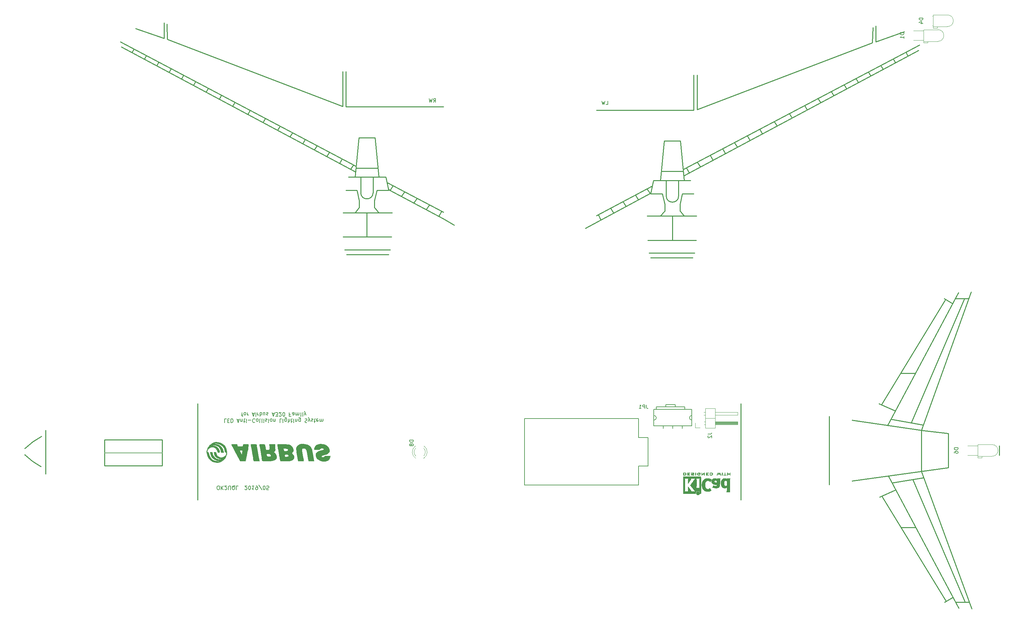
<source format=gbr>
G04 #@! TF.GenerationSoftware,KiCad,Pcbnew,(5.1.0)-1*
G04 #@! TF.CreationDate,2019-05-22T09:29:33+02:00*
G04 #@! TF.ProjectId,A320,41333230-2e6b-4696-9361-645f70636258,1*
G04 #@! TF.SameCoordinates,Original*
G04 #@! TF.FileFunction,Legend,Bot*
G04 #@! TF.FilePolarity,Positive*
%FSLAX46Y46*%
G04 Gerber Fmt 4.6, Leading zero omitted, Abs format (unit mm)*
G04 Created by KiCad (PCBNEW (5.1.0)-1) date 2019-05-22 09:29:33*
%MOMM*%
%LPD*%
G04 APERTURE LIST*
%ADD10C,0.250000*%
%ADD11C,0.150000*%
%ADD12C,0.120000*%
%ADD13C,0.200000*%
%ADD14C,0.010000*%
G04 APERTURE END LIST*
D10*
X82423000Y-43053000D02*
X82042000Y-43815000D01*
X85852000Y-44704000D02*
X85344000Y-45593000D01*
X141097000Y-74041000D02*
X140462000Y-75057000D01*
X164719000Y-86360000D02*
X164084000Y-87630000D01*
X161417000Y-84709000D02*
X160655000Y-85852000D01*
X158115000Y-82931000D02*
X157353000Y-84074000D01*
X138176000Y-72390000D02*
X137541000Y-73406000D01*
X134747000Y-70612000D02*
X134112000Y-71628000D01*
X131445000Y-68834000D02*
X130810000Y-69850000D01*
X128270000Y-67183000D02*
X127635000Y-68199000D01*
X124841000Y-65405000D02*
X124206000Y-66421000D01*
X121539000Y-63627000D02*
X120904000Y-64643000D01*
X117602000Y-61595000D02*
X116967000Y-62611000D01*
X113538000Y-59436000D02*
X113030000Y-60325000D01*
X109474000Y-57277000D02*
X108966000Y-58166000D01*
X102362000Y-53530500D02*
X101854000Y-54419500D01*
X98933000Y-51752500D02*
X98425000Y-52641500D01*
X95758000Y-50038000D02*
X95250000Y-50927000D01*
X92456000Y-48260000D02*
X91948000Y-49149000D01*
X138303000Y-54229000D02*
X138303000Y-58293000D01*
X91313000Y-36322000D02*
X91440000Y-40386000D01*
X105918000Y-55372000D02*
X105283000Y-56388000D01*
X90551000Y-40132000D02*
X82931000Y-37465000D01*
X165227000Y-88392000D02*
X168148000Y-90043000D01*
X89154000Y-46482000D02*
X88646000Y-47371000D01*
X139192000Y-58420000D02*
X165227000Y-58420000D01*
X139192000Y-49022000D02*
X139192000Y-58420000D01*
X138303000Y-58293000D02*
X91440000Y-40386000D01*
X90551000Y-35941000D02*
X90551000Y-40132000D01*
X138303000Y-49022000D02*
X138303000Y-54229000D01*
D11*
X208668904Y-57856380D02*
X209145095Y-57856380D01*
X209145095Y-56856380D01*
X208430809Y-56856380D02*
X208192714Y-57856380D01*
X208002238Y-57142095D01*
X207811761Y-57856380D01*
X207573666Y-56856380D01*
X162567904Y-57221380D02*
X162901238Y-56745190D01*
X163139333Y-57221380D02*
X163139333Y-56221380D01*
X162758380Y-56221380D01*
X162663142Y-56269000D01*
X162615523Y-56316619D01*
X162567904Y-56411857D01*
X162567904Y-56554714D01*
X162615523Y-56649952D01*
X162663142Y-56697571D01*
X162758380Y-56745190D01*
X163139333Y-56745190D01*
X162234571Y-56221380D02*
X161996476Y-57221380D01*
X161806000Y-56507095D01*
X161615523Y-57221380D01*
X161377428Y-56221380D01*
D10*
X223520000Y-75692000D02*
X229362000Y-75692000D01*
X219710000Y-80391000D02*
X220472000Y-81534000D01*
X216535000Y-82042000D02*
X217297000Y-83185000D01*
X224282000Y-67564000D02*
X223266000Y-78105000D01*
X226441000Y-67564000D02*
X224282000Y-67564000D01*
X228600000Y-67564000D02*
X229616000Y-78105000D01*
X226441000Y-67564000D02*
X228600000Y-67564000D01*
X221361000Y-78105000D02*
X220599000Y-81661000D01*
X228092000Y-82296000D02*
X228092000Y-78105000D01*
X224790000Y-82296000D02*
X224790000Y-78105000D01*
X231267000Y-78105000D02*
X221361000Y-78105000D01*
X226441000Y-87630000D02*
X226441000Y-94107000D01*
X229362000Y-75184000D02*
X292481000Y-41910000D01*
X206121000Y-87503000D02*
X220980000Y-79629000D01*
X229489000Y-76835000D02*
X292227000Y-43307000D01*
X203200000Y-90932000D02*
X220599000Y-81534000D01*
X229108000Y-81661000D02*
X228473000Y-84455000D01*
X232156000Y-81661000D02*
X229108000Y-81661000D01*
X224409000Y-86233000D02*
X223266000Y-87630000D01*
X224409000Y-84455000D02*
X224409000Y-86233000D01*
X223774000Y-81661000D02*
X224409000Y-84455000D01*
X220599000Y-81661000D02*
X223774000Y-81661000D01*
X228473000Y-86233000D02*
X229616000Y-87630000D01*
X228473000Y-84455000D02*
X228473000Y-86233000D01*
X228219000Y-94107000D02*
X219837000Y-94107000D01*
X232791000Y-94107000D02*
X228092000Y-94107000D01*
X224790000Y-82296000D02*
G75*
G03X228092000Y-82296000I1651000J0D01*
G01*
X220218000Y-97536000D02*
X232410000Y-97536000D01*
X231902000Y-98806000D02*
X220599000Y-98806000D01*
X229743000Y-87630000D02*
X219710000Y-87630000D01*
X232918000Y-87630000D02*
X229616000Y-87630000D01*
X282194000Y-47371000D02*
X282702000Y-48260000D01*
X232156000Y-59309000D02*
X206121000Y-59309000D01*
X232156000Y-49911000D02*
X232156000Y-59309000D01*
X233045000Y-59182000D02*
X279908000Y-41275000D01*
X280797000Y-36830000D02*
X280797000Y-41021000D01*
X233045000Y-49911000D02*
X233045000Y-55118000D01*
X288925000Y-43942000D02*
X289306000Y-44704000D01*
X285496000Y-45593000D02*
X286004000Y-46482000D01*
X230251000Y-74930000D02*
X230886000Y-75946000D01*
X206629000Y-87249000D02*
X207264000Y-88519000D01*
X209931000Y-85598000D02*
X210693000Y-86741000D01*
X213233000Y-83820000D02*
X213995000Y-84963000D01*
X233172000Y-73279000D02*
X233807000Y-74295000D01*
X236601000Y-71501000D02*
X237236000Y-72517000D01*
X239903000Y-69723000D02*
X240538000Y-70739000D01*
X243078000Y-68072000D02*
X243713000Y-69088000D01*
X246507000Y-66294000D02*
X247142000Y-67310000D01*
X249809000Y-64516000D02*
X250444000Y-65532000D01*
X253746000Y-62484000D02*
X254381000Y-63500000D01*
X257810000Y-60325000D02*
X258318000Y-61214000D01*
X261874000Y-58166000D02*
X262382000Y-59055000D01*
X268986000Y-54419500D02*
X269494000Y-55308500D01*
X272415000Y-52641500D02*
X272923000Y-53530500D01*
X275590000Y-50927000D02*
X276098000Y-51816000D01*
X278892000Y-49149000D02*
X279400000Y-50038000D01*
X233045000Y-55118000D02*
X233045000Y-59182000D01*
X280035000Y-37211000D02*
X279908000Y-41275000D01*
X265430000Y-56261000D02*
X266065000Y-57277000D01*
X280797000Y-41021000D02*
X288417000Y-38354000D01*
X151765000Y-79502000D02*
X151003000Y-80645000D01*
X154813000Y-81153000D02*
X154051000Y-82296000D01*
X165227000Y-86614000D02*
X150241000Y-78740000D01*
X78867000Y-41021000D02*
X141859000Y-74295000D01*
X150749000Y-80645000D02*
X150622000Y-80518000D01*
X141478000Y-75692000D02*
X141732000Y-75819000D01*
D12*
X150495000Y-80518000D02*
X150622000Y-80645000D01*
D10*
X165227000Y-88392000D02*
X150749000Y-80645000D01*
X79121000Y-42418000D02*
X141478000Y-75692000D01*
X146939000Y-66675000D02*
X147955000Y-77216000D01*
X144780000Y-66675000D02*
X146939000Y-66675000D01*
X142621000Y-66675000D02*
X141605000Y-77216000D01*
X144780000Y-66675000D02*
X142621000Y-66675000D01*
X149860000Y-77216000D02*
X150622000Y-80772000D01*
X143129000Y-81407000D02*
X143129000Y-77216000D01*
X146431000Y-81407000D02*
X146431000Y-77216000D01*
X139827000Y-77216000D02*
X149860000Y-77216000D01*
X144780000Y-86741000D02*
X144780000Y-93218000D01*
X139319000Y-97917000D02*
X150622000Y-97917000D01*
X141478000Y-86741000D02*
X151511000Y-86741000D01*
X138430000Y-86741000D02*
X141605000Y-86741000D01*
X151003000Y-96647000D02*
X138811000Y-96647000D01*
X146431000Y-81407000D02*
G75*
G02X143129000Y-81407000I-1651000J0D01*
G01*
X138430000Y-93218000D02*
X143129000Y-93218000D01*
X143002000Y-93218000D02*
X151384000Y-93218000D01*
X142748000Y-83566000D02*
X142748000Y-85344000D01*
X142748000Y-85344000D02*
X141605000Y-86741000D01*
X150622000Y-80772000D02*
X147447000Y-80772000D01*
X147447000Y-80772000D02*
X146812000Y-83566000D01*
X146812000Y-83566000D02*
X146812000Y-85344000D01*
X146812000Y-85344000D02*
X147955000Y-86741000D01*
X139192000Y-80772000D02*
X142113000Y-80772000D01*
X142113000Y-80772000D02*
X142748000Y-83566000D01*
X147701000Y-74803000D02*
X141859000Y-74803000D01*
D13*
X104966333Y-160821619D02*
X105156809Y-160821619D01*
X105252047Y-160774000D01*
X105347285Y-160678761D01*
X105394904Y-160488285D01*
X105394904Y-160154952D01*
X105347285Y-159964476D01*
X105252047Y-159869238D01*
X105156809Y-159821619D01*
X104966333Y-159821619D01*
X104871095Y-159869238D01*
X104775857Y-159964476D01*
X104728238Y-160154952D01*
X104728238Y-160488285D01*
X104775857Y-160678761D01*
X104871095Y-160774000D01*
X104966333Y-160821619D01*
X105823476Y-159821619D02*
X105823476Y-160821619D01*
X106394904Y-159821619D02*
X105966333Y-160393047D01*
X106394904Y-160821619D02*
X105823476Y-160250190D01*
X106775857Y-160726380D02*
X106823476Y-160774000D01*
X106918714Y-160821619D01*
X107156809Y-160821619D01*
X107252047Y-160774000D01*
X107299666Y-160726380D01*
X107347285Y-160631142D01*
X107347285Y-160535904D01*
X107299666Y-160393047D01*
X106728238Y-159821619D01*
X107347285Y-159821619D01*
X107775857Y-160821619D02*
X107775857Y-160012095D01*
X107823476Y-159916857D01*
X107871095Y-159869238D01*
X107966333Y-159821619D01*
X108156809Y-159821619D01*
X108252047Y-159869238D01*
X108299666Y-159916857D01*
X108347285Y-160012095D01*
X108347285Y-160821619D01*
X109490142Y-159726380D02*
X109394904Y-159774000D01*
X109299666Y-159869238D01*
X109156809Y-160012095D01*
X109061571Y-160059714D01*
X108966333Y-160059714D01*
X109013952Y-159821619D02*
X108918714Y-159869238D01*
X108823476Y-159964476D01*
X108775857Y-160154952D01*
X108775857Y-160488285D01*
X108823476Y-160678761D01*
X108918714Y-160774000D01*
X109013952Y-160821619D01*
X109204428Y-160821619D01*
X109299666Y-160774000D01*
X109394904Y-160678761D01*
X109442523Y-160488285D01*
X109442523Y-160154952D01*
X109394904Y-159964476D01*
X109299666Y-159869238D01*
X109204428Y-159821619D01*
X109013952Y-159821619D01*
X110347285Y-159821619D02*
X109871095Y-159821619D01*
X109871095Y-160821619D01*
X112156809Y-160726380D02*
X112204428Y-160774000D01*
X112299666Y-160821619D01*
X112537761Y-160821619D01*
X112632999Y-160774000D01*
X112680619Y-160726380D01*
X112728238Y-160631142D01*
X112728238Y-160535904D01*
X112680619Y-160393047D01*
X112109190Y-159821619D01*
X112728238Y-159821619D01*
X113347285Y-160821619D02*
X113442523Y-160821619D01*
X113537761Y-160774000D01*
X113585380Y-160726380D01*
X113632999Y-160631142D01*
X113680619Y-160440666D01*
X113680619Y-160202571D01*
X113632999Y-160012095D01*
X113585380Y-159916857D01*
X113537761Y-159869238D01*
X113442523Y-159821619D01*
X113347285Y-159821619D01*
X113252047Y-159869238D01*
X113204428Y-159916857D01*
X113156809Y-160012095D01*
X113109190Y-160202571D01*
X113109190Y-160440666D01*
X113156809Y-160631142D01*
X113204428Y-160726380D01*
X113252047Y-160774000D01*
X113347285Y-160821619D01*
X114632999Y-159821619D02*
X114061571Y-159821619D01*
X114347285Y-159821619D02*
X114347285Y-160821619D01*
X114252047Y-160678761D01*
X114156809Y-160583523D01*
X114061571Y-160535904D01*
X115109190Y-159821619D02*
X115299666Y-159821619D01*
X115394904Y-159869238D01*
X115442523Y-159916857D01*
X115537761Y-160059714D01*
X115585380Y-160250190D01*
X115585380Y-160631142D01*
X115537761Y-160726380D01*
X115490142Y-160774000D01*
X115394904Y-160821619D01*
X115204428Y-160821619D01*
X115109190Y-160774000D01*
X115061571Y-160726380D01*
X115013952Y-160631142D01*
X115013952Y-160393047D01*
X115061571Y-160297809D01*
X115109190Y-160250190D01*
X115204428Y-160202571D01*
X115394904Y-160202571D01*
X115490142Y-160250190D01*
X115537761Y-160297809D01*
X115585380Y-160393047D01*
X116728238Y-160869238D02*
X115871095Y-159583523D01*
X117252047Y-160821619D02*
X117347285Y-160821619D01*
X117442523Y-160774000D01*
X117490142Y-160726380D01*
X117537761Y-160631142D01*
X117585380Y-160440666D01*
X117585380Y-160202571D01*
X117537761Y-160012095D01*
X117490142Y-159916857D01*
X117442523Y-159869238D01*
X117347285Y-159821619D01*
X117252047Y-159821619D01*
X117156809Y-159869238D01*
X117109190Y-159916857D01*
X117061571Y-160012095D01*
X117013952Y-160202571D01*
X117013952Y-160440666D01*
X117061571Y-160631142D01*
X117109190Y-160726380D01*
X117156809Y-160774000D01*
X117252047Y-160821619D01*
X118490142Y-160821619D02*
X118013952Y-160821619D01*
X117966333Y-160345428D01*
X118013952Y-160393047D01*
X118109190Y-160440666D01*
X118347285Y-160440666D01*
X118442523Y-160393047D01*
X118490142Y-160345428D01*
X118537761Y-160250190D01*
X118537761Y-160012095D01*
X118490142Y-159916857D01*
X118442523Y-159869238D01*
X118347285Y-159821619D01*
X118109190Y-159821619D01*
X118013952Y-159869238D01*
X117966333Y-159916857D01*
X107197523Y-141875619D02*
X106721333Y-141875619D01*
X106721333Y-142875619D01*
X107530857Y-142399428D02*
X107864190Y-142399428D01*
X108007047Y-141875619D02*
X107530857Y-141875619D01*
X107530857Y-142875619D01*
X108007047Y-142875619D01*
X108435619Y-141875619D02*
X108435619Y-142875619D01*
X108673714Y-142875619D01*
X108816571Y-142828000D01*
X108911809Y-142732761D01*
X108959428Y-142637523D01*
X109007047Y-142447047D01*
X109007047Y-142304190D01*
X108959428Y-142113714D01*
X108911809Y-142018476D01*
X108816571Y-141923238D01*
X108673714Y-141875619D01*
X108435619Y-141875619D01*
X110149904Y-142161333D02*
X110626095Y-142161333D01*
X110054666Y-141875619D02*
X110388000Y-142875619D01*
X110721333Y-141875619D01*
X111054666Y-142542285D02*
X111054666Y-141875619D01*
X111054666Y-142447047D02*
X111102285Y-142494666D01*
X111197523Y-142542285D01*
X111340380Y-142542285D01*
X111435619Y-142494666D01*
X111483238Y-142399428D01*
X111483238Y-141875619D01*
X111816571Y-142542285D02*
X112197523Y-142542285D01*
X111959428Y-142875619D02*
X111959428Y-142018476D01*
X112007047Y-141923238D01*
X112102285Y-141875619D01*
X112197523Y-141875619D01*
X112530857Y-141875619D02*
X112530857Y-142542285D01*
X112530857Y-142875619D02*
X112483238Y-142828000D01*
X112530857Y-142780380D01*
X112578476Y-142828000D01*
X112530857Y-142875619D01*
X112530857Y-142780380D01*
X113007047Y-142256571D02*
X113768952Y-142256571D01*
X114816571Y-141970857D02*
X114768952Y-141923238D01*
X114626095Y-141875619D01*
X114530857Y-141875619D01*
X114388000Y-141923238D01*
X114292761Y-142018476D01*
X114245142Y-142113714D01*
X114197523Y-142304190D01*
X114197523Y-142447047D01*
X114245142Y-142637523D01*
X114292761Y-142732761D01*
X114388000Y-142828000D01*
X114530857Y-142875619D01*
X114626095Y-142875619D01*
X114768952Y-142828000D01*
X114816571Y-142780380D01*
X115388000Y-141875619D02*
X115292761Y-141923238D01*
X115245142Y-141970857D01*
X115197523Y-142066095D01*
X115197523Y-142351809D01*
X115245142Y-142447047D01*
X115292761Y-142494666D01*
X115388000Y-142542285D01*
X115530857Y-142542285D01*
X115626095Y-142494666D01*
X115673714Y-142447047D01*
X115721333Y-142351809D01*
X115721333Y-142066095D01*
X115673714Y-141970857D01*
X115626095Y-141923238D01*
X115530857Y-141875619D01*
X115388000Y-141875619D01*
X116292761Y-141875619D02*
X116197523Y-141923238D01*
X116149904Y-142018476D01*
X116149904Y-142875619D01*
X116816571Y-141875619D02*
X116721333Y-141923238D01*
X116673714Y-142018476D01*
X116673714Y-142875619D01*
X117197523Y-141875619D02*
X117197523Y-142542285D01*
X117197523Y-142875619D02*
X117149904Y-142828000D01*
X117197523Y-142780380D01*
X117245142Y-142828000D01*
X117197523Y-142875619D01*
X117197523Y-142780380D01*
X117626095Y-141923238D02*
X117721333Y-141875619D01*
X117911809Y-141875619D01*
X118007047Y-141923238D01*
X118054666Y-142018476D01*
X118054666Y-142066095D01*
X118007047Y-142161333D01*
X117911809Y-142208952D01*
X117768952Y-142208952D01*
X117673714Y-142256571D01*
X117626095Y-142351809D01*
X117626095Y-142399428D01*
X117673714Y-142494666D01*
X117768952Y-142542285D01*
X117911809Y-142542285D01*
X118007047Y-142494666D01*
X118483238Y-141875619D02*
X118483238Y-142542285D01*
X118483238Y-142875619D02*
X118435619Y-142828000D01*
X118483238Y-142780380D01*
X118530857Y-142828000D01*
X118483238Y-142875619D01*
X118483238Y-142780380D01*
X119102285Y-141875619D02*
X119007047Y-141923238D01*
X118959428Y-141970857D01*
X118911809Y-142066095D01*
X118911809Y-142351809D01*
X118959428Y-142447047D01*
X119007047Y-142494666D01*
X119102285Y-142542285D01*
X119245142Y-142542285D01*
X119340380Y-142494666D01*
X119388000Y-142447047D01*
X119435619Y-142351809D01*
X119435619Y-142066095D01*
X119388000Y-141970857D01*
X119340380Y-141923238D01*
X119245142Y-141875619D01*
X119102285Y-141875619D01*
X119864190Y-142542285D02*
X119864190Y-141875619D01*
X119864190Y-142447047D02*
X119911809Y-142494666D01*
X120007047Y-142542285D01*
X120149904Y-142542285D01*
X120245142Y-142494666D01*
X120292761Y-142399428D01*
X120292761Y-141875619D01*
X122007047Y-141875619D02*
X121530857Y-141875619D01*
X121530857Y-142875619D01*
X122340380Y-141875619D02*
X122340380Y-142542285D01*
X122340380Y-142875619D02*
X122292761Y-142828000D01*
X122340380Y-142780380D01*
X122388000Y-142828000D01*
X122340380Y-142875619D01*
X122340380Y-142780380D01*
X123245142Y-142542285D02*
X123245142Y-141732761D01*
X123197523Y-141637523D01*
X123149904Y-141589904D01*
X123054666Y-141542285D01*
X122911809Y-141542285D01*
X122816571Y-141589904D01*
X123245142Y-141923238D02*
X123149904Y-141875619D01*
X122959428Y-141875619D01*
X122864190Y-141923238D01*
X122816571Y-141970857D01*
X122768952Y-142066095D01*
X122768952Y-142351809D01*
X122816571Y-142447047D01*
X122864190Y-142494666D01*
X122959428Y-142542285D01*
X123149904Y-142542285D01*
X123245142Y-142494666D01*
X123721333Y-141875619D02*
X123721333Y-142875619D01*
X124149904Y-141875619D02*
X124149904Y-142399428D01*
X124102285Y-142494666D01*
X124007047Y-142542285D01*
X123864190Y-142542285D01*
X123768952Y-142494666D01*
X123721333Y-142447047D01*
X124483238Y-142542285D02*
X124864190Y-142542285D01*
X124626095Y-142875619D02*
X124626095Y-142018476D01*
X124673714Y-141923238D01*
X124768952Y-141875619D01*
X124864190Y-141875619D01*
X125197523Y-141875619D02*
X125197523Y-142542285D01*
X125197523Y-142875619D02*
X125149904Y-142828000D01*
X125197523Y-142780380D01*
X125245142Y-142828000D01*
X125197523Y-142875619D01*
X125197523Y-142780380D01*
X125673714Y-142542285D02*
X125673714Y-141875619D01*
X125673714Y-142447047D02*
X125721333Y-142494666D01*
X125816571Y-142542285D01*
X125959428Y-142542285D01*
X126054666Y-142494666D01*
X126102285Y-142399428D01*
X126102285Y-141875619D01*
X127007047Y-142542285D02*
X127007047Y-141732761D01*
X126959428Y-141637523D01*
X126911809Y-141589904D01*
X126816571Y-141542285D01*
X126673714Y-141542285D01*
X126578476Y-141589904D01*
X127007047Y-141923238D02*
X126911809Y-141875619D01*
X126721333Y-141875619D01*
X126626095Y-141923238D01*
X126578476Y-141970857D01*
X126530857Y-142066095D01*
X126530857Y-142351809D01*
X126578476Y-142447047D01*
X126626095Y-142494666D01*
X126721333Y-142542285D01*
X126911809Y-142542285D01*
X127007047Y-142494666D01*
X128197523Y-141923238D02*
X128340380Y-141875619D01*
X128578476Y-141875619D01*
X128673714Y-141923238D01*
X128721333Y-141970857D01*
X128768952Y-142066095D01*
X128768952Y-142161333D01*
X128721333Y-142256571D01*
X128673714Y-142304190D01*
X128578476Y-142351809D01*
X128388000Y-142399428D01*
X128292761Y-142447047D01*
X128245142Y-142494666D01*
X128197523Y-142589904D01*
X128197523Y-142685142D01*
X128245142Y-142780380D01*
X128292761Y-142828000D01*
X128388000Y-142875619D01*
X128626095Y-142875619D01*
X128768952Y-142828000D01*
X129102285Y-142542285D02*
X129340380Y-141875619D01*
X129578476Y-142542285D02*
X129340380Y-141875619D01*
X129245142Y-141637523D01*
X129197523Y-141589904D01*
X129102285Y-141542285D01*
X129911809Y-141923238D02*
X130007047Y-141875619D01*
X130197523Y-141875619D01*
X130292761Y-141923238D01*
X130340380Y-142018476D01*
X130340380Y-142066095D01*
X130292761Y-142161333D01*
X130197523Y-142208952D01*
X130054666Y-142208952D01*
X129959428Y-142256571D01*
X129911809Y-142351809D01*
X129911809Y-142399428D01*
X129959428Y-142494666D01*
X130054666Y-142542285D01*
X130197523Y-142542285D01*
X130292761Y-142494666D01*
X130626095Y-142542285D02*
X131007047Y-142542285D01*
X130768952Y-142875619D02*
X130768952Y-142018476D01*
X130816571Y-141923238D01*
X130911809Y-141875619D01*
X131007047Y-141875619D01*
X131721333Y-141923238D02*
X131626095Y-141875619D01*
X131435619Y-141875619D01*
X131340380Y-141923238D01*
X131292761Y-142018476D01*
X131292761Y-142399428D01*
X131340380Y-142494666D01*
X131435619Y-142542285D01*
X131626095Y-142542285D01*
X131721333Y-142494666D01*
X131768952Y-142399428D01*
X131768952Y-142304190D01*
X131292761Y-142208952D01*
X132197523Y-141875619D02*
X132197523Y-142542285D01*
X132197523Y-142447047D02*
X132245142Y-142494666D01*
X132340380Y-142542285D01*
X132483238Y-142542285D01*
X132578476Y-142494666D01*
X132626095Y-142399428D01*
X132626095Y-141875619D01*
X132626095Y-142399428D02*
X132673714Y-142494666D01*
X132768952Y-142542285D01*
X132911809Y-142542285D01*
X133007047Y-142494666D01*
X133054666Y-142399428D01*
X133054666Y-141875619D01*
X111221333Y-140842285D02*
X111602285Y-140842285D01*
X111364190Y-140175619D02*
X111364190Y-141032761D01*
X111411809Y-141128000D01*
X111507047Y-141175619D01*
X111602285Y-141175619D01*
X112078476Y-140175619D02*
X111983238Y-140223238D01*
X111935619Y-140270857D01*
X111888000Y-140366095D01*
X111888000Y-140651809D01*
X111935619Y-140747047D01*
X111983238Y-140794666D01*
X112078476Y-140842285D01*
X112221333Y-140842285D01*
X112316571Y-140794666D01*
X112364190Y-140747047D01*
X112411809Y-140651809D01*
X112411809Y-140366095D01*
X112364190Y-140270857D01*
X112316571Y-140223238D01*
X112221333Y-140175619D01*
X112078476Y-140175619D01*
X112840380Y-140175619D02*
X112840380Y-140842285D01*
X112840380Y-140651809D02*
X112888000Y-140747047D01*
X112935619Y-140794666D01*
X113030857Y-140842285D01*
X113126095Y-140842285D01*
X114173714Y-140461333D02*
X114649904Y-140461333D01*
X114078476Y-140175619D02*
X114411809Y-141175619D01*
X114745142Y-140175619D01*
X115078476Y-140175619D02*
X115078476Y-140842285D01*
X115078476Y-141175619D02*
X115030857Y-141128000D01*
X115078476Y-141080380D01*
X115126095Y-141128000D01*
X115078476Y-141175619D01*
X115078476Y-141080380D01*
X115554666Y-140175619D02*
X115554666Y-140842285D01*
X115554666Y-140651809D02*
X115602285Y-140747047D01*
X115649904Y-140794666D01*
X115745142Y-140842285D01*
X115840380Y-140842285D01*
X116173714Y-140175619D02*
X116173714Y-141175619D01*
X116173714Y-140794666D02*
X116268952Y-140842285D01*
X116459428Y-140842285D01*
X116554666Y-140794666D01*
X116602285Y-140747047D01*
X116649904Y-140651809D01*
X116649904Y-140366095D01*
X116602285Y-140270857D01*
X116554666Y-140223238D01*
X116459428Y-140175619D01*
X116268952Y-140175619D01*
X116173714Y-140223238D01*
X117507047Y-140842285D02*
X117507047Y-140175619D01*
X117078476Y-140842285D02*
X117078476Y-140318476D01*
X117126095Y-140223238D01*
X117221333Y-140175619D01*
X117364190Y-140175619D01*
X117459428Y-140223238D01*
X117507047Y-140270857D01*
X117935619Y-140223238D02*
X118030857Y-140175619D01*
X118221333Y-140175619D01*
X118316571Y-140223238D01*
X118364190Y-140318476D01*
X118364190Y-140366095D01*
X118316571Y-140461333D01*
X118221333Y-140508952D01*
X118078476Y-140508952D01*
X117983238Y-140556571D01*
X117935619Y-140651809D01*
X117935619Y-140699428D01*
X117983238Y-140794666D01*
X118078476Y-140842285D01*
X118221333Y-140842285D01*
X118316571Y-140794666D01*
X119507047Y-140461333D02*
X119983238Y-140461333D01*
X119411809Y-140175619D02*
X119745142Y-141175619D01*
X120078476Y-140175619D01*
X120316571Y-141175619D02*
X120935619Y-141175619D01*
X120602285Y-140794666D01*
X120745142Y-140794666D01*
X120840380Y-140747047D01*
X120887999Y-140699428D01*
X120935619Y-140604190D01*
X120935619Y-140366095D01*
X120887999Y-140270857D01*
X120840380Y-140223238D01*
X120745142Y-140175619D01*
X120459428Y-140175619D01*
X120364190Y-140223238D01*
X120316571Y-140270857D01*
X121316571Y-141080380D02*
X121364190Y-141128000D01*
X121459428Y-141175619D01*
X121697523Y-141175619D01*
X121792761Y-141128000D01*
X121840380Y-141080380D01*
X121887999Y-140985142D01*
X121887999Y-140889904D01*
X121840380Y-140747047D01*
X121268952Y-140175619D01*
X121887999Y-140175619D01*
X122507047Y-141175619D02*
X122602285Y-141175619D01*
X122697523Y-141128000D01*
X122745142Y-141080380D01*
X122792761Y-140985142D01*
X122840380Y-140794666D01*
X122840380Y-140556571D01*
X122792761Y-140366095D01*
X122745142Y-140270857D01*
X122697523Y-140223238D01*
X122602285Y-140175619D01*
X122507047Y-140175619D01*
X122411809Y-140223238D01*
X122364190Y-140270857D01*
X122316571Y-140366095D01*
X122268952Y-140556571D01*
X122268952Y-140794666D01*
X122316571Y-140985142D01*
X122364190Y-141080380D01*
X122411809Y-141128000D01*
X122507047Y-141175619D01*
X124364190Y-140699428D02*
X124030857Y-140699428D01*
X124030857Y-140175619D02*
X124030857Y-141175619D01*
X124507047Y-141175619D01*
X125316571Y-140175619D02*
X125316571Y-140699428D01*
X125268952Y-140794666D01*
X125173714Y-140842285D01*
X124983238Y-140842285D01*
X124887999Y-140794666D01*
X125316571Y-140223238D02*
X125221333Y-140175619D01*
X124983238Y-140175619D01*
X124887999Y-140223238D01*
X124840380Y-140318476D01*
X124840380Y-140413714D01*
X124887999Y-140508952D01*
X124983238Y-140556571D01*
X125221333Y-140556571D01*
X125316571Y-140604190D01*
X125792761Y-140175619D02*
X125792761Y-140842285D01*
X125792761Y-140747047D02*
X125840380Y-140794666D01*
X125935619Y-140842285D01*
X126078476Y-140842285D01*
X126173714Y-140794666D01*
X126221333Y-140699428D01*
X126221333Y-140175619D01*
X126221333Y-140699428D02*
X126268952Y-140794666D01*
X126364190Y-140842285D01*
X126507047Y-140842285D01*
X126602285Y-140794666D01*
X126649904Y-140699428D01*
X126649904Y-140175619D01*
X127126095Y-140175619D02*
X127126095Y-140842285D01*
X127126095Y-141175619D02*
X127078476Y-141128000D01*
X127126095Y-141080380D01*
X127173714Y-141128000D01*
X127126095Y-141175619D01*
X127126095Y-141080380D01*
X127745142Y-140175619D02*
X127649904Y-140223238D01*
X127602285Y-140318476D01*
X127602285Y-141175619D01*
X128030857Y-140842285D02*
X128268952Y-140175619D01*
X128507047Y-140842285D02*
X128268952Y-140175619D01*
X128173714Y-139937523D01*
X128126095Y-139889904D01*
X128030857Y-139842285D01*
D12*
X90043000Y-151003000D02*
X74676000Y-151003000D01*
D10*
X74676000Y-151003000D02*
X74676000Y-154432000D01*
X90043000Y-154432000D02*
X90043000Y-151003000D01*
X74676000Y-154432000D02*
X86614000Y-154432000D01*
X86614000Y-154432000D02*
X90043000Y-154432000D01*
X74676000Y-147447000D02*
X74676000Y-150876000D01*
X90043000Y-147447000D02*
X74676000Y-147447000D01*
X90043000Y-150876000D02*
X90043000Y-147447000D01*
D12*
X86614000Y-150876000D02*
X90043000Y-150876000D01*
X74676000Y-150876000D02*
X86614000Y-150876000D01*
D10*
X99568000Y-137795000D02*
X99568000Y-163576000D01*
X58928000Y-144907000D02*
X58928000Y-156591000D01*
X57660694Y-154691776D02*
G75*
G02X53340001Y-151510999I9014306J16769776D01*
G01*
X57807379Y-146601198D02*
G75*
G03X53340000Y-149860000I8867620J-16847801D01*
G01*
X244729000Y-137795000D02*
X244729000Y-163576000D01*
X313817000Y-149098000D02*
X313817000Y-151638000D01*
X292989000Y-144907000D02*
X292989000Y-155829000D01*
X300228000Y-145796000D02*
X300228000Y-154940000D01*
X293624000Y-145034000D02*
X300228000Y-145796000D01*
X274447000Y-158496000D02*
X300228000Y-154940000D01*
X274447000Y-142240000D02*
X293624000Y-145034000D01*
X268351000Y-141224000D02*
X268351000Y-159512000D01*
X299212000Y-190881000D02*
X301371000Y-189611000D01*
X304673000Y-190881000D02*
X290703000Y-158115000D01*
X302133000Y-190881000D02*
X305689000Y-190881000D01*
X306451000Y-192659000D02*
X292989000Y-155956000D01*
X303022000Y-192532000D02*
X284226000Y-157226000D01*
X285242000Y-159004000D02*
X293497000Y-157607000D01*
X287655000Y-170942000D02*
X291465000Y-170942000D01*
X282448000Y-162560000D02*
X299593000Y-190627000D01*
X281813000Y-162814000D02*
X286004000Y-160909000D01*
X299085000Y-109728000D02*
X301244000Y-110998000D01*
X304546000Y-109728000D02*
X290322000Y-142875000D01*
X302006000Y-109728000D02*
X305562000Y-109728000D01*
X306324000Y-107950000D02*
X292989000Y-144907000D01*
X302895000Y-108077000D02*
X283972000Y-143637000D01*
X284861000Y-141986000D02*
X293370000Y-143510000D01*
X287528000Y-129667000D02*
X291338000Y-129667000D01*
X282321000Y-138049000D02*
X299466000Y-109982000D01*
X281686000Y-137795000D02*
X285877000Y-139700000D01*
D12*
X299964000Y-36993000D02*
G75*
G03X299964000Y-33873000I0J1560000D01*
G01*
X296104000Y-33873000D02*
X299964000Y-33873000D01*
X296104000Y-36993000D02*
X299964000Y-36993000D01*
X296104000Y-33873000D02*
X296104000Y-36993000D01*
X296104000Y-37393000D02*
X297224000Y-37393000D01*
X297224000Y-37393000D02*
X297224000Y-36993000D01*
X297224000Y-36993000D02*
X296104000Y-36993000D01*
X296104000Y-36993000D02*
X296104000Y-37393000D01*
X295974000Y-34163000D02*
X296104000Y-34163000D01*
X296104000Y-34163000D02*
X296104000Y-34163000D01*
X296104000Y-34163000D02*
X295974000Y-34163000D01*
X295974000Y-34163000D02*
X295974000Y-34163000D01*
X295974000Y-36703000D02*
X296104000Y-36703000D01*
X296104000Y-36703000D02*
X296104000Y-36703000D01*
X296104000Y-36703000D02*
X295974000Y-36703000D01*
X295974000Y-36703000D02*
X295974000Y-36703000D01*
X290894000Y-40640000D02*
X290894000Y-40640000D01*
X293564000Y-40640000D02*
X290894000Y-40640000D01*
X293564000Y-40640000D02*
X293564000Y-40640000D01*
X290894000Y-40640000D02*
X293564000Y-40640000D01*
X290894000Y-38100000D02*
X290894000Y-38100000D01*
X293564000Y-38100000D02*
X290894000Y-38100000D01*
X293564000Y-38100000D02*
X293564000Y-38100000D01*
X290894000Y-38100000D02*
X293564000Y-38100000D01*
X293564000Y-40930000D02*
X293564000Y-41330000D01*
X294684000Y-40930000D02*
X293564000Y-40930000D01*
X294684000Y-41330000D02*
X294684000Y-40930000D01*
X293564000Y-41330000D02*
X294684000Y-41330000D01*
X293564000Y-37810000D02*
X293564000Y-40930000D01*
X293564000Y-40930000D02*
X297424000Y-40930000D01*
X293564000Y-37810000D02*
X297424000Y-37810000D01*
X297424000Y-40930000D02*
G75*
G03X297424000Y-37810000I0J1560000D01*
G01*
D11*
X231648000Y-139319000D02*
X231648000Y-140589000D01*
X221488000Y-139319000D02*
X221488000Y-140589000D01*
X224028000Y-144399000D02*
X224028000Y-143764000D01*
X226568000Y-144399000D02*
X226568000Y-143764000D01*
X229108000Y-144399000D02*
X229108000Y-143764000D01*
X224663000Y-138049000D02*
X224663000Y-138684000D01*
X227203000Y-138684000D02*
X227203000Y-138049000D01*
X227203000Y-138049000D02*
X224663000Y-138049000D01*
X222123000Y-138684000D02*
X222123000Y-139319000D01*
X229743000Y-138684000D02*
X222123000Y-138684000D01*
X229743000Y-139319000D02*
X229743000Y-138684000D01*
X221488000Y-140589000D02*
X221488000Y-143764000D01*
X231648000Y-139319000D02*
X221488000Y-139319000D01*
X231648000Y-143764000D02*
X231648000Y-140589000D01*
X231648000Y-143764000D02*
X221488000Y-143764000D01*
X231648000Y-140970000D02*
G75*
G03X231648000Y-142240000I0J-635000D01*
G01*
X221488000Y-142240000D02*
G75*
G03X221488000Y-140970000I0J635000D01*
G01*
D14*
G36*
X229463629Y-156988934D02*
G01*
X229503111Y-156988533D01*
X229618800Y-156985741D01*
X229715689Y-156977450D01*
X229797081Y-156962768D01*
X229866277Y-156940807D01*
X229926580Y-156910678D01*
X229981292Y-156871490D01*
X230000833Y-156854468D01*
X230033250Y-156814637D01*
X230062480Y-156760587D01*
X230085009Y-156700677D01*
X230097321Y-156643261D01*
X230098600Y-156622044D01*
X230090583Y-156563231D01*
X230069101Y-156498987D01*
X230038001Y-156438179D01*
X230001134Y-156389670D01*
X229995146Y-156383818D01*
X229944421Y-156342679D01*
X229888875Y-156310565D01*
X229825304Y-156286635D01*
X229750506Y-156270047D01*
X229661278Y-156259959D01*
X229554418Y-156255531D01*
X229505472Y-156255155D01*
X229443238Y-156255455D01*
X229399472Y-156256708D01*
X229370069Y-156259446D01*
X229350921Y-156264199D01*
X229337923Y-156271499D01*
X229330955Y-156277733D01*
X229324374Y-156285306D01*
X229319212Y-156295076D01*
X229315297Y-156309660D01*
X229312457Y-156331674D01*
X229310520Y-156363736D01*
X229309316Y-156408464D01*
X229308672Y-156468474D01*
X229308417Y-156546383D01*
X229308378Y-156622044D01*
X229308130Y-156722959D01*
X229308183Y-156803573D01*
X229309143Y-156842178D01*
X229455133Y-156842178D01*
X229455133Y-156401911D01*
X229548266Y-156401996D01*
X229604307Y-156403604D01*
X229663001Y-156407744D01*
X229711972Y-156413536D01*
X229713462Y-156413774D01*
X229792608Y-156432910D01*
X229853998Y-156462713D01*
X229900695Y-156505122D01*
X229930365Y-156551039D01*
X229948647Y-156601974D01*
X229947229Y-156649800D01*
X229926012Y-156701067D01*
X229884511Y-156754101D01*
X229827002Y-156793400D01*
X229752250Y-156819669D01*
X229702292Y-156828965D01*
X229645584Y-156835493D01*
X229585481Y-156840218D01*
X229534361Y-156842183D01*
X229531333Y-156842192D01*
X229455133Y-156842178D01*
X229309143Y-156842178D01*
X229309740Y-156866149D01*
X229314002Y-156912945D01*
X229322170Y-156946222D01*
X229335444Y-156968241D01*
X229355026Y-156981261D01*
X229382117Y-156987543D01*
X229417918Y-156989347D01*
X229463629Y-156988934D01*
X229463629Y-156988934D01*
G37*
X229463629Y-156988934D02*
X229503111Y-156988533D01*
X229618800Y-156985741D01*
X229715689Y-156977450D01*
X229797081Y-156962768D01*
X229866277Y-156940807D01*
X229926580Y-156910678D01*
X229981292Y-156871490D01*
X230000833Y-156854468D01*
X230033250Y-156814637D01*
X230062480Y-156760587D01*
X230085009Y-156700677D01*
X230097321Y-156643261D01*
X230098600Y-156622044D01*
X230090583Y-156563231D01*
X230069101Y-156498987D01*
X230038001Y-156438179D01*
X230001134Y-156389670D01*
X229995146Y-156383818D01*
X229944421Y-156342679D01*
X229888875Y-156310565D01*
X229825304Y-156286635D01*
X229750506Y-156270047D01*
X229661278Y-156259959D01*
X229554418Y-156255531D01*
X229505472Y-156255155D01*
X229443238Y-156255455D01*
X229399472Y-156256708D01*
X229370069Y-156259446D01*
X229350921Y-156264199D01*
X229337923Y-156271499D01*
X229330955Y-156277733D01*
X229324374Y-156285306D01*
X229319212Y-156295076D01*
X229315297Y-156309660D01*
X229312457Y-156331674D01*
X229310520Y-156363736D01*
X229309316Y-156408464D01*
X229308672Y-156468474D01*
X229308417Y-156546383D01*
X229308378Y-156622044D01*
X229308130Y-156722959D01*
X229308183Y-156803573D01*
X229309143Y-156842178D01*
X229455133Y-156842178D01*
X229455133Y-156401911D01*
X229548266Y-156401996D01*
X229604307Y-156403604D01*
X229663001Y-156407744D01*
X229711972Y-156413536D01*
X229713462Y-156413774D01*
X229792608Y-156432910D01*
X229853998Y-156462713D01*
X229900695Y-156505122D01*
X229930365Y-156551039D01*
X229948647Y-156601974D01*
X229947229Y-156649800D01*
X229926012Y-156701067D01*
X229884511Y-156754101D01*
X229827002Y-156793400D01*
X229752250Y-156819669D01*
X229702292Y-156828965D01*
X229645584Y-156835493D01*
X229585481Y-156840218D01*
X229534361Y-156842183D01*
X229531333Y-156842192D01*
X229455133Y-156842178D01*
X229309143Y-156842178D01*
X229309740Y-156866149D01*
X229314002Y-156912945D01*
X229322170Y-156946222D01*
X229335444Y-156968241D01*
X229355026Y-156981261D01*
X229382117Y-156987543D01*
X229417918Y-156989347D01*
X229463629Y-156988934D01*
G36*
X230872206Y-156988854D02*
G01*
X230941614Y-156988482D01*
X230994003Y-156987615D01*
X231032153Y-156986054D01*
X231058841Y-156983597D01*
X231076847Y-156980043D01*
X231088951Y-156975190D01*
X231097931Y-156968839D01*
X231101182Y-156965916D01*
X231120957Y-156934858D01*
X231124518Y-156899172D01*
X231111509Y-156867490D01*
X231105494Y-156861087D01*
X231095765Y-156854879D01*
X231080099Y-156850090D01*
X231055592Y-156846486D01*
X231019339Y-156843836D01*
X230968435Y-156841905D01*
X230899974Y-156840461D01*
X230837383Y-156839582D01*
X230589666Y-156836533D01*
X230586281Y-156771622D01*
X230582895Y-156706711D01*
X230751042Y-156706711D01*
X230824041Y-156706081D01*
X230877483Y-156703447D01*
X230914372Y-156697691D01*
X230937712Y-156687696D01*
X230950506Y-156672344D01*
X230955758Y-156650518D01*
X230956555Y-156630262D01*
X230954077Y-156605408D01*
X230944723Y-156587094D01*
X230925617Y-156574363D01*
X230893882Y-156566259D01*
X230846641Y-156561824D01*
X230781017Y-156560101D01*
X230745199Y-156559955D01*
X230584022Y-156559955D01*
X230584022Y-156401911D01*
X230832378Y-156401911D01*
X230913787Y-156401798D01*
X230975658Y-156401288D01*
X231021032Y-156400130D01*
X231052946Y-156398070D01*
X231074441Y-156394854D01*
X231088557Y-156390228D01*
X231098332Y-156383941D01*
X231103311Y-156379333D01*
X231120390Y-156352440D01*
X231125889Y-156328533D01*
X231118037Y-156299333D01*
X231103311Y-156277733D01*
X231095454Y-156270934D01*
X231085312Y-156265654D01*
X231070156Y-156261702D01*
X231047259Y-156258887D01*
X231013891Y-156257018D01*
X230967325Y-156255902D01*
X230904833Y-156255349D01*
X230823686Y-156255167D01*
X230781578Y-156255155D01*
X230691402Y-156255235D01*
X230621076Y-156255602D01*
X230567871Y-156256448D01*
X230529060Y-156257964D01*
X230501913Y-156260341D01*
X230483702Y-156263771D01*
X230471700Y-156268446D01*
X230463178Y-156274556D01*
X230459844Y-156277733D01*
X230453245Y-156285330D01*
X230448073Y-156295130D01*
X230444154Y-156309761D01*
X230441316Y-156331848D01*
X230439385Y-156364018D01*
X230438188Y-156408897D01*
X230437552Y-156469111D01*
X230437303Y-156547287D01*
X230437266Y-156620077D01*
X230437300Y-156713293D01*
X230437535Y-156786569D01*
X230438170Y-156842542D01*
X230439406Y-156883849D01*
X230441444Y-156913128D01*
X230444483Y-156933016D01*
X230448723Y-156946150D01*
X230454365Y-156955168D01*
X230461609Y-156962707D01*
X230463394Y-156964388D01*
X230472055Y-156971828D01*
X230482118Y-156977591D01*
X230496375Y-156981888D01*
X230517617Y-156984936D01*
X230548636Y-156986949D01*
X230592223Y-156988140D01*
X230651169Y-156988725D01*
X230728266Y-156988917D01*
X230782999Y-156988933D01*
X230872206Y-156988854D01*
X230872206Y-156988854D01*
G37*
X230872206Y-156988854D02*
X230941614Y-156988482D01*
X230994003Y-156987615D01*
X231032153Y-156986054D01*
X231058841Y-156983597D01*
X231076847Y-156980043D01*
X231088951Y-156975190D01*
X231097931Y-156968839D01*
X231101182Y-156965916D01*
X231120957Y-156934858D01*
X231124518Y-156899172D01*
X231111509Y-156867490D01*
X231105494Y-156861087D01*
X231095765Y-156854879D01*
X231080099Y-156850090D01*
X231055592Y-156846486D01*
X231019339Y-156843836D01*
X230968435Y-156841905D01*
X230899974Y-156840461D01*
X230837383Y-156839582D01*
X230589666Y-156836533D01*
X230586281Y-156771622D01*
X230582895Y-156706711D01*
X230751042Y-156706711D01*
X230824041Y-156706081D01*
X230877483Y-156703447D01*
X230914372Y-156697691D01*
X230937712Y-156687696D01*
X230950506Y-156672344D01*
X230955758Y-156650518D01*
X230956555Y-156630262D01*
X230954077Y-156605408D01*
X230944723Y-156587094D01*
X230925617Y-156574363D01*
X230893882Y-156566259D01*
X230846641Y-156561824D01*
X230781017Y-156560101D01*
X230745199Y-156559955D01*
X230584022Y-156559955D01*
X230584022Y-156401911D01*
X230832378Y-156401911D01*
X230913787Y-156401798D01*
X230975658Y-156401288D01*
X231021032Y-156400130D01*
X231052946Y-156398070D01*
X231074441Y-156394854D01*
X231088557Y-156390228D01*
X231098332Y-156383941D01*
X231103311Y-156379333D01*
X231120390Y-156352440D01*
X231125889Y-156328533D01*
X231118037Y-156299333D01*
X231103311Y-156277733D01*
X231095454Y-156270934D01*
X231085312Y-156265654D01*
X231070156Y-156261702D01*
X231047259Y-156258887D01*
X231013891Y-156257018D01*
X230967325Y-156255902D01*
X230904833Y-156255349D01*
X230823686Y-156255167D01*
X230781578Y-156255155D01*
X230691402Y-156255235D01*
X230621076Y-156255602D01*
X230567871Y-156256448D01*
X230529060Y-156257964D01*
X230501913Y-156260341D01*
X230483702Y-156263771D01*
X230471700Y-156268446D01*
X230463178Y-156274556D01*
X230459844Y-156277733D01*
X230453245Y-156285330D01*
X230448073Y-156295130D01*
X230444154Y-156309761D01*
X230441316Y-156331848D01*
X230439385Y-156364018D01*
X230438188Y-156408897D01*
X230437552Y-156469111D01*
X230437303Y-156547287D01*
X230437266Y-156620077D01*
X230437300Y-156713293D01*
X230437535Y-156786569D01*
X230438170Y-156842542D01*
X230439406Y-156883849D01*
X230441444Y-156913128D01*
X230444483Y-156933016D01*
X230448723Y-156946150D01*
X230454365Y-156955168D01*
X230461609Y-156962707D01*
X230463394Y-156964388D01*
X230472055Y-156971828D01*
X230482118Y-156977591D01*
X230496375Y-156981888D01*
X230517617Y-156984936D01*
X230548636Y-156986949D01*
X230592223Y-156988140D01*
X230651169Y-156988725D01*
X230728266Y-156988917D01*
X230782999Y-156988933D01*
X230872206Y-156988854D01*
G36*
X231893297Y-156987649D02*
G01*
X231968112Y-156982419D01*
X232037694Y-156974250D01*
X232097998Y-156963450D01*
X232144980Y-156950327D01*
X232174594Y-156935187D01*
X232179140Y-156930731D01*
X232194946Y-156896150D01*
X232190153Y-156860649D01*
X232165636Y-156830275D01*
X232164466Y-156829404D01*
X232150046Y-156820046D01*
X232134992Y-156815124D01*
X232113995Y-156814527D01*
X232081743Y-156818139D01*
X232032927Y-156825846D01*
X232029000Y-156826495D01*
X231956261Y-156835431D01*
X231877783Y-156839839D01*
X231799073Y-156839881D01*
X231725639Y-156835721D01*
X231662989Y-156827521D01*
X231616630Y-156815443D01*
X231613584Y-156814229D01*
X231579952Y-156795385D01*
X231568136Y-156776315D01*
X231577386Y-156757561D01*
X231606953Y-156739663D01*
X231656089Y-156723163D01*
X231724043Y-156708604D01*
X231769355Y-156701594D01*
X231863544Y-156688111D01*
X231938456Y-156675786D01*
X231997283Y-156663551D01*
X232043215Y-156650339D01*
X232079445Y-156635083D01*
X232109162Y-156616715D01*
X232135558Y-156594169D01*
X232156770Y-156572029D01*
X232181935Y-156541181D01*
X232194319Y-156514655D01*
X232198192Y-156481974D01*
X232198333Y-156470005D01*
X232195424Y-156430288D01*
X232183798Y-156400741D01*
X232163677Y-156374514D01*
X232122784Y-156334424D01*
X232077183Y-156303851D01*
X232023487Y-156281797D01*
X231958308Y-156267265D01*
X231878256Y-156259259D01*
X231779943Y-156256782D01*
X231763711Y-156256823D01*
X231698151Y-156258182D01*
X231633134Y-156261270D01*
X231575748Y-156265644D01*
X231533078Y-156270860D01*
X231529628Y-156271459D01*
X231487204Y-156281509D01*
X231451220Y-156294204D01*
X231430850Y-156305810D01*
X231411893Y-156336428D01*
X231410573Y-156372082D01*
X231426915Y-156403856D01*
X231430571Y-156407449D01*
X231445685Y-156418124D01*
X231464585Y-156422724D01*
X231493838Y-156421941D01*
X231529349Y-156417873D01*
X231569030Y-156414238D01*
X231624655Y-156411172D01*
X231689594Y-156408947D01*
X231757215Y-156407836D01*
X231775000Y-156407763D01*
X231842872Y-156408036D01*
X231892546Y-156409354D01*
X231928390Y-156412173D01*
X231954776Y-156416950D01*
X231976074Y-156424143D01*
X231988874Y-156430133D01*
X232017000Y-156446767D01*
X232034932Y-156461832D01*
X232037553Y-156466103D01*
X232032024Y-156483737D01*
X232005740Y-156500808D01*
X231960522Y-156516542D01*
X231898192Y-156530162D01*
X231879829Y-156533196D01*
X231783910Y-156548262D01*
X231707359Y-156560854D01*
X231647220Y-156571889D01*
X231600540Y-156582280D01*
X231564363Y-156592944D01*
X231535735Y-156604795D01*
X231511702Y-156618749D01*
X231489308Y-156635719D01*
X231465598Y-156656622D01*
X231457620Y-156663951D01*
X231429647Y-156691301D01*
X231414840Y-156712971D01*
X231409048Y-156737768D01*
X231408111Y-156769017D01*
X231418425Y-156830295D01*
X231449248Y-156882360D01*
X231500405Y-156925042D01*
X231571717Y-156958175D01*
X231622600Y-156973036D01*
X231677900Y-156982634D01*
X231744147Y-156988064D01*
X231817294Y-156989633D01*
X231893297Y-156987649D01*
X231893297Y-156987649D01*
G37*
X231893297Y-156987649D02*
X231968112Y-156982419D01*
X232037694Y-156974250D01*
X232097998Y-156963450D01*
X232144980Y-156950327D01*
X232174594Y-156935187D01*
X232179140Y-156930731D01*
X232194946Y-156896150D01*
X232190153Y-156860649D01*
X232165636Y-156830275D01*
X232164466Y-156829404D01*
X232150046Y-156820046D01*
X232134992Y-156815124D01*
X232113995Y-156814527D01*
X232081743Y-156818139D01*
X232032927Y-156825846D01*
X232029000Y-156826495D01*
X231956261Y-156835431D01*
X231877783Y-156839839D01*
X231799073Y-156839881D01*
X231725639Y-156835721D01*
X231662989Y-156827521D01*
X231616630Y-156815443D01*
X231613584Y-156814229D01*
X231579952Y-156795385D01*
X231568136Y-156776315D01*
X231577386Y-156757561D01*
X231606953Y-156739663D01*
X231656089Y-156723163D01*
X231724043Y-156708604D01*
X231769355Y-156701594D01*
X231863544Y-156688111D01*
X231938456Y-156675786D01*
X231997283Y-156663551D01*
X232043215Y-156650339D01*
X232079445Y-156635083D01*
X232109162Y-156616715D01*
X232135558Y-156594169D01*
X232156770Y-156572029D01*
X232181935Y-156541181D01*
X232194319Y-156514655D01*
X232198192Y-156481974D01*
X232198333Y-156470005D01*
X232195424Y-156430288D01*
X232183798Y-156400741D01*
X232163677Y-156374514D01*
X232122784Y-156334424D01*
X232077183Y-156303851D01*
X232023487Y-156281797D01*
X231958308Y-156267265D01*
X231878256Y-156259259D01*
X231779943Y-156256782D01*
X231763711Y-156256823D01*
X231698151Y-156258182D01*
X231633134Y-156261270D01*
X231575748Y-156265644D01*
X231533078Y-156270860D01*
X231529628Y-156271459D01*
X231487204Y-156281509D01*
X231451220Y-156294204D01*
X231430850Y-156305810D01*
X231411893Y-156336428D01*
X231410573Y-156372082D01*
X231426915Y-156403856D01*
X231430571Y-156407449D01*
X231445685Y-156418124D01*
X231464585Y-156422724D01*
X231493838Y-156421941D01*
X231529349Y-156417873D01*
X231569030Y-156414238D01*
X231624655Y-156411172D01*
X231689594Y-156408947D01*
X231757215Y-156407836D01*
X231775000Y-156407763D01*
X231842872Y-156408036D01*
X231892546Y-156409354D01*
X231928390Y-156412173D01*
X231954776Y-156416950D01*
X231976074Y-156424143D01*
X231988874Y-156430133D01*
X232017000Y-156446767D01*
X232034932Y-156461832D01*
X232037553Y-156466103D01*
X232032024Y-156483737D01*
X232005740Y-156500808D01*
X231960522Y-156516542D01*
X231898192Y-156530162D01*
X231879829Y-156533196D01*
X231783910Y-156548262D01*
X231707359Y-156560854D01*
X231647220Y-156571889D01*
X231600540Y-156582280D01*
X231564363Y-156592944D01*
X231535735Y-156604795D01*
X231511702Y-156618749D01*
X231489308Y-156635719D01*
X231465598Y-156656622D01*
X231457620Y-156663951D01*
X231429647Y-156691301D01*
X231414840Y-156712971D01*
X231409048Y-156737768D01*
X231408111Y-156769017D01*
X231418425Y-156830295D01*
X231449248Y-156882360D01*
X231500405Y-156925042D01*
X231571717Y-156958175D01*
X231622600Y-156973036D01*
X231677900Y-156982634D01*
X231744147Y-156988064D01*
X231817294Y-156989633D01*
X231893297Y-156987649D01*
G36*
X232661178Y-156966355D02*
G01*
X232667758Y-156958782D01*
X232672921Y-156949013D01*
X232676836Y-156934429D01*
X232679676Y-156912415D01*
X232681613Y-156880352D01*
X232682817Y-156835625D01*
X232683461Y-156775615D01*
X232683716Y-156697706D01*
X232683755Y-156622044D01*
X232683686Y-156528198D01*
X232683362Y-156454311D01*
X232682614Y-156397768D01*
X232681268Y-156355951D01*
X232679154Y-156326243D01*
X232676100Y-156306027D01*
X232671934Y-156292686D01*
X232666484Y-156283602D01*
X232661178Y-156277733D01*
X232628174Y-156258053D01*
X232593009Y-156259819D01*
X232561545Y-156281283D01*
X232554316Y-156289663D01*
X232548666Y-156299386D01*
X232544401Y-156313139D01*
X232541327Y-156333611D01*
X232539248Y-156363488D01*
X232537970Y-156405459D01*
X232537299Y-156462211D01*
X232537041Y-156536433D01*
X232537000Y-156620463D01*
X232537000Y-156933515D01*
X232564709Y-156961224D01*
X232598863Y-156984537D01*
X232631994Y-156985377D01*
X232661178Y-156966355D01*
X232661178Y-156966355D01*
G37*
X232661178Y-156966355D02*
X232667758Y-156958782D01*
X232672921Y-156949013D01*
X232676836Y-156934429D01*
X232679676Y-156912415D01*
X232681613Y-156880352D01*
X232682817Y-156835625D01*
X232683461Y-156775615D01*
X232683716Y-156697706D01*
X232683755Y-156622044D01*
X232683686Y-156528198D01*
X232683362Y-156454311D01*
X232682614Y-156397768D01*
X232681268Y-156355951D01*
X232679154Y-156326243D01*
X232676100Y-156306027D01*
X232671934Y-156292686D01*
X232666484Y-156283602D01*
X232661178Y-156277733D01*
X232628174Y-156258053D01*
X232593009Y-156259819D01*
X232561545Y-156281283D01*
X232554316Y-156289663D01*
X232548666Y-156299386D01*
X232544401Y-156313139D01*
X232541327Y-156333611D01*
X232539248Y-156363488D01*
X232537970Y-156405459D01*
X232537299Y-156462211D01*
X232537041Y-156536433D01*
X232537000Y-156620463D01*
X232537000Y-156933515D01*
X232564709Y-156961224D01*
X232598863Y-156984537D01*
X232631994Y-156985377D01*
X232661178Y-156966355D01*
G36*
X233634919Y-156983401D02*
G01*
X233703435Y-156971905D01*
X233756057Y-156954033D01*
X233790292Y-156930501D01*
X233799621Y-156917076D01*
X233809107Y-156885852D01*
X233802723Y-156857605D01*
X233782570Y-156830818D01*
X233751255Y-156818287D01*
X233705817Y-156819304D01*
X233670674Y-156826094D01*
X233592581Y-156839029D01*
X233512774Y-156840258D01*
X233423445Y-156829759D01*
X233398771Y-156825310D01*
X233315709Y-156801892D01*
X233250727Y-156767055D01*
X233204539Y-156721396D01*
X233177855Y-156665506D01*
X233172337Y-156636612D01*
X233175949Y-156577988D01*
X233199271Y-156526121D01*
X233240176Y-156482022D01*
X233296541Y-156446701D01*
X233366240Y-156421171D01*
X233447148Y-156406441D01*
X233537140Y-156403522D01*
X233634090Y-156413425D01*
X233639564Y-156414359D01*
X233678125Y-156421541D01*
X233699506Y-156428479D01*
X233708773Y-156438773D01*
X233710994Y-156456024D01*
X233711044Y-156465159D01*
X233711044Y-156503511D01*
X233642569Y-156503511D01*
X233582100Y-156507653D01*
X233540835Y-156520853D01*
X233516825Y-156544270D01*
X233508123Y-156579064D01*
X233508017Y-156583606D01*
X233513108Y-156613346D01*
X233530567Y-156634581D01*
X233563061Y-156648634D01*
X233613257Y-156656827D01*
X233661877Y-156659839D01*
X233732544Y-156661567D01*
X233783802Y-156658930D01*
X233818761Y-156649200D01*
X233840530Y-156629647D01*
X233852220Y-156597544D01*
X233856940Y-156550162D01*
X233857800Y-156487929D01*
X233856391Y-156418465D01*
X233852152Y-156371214D01*
X233845064Y-156345988D01*
X233843689Y-156344012D01*
X233804772Y-156312492D01*
X233747714Y-156287530D01*
X233676131Y-156269660D01*
X233593642Y-156259414D01*
X233503861Y-156257327D01*
X233410408Y-156263932D01*
X233355444Y-156272044D01*
X233269234Y-156296446D01*
X233189108Y-156336338D01*
X233122023Y-156388113D01*
X233111827Y-156398461D01*
X233078698Y-156441965D01*
X233048806Y-156495882D01*
X233025643Y-156552408D01*
X233012702Y-156603741D01*
X233011142Y-156623456D01*
X233017782Y-156664581D01*
X233035432Y-156715748D01*
X233060703Y-156769606D01*
X233090211Y-156818805D01*
X233116281Y-156851666D01*
X233177235Y-156900548D01*
X233256031Y-156939455D01*
X233349843Y-156967506D01*
X233455850Y-156983821D01*
X233553000Y-156987808D01*
X233634919Y-156983401D01*
X233634919Y-156983401D01*
G37*
X233634919Y-156983401D02*
X233703435Y-156971905D01*
X233756057Y-156954033D01*
X233790292Y-156930501D01*
X233799621Y-156917076D01*
X233809107Y-156885852D01*
X233802723Y-156857605D01*
X233782570Y-156830818D01*
X233751255Y-156818287D01*
X233705817Y-156819304D01*
X233670674Y-156826094D01*
X233592581Y-156839029D01*
X233512774Y-156840258D01*
X233423445Y-156829759D01*
X233398771Y-156825310D01*
X233315709Y-156801892D01*
X233250727Y-156767055D01*
X233204539Y-156721396D01*
X233177855Y-156665506D01*
X233172337Y-156636612D01*
X233175949Y-156577988D01*
X233199271Y-156526121D01*
X233240176Y-156482022D01*
X233296541Y-156446701D01*
X233366240Y-156421171D01*
X233447148Y-156406441D01*
X233537140Y-156403522D01*
X233634090Y-156413425D01*
X233639564Y-156414359D01*
X233678125Y-156421541D01*
X233699506Y-156428479D01*
X233708773Y-156438773D01*
X233710994Y-156456024D01*
X233711044Y-156465159D01*
X233711044Y-156503511D01*
X233642569Y-156503511D01*
X233582100Y-156507653D01*
X233540835Y-156520853D01*
X233516825Y-156544270D01*
X233508123Y-156579064D01*
X233508017Y-156583606D01*
X233513108Y-156613346D01*
X233530567Y-156634581D01*
X233563061Y-156648634D01*
X233613257Y-156656827D01*
X233661877Y-156659839D01*
X233732544Y-156661567D01*
X233783802Y-156658930D01*
X233818761Y-156649200D01*
X233840530Y-156629647D01*
X233852220Y-156597544D01*
X233856940Y-156550162D01*
X233857800Y-156487929D01*
X233856391Y-156418465D01*
X233852152Y-156371214D01*
X233845064Y-156345988D01*
X233843689Y-156344012D01*
X233804772Y-156312492D01*
X233747714Y-156287530D01*
X233676131Y-156269660D01*
X233593642Y-156259414D01*
X233503861Y-156257327D01*
X233410408Y-156263932D01*
X233355444Y-156272044D01*
X233269234Y-156296446D01*
X233189108Y-156336338D01*
X233122023Y-156388113D01*
X233111827Y-156398461D01*
X233078698Y-156441965D01*
X233048806Y-156495882D01*
X233025643Y-156552408D01*
X233012702Y-156603741D01*
X233011142Y-156623456D01*
X233017782Y-156664581D01*
X233035432Y-156715748D01*
X233060703Y-156769606D01*
X233090211Y-156818805D01*
X233116281Y-156851666D01*
X233177235Y-156900548D01*
X233256031Y-156939455D01*
X233349843Y-156967506D01*
X233455850Y-156983821D01*
X233553000Y-156987808D01*
X233634919Y-156983401D01*
G36*
X234284886Y-156984552D02*
G01*
X234308452Y-156970727D01*
X234339265Y-156948119D01*
X234378922Y-156915662D01*
X234429020Y-156872292D01*
X234491157Y-156816942D01*
X234566928Y-156748549D01*
X234653666Y-156669916D01*
X234834289Y-156506122D01*
X234839933Y-156725971D01*
X234841971Y-156801649D01*
X234843937Y-156858006D01*
X234846266Y-156898294D01*
X234849394Y-156925765D01*
X234853755Y-156943671D01*
X234859784Y-156955263D01*
X234867916Y-156963792D01*
X234872228Y-156967377D01*
X234906759Y-156986330D01*
X234939617Y-156983559D01*
X234965682Y-156967367D01*
X234992333Y-156945801D01*
X234995648Y-156630849D01*
X234996565Y-156538221D01*
X234997032Y-156465456D01*
X234996887Y-156409839D01*
X234995968Y-156368658D01*
X234994113Y-156339197D01*
X234991161Y-156318745D01*
X234986950Y-156304587D01*
X234981318Y-156294009D01*
X234975073Y-156285526D01*
X234961561Y-156269793D01*
X234948117Y-156259364D01*
X234932876Y-156255361D01*
X234913974Y-156258906D01*
X234889545Y-156271121D01*
X234857727Y-156293129D01*
X234816652Y-156326051D01*
X234764458Y-156371009D01*
X234699278Y-156429125D01*
X234625444Y-156495901D01*
X234360155Y-156736542D01*
X234354511Y-156517411D01*
X234352469Y-156441872D01*
X234350498Y-156385646D01*
X234348161Y-156345476D01*
X234345019Y-156318104D01*
X234340636Y-156300272D01*
X234334576Y-156288721D01*
X234326400Y-156280193D01*
X234322216Y-156276718D01*
X234285235Y-156257628D01*
X234250292Y-156260507D01*
X234219864Y-156284900D01*
X234212903Y-156294714D01*
X234207477Y-156306174D01*
X234203397Y-156322032D01*
X234200471Y-156345037D01*
X234198508Y-156377938D01*
X234197317Y-156423484D01*
X234196708Y-156484427D01*
X234196489Y-156563514D01*
X234196466Y-156622044D01*
X234196540Y-156713593D01*
X234196887Y-156785313D01*
X234197699Y-156839955D01*
X234199167Y-156880268D01*
X234201481Y-156909002D01*
X234204833Y-156928907D01*
X234209412Y-156942732D01*
X234215411Y-156953228D01*
X234219864Y-156959189D01*
X234231150Y-156973309D01*
X234241699Y-156983971D01*
X234253107Y-156990108D01*
X234266970Y-156990657D01*
X234284886Y-156984552D01*
X234284886Y-156984552D01*
G37*
X234284886Y-156984552D02*
X234308452Y-156970727D01*
X234339265Y-156948119D01*
X234378922Y-156915662D01*
X234429020Y-156872292D01*
X234491157Y-156816942D01*
X234566928Y-156748549D01*
X234653666Y-156669916D01*
X234834289Y-156506122D01*
X234839933Y-156725971D01*
X234841971Y-156801649D01*
X234843937Y-156858006D01*
X234846266Y-156898294D01*
X234849394Y-156925765D01*
X234853755Y-156943671D01*
X234859784Y-156955263D01*
X234867916Y-156963792D01*
X234872228Y-156967377D01*
X234906759Y-156986330D01*
X234939617Y-156983559D01*
X234965682Y-156967367D01*
X234992333Y-156945801D01*
X234995648Y-156630849D01*
X234996565Y-156538221D01*
X234997032Y-156465456D01*
X234996887Y-156409839D01*
X234995968Y-156368658D01*
X234994113Y-156339197D01*
X234991161Y-156318745D01*
X234986950Y-156304587D01*
X234981318Y-156294009D01*
X234975073Y-156285526D01*
X234961561Y-156269793D01*
X234948117Y-156259364D01*
X234932876Y-156255361D01*
X234913974Y-156258906D01*
X234889545Y-156271121D01*
X234857727Y-156293129D01*
X234816652Y-156326051D01*
X234764458Y-156371009D01*
X234699278Y-156429125D01*
X234625444Y-156495901D01*
X234360155Y-156736542D01*
X234354511Y-156517411D01*
X234352469Y-156441872D01*
X234350498Y-156385646D01*
X234348161Y-156345476D01*
X234345019Y-156318104D01*
X234340636Y-156300272D01*
X234334576Y-156288721D01*
X234326400Y-156280193D01*
X234322216Y-156276718D01*
X234285235Y-156257628D01*
X234250292Y-156260507D01*
X234219864Y-156284900D01*
X234212903Y-156294714D01*
X234207477Y-156306174D01*
X234203397Y-156322032D01*
X234200471Y-156345037D01*
X234198508Y-156377938D01*
X234197317Y-156423484D01*
X234196708Y-156484427D01*
X234196489Y-156563514D01*
X234196466Y-156622044D01*
X234196540Y-156713593D01*
X234196887Y-156785313D01*
X234197699Y-156839955D01*
X234199167Y-156880268D01*
X234201481Y-156909002D01*
X234204833Y-156928907D01*
X234209412Y-156942732D01*
X234215411Y-156953228D01*
X234219864Y-156959189D01*
X234231150Y-156973309D01*
X234241699Y-156983971D01*
X234253107Y-156990108D01*
X234266970Y-156990657D01*
X234284886Y-156984552D01*
G36*
X235815343Y-156988740D02*
G01*
X235891701Y-156987826D01*
X235950217Y-156985689D01*
X235993255Y-156981825D01*
X236023183Y-156975733D01*
X236042368Y-156966910D01*
X236053176Y-156954854D01*
X236057973Y-156939061D01*
X236059127Y-156919030D01*
X236059133Y-156916665D01*
X236058131Y-156894008D01*
X236053396Y-156876497D01*
X236042333Y-156863426D01*
X236022348Y-156854087D01*
X235990846Y-156847773D01*
X235945232Y-156843778D01*
X235882913Y-156841394D01*
X235801293Y-156839914D01*
X235776277Y-156839586D01*
X235534200Y-156836533D01*
X235530814Y-156771622D01*
X235527429Y-156706711D01*
X235695576Y-156706711D01*
X235761266Y-156706469D01*
X235808172Y-156705444D01*
X235840083Y-156703189D01*
X235860791Y-156699258D01*
X235874084Y-156693202D01*
X235883755Y-156684576D01*
X235883817Y-156684507D01*
X235901356Y-156650888D01*
X235900722Y-156614552D01*
X235882314Y-156583577D01*
X235878671Y-156580393D01*
X235865741Y-156572188D01*
X235848024Y-156566479D01*
X235821570Y-156562838D01*
X235782432Y-156560833D01*
X235726662Y-156560036D01*
X235690994Y-156559955D01*
X235528555Y-156559955D01*
X235528555Y-156401911D01*
X235775161Y-156401911D01*
X235856580Y-156401769D01*
X235918410Y-156401186D01*
X235963637Y-156399932D01*
X235995248Y-156397773D01*
X236016231Y-156394477D01*
X236029573Y-156389811D01*
X236038261Y-156383543D01*
X236040450Y-156381267D01*
X236056614Y-156349720D01*
X236057797Y-156313832D01*
X236044536Y-156282715D01*
X236034043Y-156272729D01*
X236023129Y-156267231D01*
X236006217Y-156262978D01*
X235980633Y-156259820D01*
X235943701Y-156257608D01*
X235892746Y-156256194D01*
X235825094Y-156255428D01*
X235738069Y-156255162D01*
X235718394Y-156255155D01*
X235629911Y-156255213D01*
X235561227Y-156255533D01*
X235509564Y-156256333D01*
X235472145Y-156257833D01*
X235446190Y-156260251D01*
X235428922Y-156263806D01*
X235417562Y-156268718D01*
X235409332Y-156275205D01*
X235404817Y-156279862D01*
X235398021Y-156288111D01*
X235392712Y-156298331D01*
X235388706Y-156313200D01*
X235385821Y-156335398D01*
X235383874Y-156367607D01*
X235382681Y-156412504D01*
X235382061Y-156472772D01*
X235381829Y-156551089D01*
X235381800Y-156617006D01*
X235381871Y-156709372D01*
X235382208Y-156781883D01*
X235382998Y-156837263D01*
X235384426Y-156878235D01*
X235386679Y-156907522D01*
X235389943Y-156927847D01*
X235394404Y-156941934D01*
X235400248Y-156952505D01*
X235405197Y-156959189D01*
X235428594Y-156988933D01*
X235718774Y-156988933D01*
X235815343Y-156988740D01*
X235815343Y-156988740D01*
G37*
X235815343Y-156988740D02*
X235891701Y-156987826D01*
X235950217Y-156985689D01*
X235993255Y-156981825D01*
X236023183Y-156975733D01*
X236042368Y-156966910D01*
X236053176Y-156954854D01*
X236057973Y-156939061D01*
X236059127Y-156919030D01*
X236059133Y-156916665D01*
X236058131Y-156894008D01*
X236053396Y-156876497D01*
X236042333Y-156863426D01*
X236022348Y-156854087D01*
X235990846Y-156847773D01*
X235945232Y-156843778D01*
X235882913Y-156841394D01*
X235801293Y-156839914D01*
X235776277Y-156839586D01*
X235534200Y-156836533D01*
X235530814Y-156771622D01*
X235527429Y-156706711D01*
X235695576Y-156706711D01*
X235761266Y-156706469D01*
X235808172Y-156705444D01*
X235840083Y-156703189D01*
X235860791Y-156699258D01*
X235874084Y-156693202D01*
X235883755Y-156684576D01*
X235883817Y-156684507D01*
X235901356Y-156650888D01*
X235900722Y-156614552D01*
X235882314Y-156583577D01*
X235878671Y-156580393D01*
X235865741Y-156572188D01*
X235848024Y-156566479D01*
X235821570Y-156562838D01*
X235782432Y-156560833D01*
X235726662Y-156560036D01*
X235690994Y-156559955D01*
X235528555Y-156559955D01*
X235528555Y-156401911D01*
X235775161Y-156401911D01*
X235856580Y-156401769D01*
X235918410Y-156401186D01*
X235963637Y-156399932D01*
X235995248Y-156397773D01*
X236016231Y-156394477D01*
X236029573Y-156389811D01*
X236038261Y-156383543D01*
X236040450Y-156381267D01*
X236056614Y-156349720D01*
X236057797Y-156313832D01*
X236044536Y-156282715D01*
X236034043Y-156272729D01*
X236023129Y-156267231D01*
X236006217Y-156262978D01*
X235980633Y-156259820D01*
X235943701Y-156257608D01*
X235892746Y-156256194D01*
X235825094Y-156255428D01*
X235738069Y-156255162D01*
X235718394Y-156255155D01*
X235629911Y-156255213D01*
X235561227Y-156255533D01*
X235509564Y-156256333D01*
X235472145Y-156257833D01*
X235446190Y-156260251D01*
X235428922Y-156263806D01*
X235417562Y-156268718D01*
X235409332Y-156275205D01*
X235404817Y-156279862D01*
X235398021Y-156288111D01*
X235392712Y-156298331D01*
X235388706Y-156313200D01*
X235385821Y-156335398D01*
X235383874Y-156367607D01*
X235382681Y-156412504D01*
X235382061Y-156472772D01*
X235381829Y-156551089D01*
X235381800Y-156617006D01*
X235381871Y-156709372D01*
X235382208Y-156781883D01*
X235382998Y-156837263D01*
X235384426Y-156878235D01*
X235386679Y-156907522D01*
X235389943Y-156927847D01*
X235394404Y-156941934D01*
X235400248Y-156952505D01*
X235405197Y-156959189D01*
X235428594Y-156988933D01*
X235718774Y-156988933D01*
X235815343Y-156988740D01*
G36*
X236603309Y-156988725D02*
G01*
X236732288Y-156984364D01*
X236841991Y-156971139D01*
X236934226Y-156948259D01*
X237010802Y-156914930D01*
X237073527Y-156870362D01*
X237124212Y-156813764D01*
X237164663Y-156744342D01*
X237165459Y-156742649D01*
X237189601Y-156680517D01*
X237198203Y-156625491D01*
X237191231Y-156570113D01*
X237168654Y-156506927D01*
X237164372Y-156497311D01*
X237135172Y-156441034D01*
X237102356Y-156397549D01*
X237060002Y-156360583D01*
X237002190Y-156323865D01*
X236998831Y-156321948D01*
X236948504Y-156297773D01*
X236891621Y-156279718D01*
X236824527Y-156267161D01*
X236743565Y-156259478D01*
X236645082Y-156256047D01*
X236610286Y-156255749D01*
X236444594Y-156255155D01*
X236421197Y-156284900D01*
X236414257Y-156294681D01*
X236408842Y-156306103D01*
X236404765Y-156321905D01*
X236401837Y-156344825D01*
X236399867Y-156377604D01*
X236399225Y-156401911D01*
X236555844Y-156401911D01*
X236649726Y-156401911D01*
X236704664Y-156403517D01*
X236761060Y-156407745D01*
X236807345Y-156413708D01*
X236810139Y-156414210D01*
X236892348Y-156436264D01*
X236956114Y-156469400D01*
X237003452Y-156515153D01*
X237036382Y-156575061D01*
X237042108Y-156590939D01*
X237047721Y-156615667D01*
X237045291Y-156640098D01*
X237033467Y-156672600D01*
X237026340Y-156688566D01*
X237003000Y-156730994D01*
X236974880Y-156760760D01*
X236943940Y-156781489D01*
X236881966Y-156808463D01*
X236802651Y-156828002D01*
X236710253Y-156839254D01*
X236643333Y-156841730D01*
X236555844Y-156842178D01*
X236555844Y-156401911D01*
X236399225Y-156401911D01*
X236398668Y-156422979D01*
X236398050Y-156483689D01*
X236397825Y-156562474D01*
X236397800Y-156624080D01*
X236397800Y-156933515D01*
X236425509Y-156961224D01*
X236437806Y-156972456D01*
X236451103Y-156980147D01*
X236469672Y-156984960D01*
X236497786Y-156987554D01*
X236539717Y-156988590D01*
X236599737Y-156988730D01*
X236603309Y-156988725D01*
X236603309Y-156988725D01*
G37*
X236603309Y-156988725D02*
X236732288Y-156984364D01*
X236841991Y-156971139D01*
X236934226Y-156948259D01*
X237010802Y-156914930D01*
X237073527Y-156870362D01*
X237124212Y-156813764D01*
X237164663Y-156744342D01*
X237165459Y-156742649D01*
X237189601Y-156680517D01*
X237198203Y-156625491D01*
X237191231Y-156570113D01*
X237168654Y-156506927D01*
X237164372Y-156497311D01*
X237135172Y-156441034D01*
X237102356Y-156397549D01*
X237060002Y-156360583D01*
X237002190Y-156323865D01*
X236998831Y-156321948D01*
X236948504Y-156297773D01*
X236891621Y-156279718D01*
X236824527Y-156267161D01*
X236743565Y-156259478D01*
X236645082Y-156256047D01*
X236610286Y-156255749D01*
X236444594Y-156255155D01*
X236421197Y-156284900D01*
X236414257Y-156294681D01*
X236408842Y-156306103D01*
X236404765Y-156321905D01*
X236401837Y-156344825D01*
X236399867Y-156377604D01*
X236399225Y-156401911D01*
X236555844Y-156401911D01*
X236649726Y-156401911D01*
X236704664Y-156403517D01*
X236761060Y-156407745D01*
X236807345Y-156413708D01*
X236810139Y-156414210D01*
X236892348Y-156436264D01*
X236956114Y-156469400D01*
X237003452Y-156515153D01*
X237036382Y-156575061D01*
X237042108Y-156590939D01*
X237047721Y-156615667D01*
X237045291Y-156640098D01*
X237033467Y-156672600D01*
X237026340Y-156688566D01*
X237003000Y-156730994D01*
X236974880Y-156760760D01*
X236943940Y-156781489D01*
X236881966Y-156808463D01*
X236802651Y-156828002D01*
X236710253Y-156839254D01*
X236643333Y-156841730D01*
X236555844Y-156842178D01*
X236555844Y-156401911D01*
X236399225Y-156401911D01*
X236398668Y-156422979D01*
X236398050Y-156483689D01*
X236397825Y-156562474D01*
X236397800Y-156624080D01*
X236397800Y-156933515D01*
X236425509Y-156961224D01*
X236437806Y-156972456D01*
X236451103Y-156980147D01*
X236469672Y-156984960D01*
X236497786Y-156987554D01*
X236539717Y-156988590D01*
X236599737Y-156988730D01*
X236603309Y-156988725D01*
G36*
X239329665Y-156986966D02*
G01*
X239349255Y-156979965D01*
X239350010Y-156979623D01*
X239376613Y-156959322D01*
X239391270Y-156938439D01*
X239394138Y-156928648D01*
X239393996Y-156915639D01*
X239389961Y-156897105D01*
X239381146Y-156870743D01*
X239366669Y-156834248D01*
X239345645Y-156785313D01*
X239317188Y-156721635D01*
X239280415Y-156640907D01*
X239260175Y-156596784D01*
X239223625Y-156518015D01*
X239189315Y-156445577D01*
X239158552Y-156382120D01*
X239132648Y-156330292D01*
X239112910Y-156292741D01*
X239100650Y-156272116D01*
X239098224Y-156269267D01*
X239067183Y-156256698D01*
X239032121Y-156258381D01*
X239004000Y-156273668D01*
X239002854Y-156274911D01*
X238991668Y-156291846D01*
X238972904Y-156324830D01*
X238948875Y-156369620D01*
X238921897Y-156421968D01*
X238912201Y-156441258D01*
X238839014Y-156587850D01*
X238759240Y-156428607D01*
X238730767Y-156373585D01*
X238704350Y-156325868D01*
X238682148Y-156289107D01*
X238666319Y-156266956D01*
X238660954Y-156262259D01*
X238619257Y-156255898D01*
X238584849Y-156269267D01*
X238574728Y-156283554D01*
X238557214Y-156315308D01*
X238533735Y-156361403D01*
X238505720Y-156418715D01*
X238474599Y-156484120D01*
X238441799Y-156554493D01*
X238408750Y-156626709D01*
X238376881Y-156697645D01*
X238347619Y-156764175D01*
X238322395Y-156823174D01*
X238302636Y-156871519D01*
X238289772Y-156906085D01*
X238285231Y-156923747D01*
X238285277Y-156924387D01*
X238296326Y-156946612D01*
X238318410Y-156969247D01*
X238319710Y-156970232D01*
X238346853Y-156985575D01*
X238371958Y-156985426D01*
X238381368Y-156982534D01*
X238392834Y-156976282D01*
X238405010Y-156963986D01*
X238419357Y-156943092D01*
X238437336Y-156911051D01*
X238460407Y-156865312D01*
X238490030Y-156803323D01*
X238516745Y-156746102D01*
X238547480Y-156679774D01*
X238575021Y-156620126D01*
X238597938Y-156570275D01*
X238614798Y-156533336D01*
X238624173Y-156512427D01*
X238625540Y-156509155D01*
X238631689Y-156514503D01*
X238645822Y-156536891D01*
X238666057Y-156573054D01*
X238690515Y-156619723D01*
X238700248Y-156638978D01*
X238733217Y-156703996D01*
X238758643Y-156751346D01*
X238778612Y-156783781D01*
X238795210Y-156804054D01*
X238810524Y-156814918D01*
X238826640Y-156819125D01*
X238837143Y-156819600D01*
X238855670Y-156817958D01*
X238871904Y-156811169D01*
X238888035Y-156796434D01*
X238906251Y-156770956D01*
X238928739Y-156731939D01*
X238957689Y-156676586D01*
X238973662Y-156645097D01*
X238999570Y-156594913D01*
X239022167Y-156553296D01*
X239039458Y-156523758D01*
X239049450Y-156509811D01*
X239050809Y-156509230D01*
X239057261Y-156520207D01*
X239071708Y-156548710D01*
X239092703Y-156591756D01*
X239118797Y-156646362D01*
X239148546Y-156709546D01*
X239163180Y-156740929D01*
X239201250Y-156821922D01*
X239231905Y-156884244D01*
X239256737Y-156929929D01*
X239277337Y-156961011D01*
X239295298Y-156979522D01*
X239312210Y-156987496D01*
X239329665Y-156986966D01*
X239329665Y-156986966D01*
G37*
X239329665Y-156986966D02*
X239349255Y-156979965D01*
X239350010Y-156979623D01*
X239376613Y-156959322D01*
X239391270Y-156938439D01*
X239394138Y-156928648D01*
X239393996Y-156915639D01*
X239389961Y-156897105D01*
X239381146Y-156870743D01*
X239366669Y-156834248D01*
X239345645Y-156785313D01*
X239317188Y-156721635D01*
X239280415Y-156640907D01*
X239260175Y-156596784D01*
X239223625Y-156518015D01*
X239189315Y-156445577D01*
X239158552Y-156382120D01*
X239132648Y-156330292D01*
X239112910Y-156292741D01*
X239100650Y-156272116D01*
X239098224Y-156269267D01*
X239067183Y-156256698D01*
X239032121Y-156258381D01*
X239004000Y-156273668D01*
X239002854Y-156274911D01*
X238991668Y-156291846D01*
X238972904Y-156324830D01*
X238948875Y-156369620D01*
X238921897Y-156421968D01*
X238912201Y-156441258D01*
X238839014Y-156587850D01*
X238759240Y-156428607D01*
X238730767Y-156373585D01*
X238704350Y-156325868D01*
X238682148Y-156289107D01*
X238666319Y-156266956D01*
X238660954Y-156262259D01*
X238619257Y-156255898D01*
X238584849Y-156269267D01*
X238574728Y-156283554D01*
X238557214Y-156315308D01*
X238533735Y-156361403D01*
X238505720Y-156418715D01*
X238474599Y-156484120D01*
X238441799Y-156554493D01*
X238408750Y-156626709D01*
X238376881Y-156697645D01*
X238347619Y-156764175D01*
X238322395Y-156823174D01*
X238302636Y-156871519D01*
X238289772Y-156906085D01*
X238285231Y-156923747D01*
X238285277Y-156924387D01*
X238296326Y-156946612D01*
X238318410Y-156969247D01*
X238319710Y-156970232D01*
X238346853Y-156985575D01*
X238371958Y-156985426D01*
X238381368Y-156982534D01*
X238392834Y-156976282D01*
X238405010Y-156963986D01*
X238419357Y-156943092D01*
X238437336Y-156911051D01*
X238460407Y-156865312D01*
X238490030Y-156803323D01*
X238516745Y-156746102D01*
X238547480Y-156679774D01*
X238575021Y-156620126D01*
X238597938Y-156570275D01*
X238614798Y-156533336D01*
X238624173Y-156512427D01*
X238625540Y-156509155D01*
X238631689Y-156514503D01*
X238645822Y-156536891D01*
X238666057Y-156573054D01*
X238690515Y-156619723D01*
X238700248Y-156638978D01*
X238733217Y-156703996D01*
X238758643Y-156751346D01*
X238778612Y-156783781D01*
X238795210Y-156804054D01*
X238810524Y-156814918D01*
X238826640Y-156819125D01*
X238837143Y-156819600D01*
X238855670Y-156817958D01*
X238871904Y-156811169D01*
X238888035Y-156796434D01*
X238906251Y-156770956D01*
X238928739Y-156731939D01*
X238957689Y-156676586D01*
X238973662Y-156645097D01*
X238999570Y-156594913D01*
X239022167Y-156553296D01*
X239039458Y-156523758D01*
X239049450Y-156509811D01*
X239050809Y-156509230D01*
X239057261Y-156520207D01*
X239071708Y-156548710D01*
X239092703Y-156591756D01*
X239118797Y-156646362D01*
X239148546Y-156709546D01*
X239163180Y-156740929D01*
X239201250Y-156821922D01*
X239231905Y-156884244D01*
X239256737Y-156929929D01*
X239277337Y-156961011D01*
X239295298Y-156979522D01*
X239312210Y-156987496D01*
X239329665Y-156986966D01*
G36*
X239773614Y-156982123D02*
G01*
X239797327Y-156967353D01*
X239823978Y-156945773D01*
X239823978Y-156624227D01*
X239823893Y-156530170D01*
X239823529Y-156456068D01*
X239822724Y-156399296D01*
X239821313Y-156357232D01*
X239819133Y-156327252D01*
X239816021Y-156306733D01*
X239811814Y-156293051D01*
X239806348Y-156283584D01*
X239802472Y-156278918D01*
X239771034Y-156258425D01*
X239735233Y-156259261D01*
X239703873Y-156276736D01*
X239677222Y-156298316D01*
X239677222Y-156945773D01*
X239703873Y-156967353D01*
X239729594Y-156983051D01*
X239750600Y-156988933D01*
X239773614Y-156982123D01*
X239773614Y-156982123D01*
G37*
X239773614Y-156982123D02*
X239797327Y-156967353D01*
X239823978Y-156945773D01*
X239823978Y-156624227D01*
X239823893Y-156530170D01*
X239823529Y-156456068D01*
X239822724Y-156399296D01*
X239821313Y-156357232D01*
X239819133Y-156327252D01*
X239816021Y-156306733D01*
X239811814Y-156293051D01*
X239806348Y-156283584D01*
X239802472Y-156278918D01*
X239771034Y-156258425D01*
X239735233Y-156259261D01*
X239703873Y-156276736D01*
X239677222Y-156298316D01*
X239677222Y-156945773D01*
X239703873Y-156967353D01*
X239729594Y-156983051D01*
X239750600Y-156988933D01*
X239773614Y-156982123D01*
G36*
X240548065Y-156988837D02*
G01*
X240626772Y-156988458D01*
X240687863Y-156987667D01*
X240733817Y-156986330D01*
X240767114Y-156984317D01*
X240790236Y-156981494D01*
X240805662Y-156977731D01*
X240815871Y-156972895D01*
X240820813Y-156969178D01*
X240846457Y-156936642D01*
X240849559Y-156902862D01*
X240833711Y-156872174D01*
X240823348Y-156859911D01*
X240812196Y-156851550D01*
X240796035Y-156846343D01*
X240770642Y-156843543D01*
X240731798Y-156842404D01*
X240675280Y-156842179D01*
X240664180Y-156842178D01*
X240518244Y-156842178D01*
X240518244Y-156571244D01*
X240518148Y-156485846D01*
X240517711Y-156420136D01*
X240516712Y-156371226D01*
X240514928Y-156336227D01*
X240512137Y-156312251D01*
X240508117Y-156296407D01*
X240502645Y-156285809D01*
X240495666Y-156277733D01*
X240462734Y-156257888D01*
X240428354Y-156259452D01*
X240397176Y-156282094D01*
X240394886Y-156284900D01*
X240387429Y-156295508D01*
X240381747Y-156307919D01*
X240377601Y-156325150D01*
X240374750Y-156350216D01*
X240372954Y-156386133D01*
X240371972Y-156435917D01*
X240371564Y-156502583D01*
X240371489Y-156578411D01*
X240371489Y-156842178D01*
X240232127Y-156842178D01*
X240172322Y-156842582D01*
X240130918Y-156844160D01*
X240103748Y-156847453D01*
X240086646Y-156853008D01*
X240075443Y-156861369D01*
X240074083Y-156862822D01*
X240057725Y-156896061D01*
X240059172Y-156933638D01*
X240077978Y-156966355D01*
X240085250Y-156972702D01*
X240094627Y-156977734D01*
X240108609Y-156981604D01*
X240129696Y-156984463D01*
X240160389Y-156986465D01*
X240203189Y-156987761D01*
X240260595Y-156988502D01*
X240335110Y-156988842D01*
X240429233Y-156988932D01*
X240449260Y-156988933D01*
X240548065Y-156988837D01*
X240548065Y-156988837D01*
G37*
X240548065Y-156988837D02*
X240626772Y-156988458D01*
X240687863Y-156987667D01*
X240733817Y-156986330D01*
X240767114Y-156984317D01*
X240790236Y-156981494D01*
X240805662Y-156977731D01*
X240815871Y-156972895D01*
X240820813Y-156969178D01*
X240846457Y-156936642D01*
X240849559Y-156902862D01*
X240833711Y-156872174D01*
X240823348Y-156859911D01*
X240812196Y-156851550D01*
X240796035Y-156846343D01*
X240770642Y-156843543D01*
X240731798Y-156842404D01*
X240675280Y-156842179D01*
X240664180Y-156842178D01*
X240518244Y-156842178D01*
X240518244Y-156571244D01*
X240518148Y-156485846D01*
X240517711Y-156420136D01*
X240516712Y-156371226D01*
X240514928Y-156336227D01*
X240512137Y-156312251D01*
X240508117Y-156296407D01*
X240502645Y-156285809D01*
X240495666Y-156277733D01*
X240462734Y-156257888D01*
X240428354Y-156259452D01*
X240397176Y-156282094D01*
X240394886Y-156284900D01*
X240387429Y-156295508D01*
X240381747Y-156307919D01*
X240377601Y-156325150D01*
X240374750Y-156350216D01*
X240372954Y-156386133D01*
X240371972Y-156435917D01*
X240371564Y-156502583D01*
X240371489Y-156578411D01*
X240371489Y-156842178D01*
X240232127Y-156842178D01*
X240172322Y-156842582D01*
X240130918Y-156844160D01*
X240103748Y-156847453D01*
X240086646Y-156853008D01*
X240075443Y-156861369D01*
X240074083Y-156862822D01*
X240057725Y-156896061D01*
X240059172Y-156933638D01*
X240077978Y-156966355D01*
X240085250Y-156972702D01*
X240094627Y-156977734D01*
X240108609Y-156981604D01*
X240129696Y-156984463D01*
X240160389Y-156986465D01*
X240203189Y-156987761D01*
X240260595Y-156988502D01*
X240335110Y-156988842D01*
X240429233Y-156988932D01*
X240449260Y-156988933D01*
X240548065Y-156988837D01*
G36*
X241813823Y-156983467D02*
G01*
X241845202Y-156961224D01*
X241872911Y-156933515D01*
X241872911Y-156624080D01*
X241872838Y-156532201D01*
X241872495Y-156460160D01*
X241871692Y-156405220D01*
X241870241Y-156364640D01*
X241867952Y-156335683D01*
X241864636Y-156315609D01*
X241860105Y-156301679D01*
X241854169Y-156291155D01*
X241849514Y-156284900D01*
X241818783Y-156260327D01*
X241783496Y-156257659D01*
X241751245Y-156272729D01*
X241740588Y-156281626D01*
X241733464Y-156293443D01*
X241729167Y-156312474D01*
X241726991Y-156343008D01*
X241726228Y-156389338D01*
X241726155Y-156425129D01*
X241726155Y-156559955D01*
X241229444Y-156559955D01*
X241229444Y-156437300D01*
X241228931Y-156381213D01*
X241226876Y-156342667D01*
X241222508Y-156316639D01*
X241215056Y-156298103D01*
X241206047Y-156284900D01*
X241175144Y-156260396D01*
X241140196Y-156257494D01*
X241106738Y-156274911D01*
X241097604Y-156284041D01*
X241091152Y-156296145D01*
X241086897Y-156314999D01*
X241084352Y-156344380D01*
X241083029Y-156388063D01*
X241082443Y-156449825D01*
X241082375Y-156464000D01*
X241081891Y-156580369D01*
X241081641Y-156676273D01*
X241081723Y-156753823D01*
X241082231Y-156815131D01*
X241083262Y-156862310D01*
X241084913Y-156897470D01*
X241087279Y-156922724D01*
X241090457Y-156940183D01*
X241094544Y-156951959D01*
X241099634Y-156960165D01*
X241105266Y-156966355D01*
X241137128Y-156986156D01*
X241170357Y-156983467D01*
X241201735Y-156961224D01*
X241214433Y-156946874D01*
X241222526Y-156931022D01*
X241227042Y-156908446D01*
X241229006Y-156873922D01*
X241229444Y-156822224D01*
X241229444Y-156706711D01*
X241726155Y-156706711D01*
X241726155Y-156825244D01*
X241726662Y-156879852D01*
X241728698Y-156916725D01*
X241733035Y-156940693D01*
X241740447Y-156956585D01*
X241748733Y-156966355D01*
X241780594Y-156986156D01*
X241813823Y-156983467D01*
X241813823Y-156983467D01*
G37*
X241813823Y-156983467D02*
X241845202Y-156961224D01*
X241872911Y-156933515D01*
X241872911Y-156624080D01*
X241872838Y-156532201D01*
X241872495Y-156460160D01*
X241871692Y-156405220D01*
X241870241Y-156364640D01*
X241867952Y-156335683D01*
X241864636Y-156315609D01*
X241860105Y-156301679D01*
X241854169Y-156291155D01*
X241849514Y-156284900D01*
X241818783Y-156260327D01*
X241783496Y-156257659D01*
X241751245Y-156272729D01*
X241740588Y-156281626D01*
X241733464Y-156293443D01*
X241729167Y-156312474D01*
X241726991Y-156343008D01*
X241726228Y-156389338D01*
X241726155Y-156425129D01*
X241726155Y-156559955D01*
X241229444Y-156559955D01*
X241229444Y-156437300D01*
X241228931Y-156381213D01*
X241226876Y-156342667D01*
X241222508Y-156316639D01*
X241215056Y-156298103D01*
X241206047Y-156284900D01*
X241175144Y-156260396D01*
X241140196Y-156257494D01*
X241106738Y-156274911D01*
X241097604Y-156284041D01*
X241091152Y-156296145D01*
X241086897Y-156314999D01*
X241084352Y-156344380D01*
X241083029Y-156388063D01*
X241082443Y-156449825D01*
X241082375Y-156464000D01*
X241081891Y-156580369D01*
X241081641Y-156676273D01*
X241081723Y-156753823D01*
X241082231Y-156815131D01*
X241083262Y-156862310D01*
X241084913Y-156897470D01*
X241087279Y-156922724D01*
X241090457Y-156940183D01*
X241094544Y-156951959D01*
X241099634Y-156960165D01*
X241105266Y-156966355D01*
X241137128Y-156986156D01*
X241170357Y-156983467D01*
X241201735Y-156961224D01*
X241214433Y-156946874D01*
X241222526Y-156931022D01*
X241227042Y-156908446D01*
X241229006Y-156873922D01*
X241229444Y-156822224D01*
X241229444Y-156706711D01*
X241726155Y-156706711D01*
X241726155Y-156825244D01*
X241726662Y-156879852D01*
X241728698Y-156916725D01*
X241733035Y-156940693D01*
X241740447Y-156956585D01*
X241748733Y-156966355D01*
X241780594Y-156986156D01*
X241813823Y-156983467D01*
G36*
X232638600Y-161768946D02*
G01*
X232649465Y-161655007D01*
X232681082Y-161547384D01*
X232731985Y-161448385D01*
X232800707Y-161360316D01*
X232885781Y-161285484D01*
X232982768Y-161227616D01*
X233089036Y-161187995D01*
X233196050Y-161169427D01*
X233301700Y-161170566D01*
X233403875Y-161190070D01*
X233500466Y-161226594D01*
X233589362Y-161278795D01*
X233668454Y-161345327D01*
X233735631Y-161424848D01*
X233788783Y-161516013D01*
X233825801Y-161617477D01*
X233844573Y-161727898D01*
X233846511Y-161777794D01*
X233846511Y-161865733D01*
X233898440Y-161865733D01*
X233934747Y-161862889D01*
X233961645Y-161851089D01*
X233988751Y-161827351D01*
X234027133Y-161788969D01*
X234027133Y-159597398D01*
X234027124Y-159335261D01*
X234027092Y-159094759D01*
X234027028Y-158874952D01*
X234026924Y-158674899D01*
X234026773Y-158493656D01*
X234026566Y-158330284D01*
X234026294Y-158183840D01*
X234025950Y-158053383D01*
X234025526Y-157937971D01*
X234025013Y-157836662D01*
X234024403Y-157748516D01*
X234023688Y-157672590D01*
X234022860Y-157607943D01*
X234021911Y-157553633D01*
X234020833Y-157508720D01*
X234019617Y-157472260D01*
X234018255Y-157443313D01*
X234016739Y-157420937D01*
X234015062Y-157404191D01*
X234013214Y-157392132D01*
X234011187Y-157383820D01*
X234008975Y-157378313D01*
X234007892Y-157376463D01*
X234003729Y-157369451D01*
X234000195Y-157363004D01*
X233996365Y-157357100D01*
X233991318Y-157351714D01*
X233984129Y-157346822D01*
X233973877Y-157342402D01*
X233959636Y-157338428D01*
X233940486Y-157334879D01*
X233915501Y-157331730D01*
X233883760Y-157328958D01*
X233844338Y-157326539D01*
X233796314Y-157324449D01*
X233738763Y-157322665D01*
X233670763Y-157321163D01*
X233591390Y-157319920D01*
X233499721Y-157318911D01*
X233394834Y-157318115D01*
X233275804Y-157317506D01*
X233141710Y-157317061D01*
X232991627Y-157316757D01*
X232824633Y-157316570D01*
X232639804Y-157316476D01*
X232436217Y-157316452D01*
X232212950Y-157316475D01*
X231969078Y-157316520D01*
X231703679Y-157316563D01*
X231665296Y-157316568D01*
X231398318Y-157316611D01*
X231152998Y-157316682D01*
X230928417Y-157316787D01*
X230723655Y-157316934D01*
X230537794Y-157317131D01*
X230369912Y-157317384D01*
X230219092Y-157317700D01*
X230084413Y-157318087D01*
X229964956Y-157318553D01*
X229859801Y-157319103D01*
X229768029Y-157319747D01*
X229688721Y-157320489D01*
X229620957Y-157321339D01*
X229563818Y-157322303D01*
X229516383Y-157323389D01*
X229477734Y-157324603D01*
X229446951Y-157325953D01*
X229423115Y-157327445D01*
X229405306Y-157329089D01*
X229392605Y-157330889D01*
X229384092Y-157332855D01*
X229379734Y-157334523D01*
X229371272Y-157338094D01*
X229363503Y-157340730D01*
X229356398Y-157343366D01*
X229349927Y-157346938D01*
X229344061Y-157352379D01*
X229338771Y-157360625D01*
X229334026Y-157372610D01*
X229329798Y-157389269D01*
X229326057Y-157411537D01*
X229322773Y-157440348D01*
X229319917Y-157476637D01*
X229317460Y-157521339D01*
X229315371Y-157575389D01*
X229313622Y-157639721D01*
X229312183Y-157715270D01*
X229311024Y-157802970D01*
X229310117Y-157903757D01*
X229309431Y-158018566D01*
X229308937Y-158148330D01*
X229308605Y-158293985D01*
X229308407Y-158456465D01*
X229308313Y-158636705D01*
X229308292Y-158835640D01*
X229308315Y-159054204D01*
X229308354Y-159293332D01*
X229308378Y-159553960D01*
X229308378Y-159596111D01*
X229308364Y-159859008D01*
X229308339Y-160100268D01*
X229308329Y-160320835D01*
X229308358Y-160521648D01*
X229308452Y-160703651D01*
X229308638Y-160867784D01*
X229308941Y-161014989D01*
X229309386Y-161146208D01*
X229309966Y-161256133D01*
X229612803Y-161256133D01*
X229652593Y-161198289D01*
X229663764Y-161182521D01*
X229673834Y-161168559D01*
X229682862Y-161155216D01*
X229690903Y-161141307D01*
X229698014Y-161125644D01*
X229704253Y-161107042D01*
X229709675Y-161084314D01*
X229714338Y-161056273D01*
X229718299Y-161021733D01*
X229721615Y-160979508D01*
X229724341Y-160928411D01*
X229726536Y-160867256D01*
X229728255Y-160794856D01*
X229729556Y-160710025D01*
X229730495Y-160611578D01*
X229731130Y-160498326D01*
X229731516Y-160369084D01*
X229731712Y-160222666D01*
X229731773Y-160057884D01*
X229731757Y-159873553D01*
X229731720Y-159668487D01*
X229731711Y-159545867D01*
X229731735Y-159328918D01*
X229731769Y-159133358D01*
X229731757Y-158958001D01*
X229731642Y-158801659D01*
X229731370Y-158663143D01*
X229730882Y-158541266D01*
X229730124Y-158434840D01*
X229729038Y-158342678D01*
X229727569Y-158263591D01*
X229725660Y-158196392D01*
X229723256Y-158139893D01*
X229720299Y-158092907D01*
X229716734Y-158054245D01*
X229712505Y-158022720D01*
X229707554Y-157997145D01*
X229701827Y-157976330D01*
X229695267Y-157959089D01*
X229687817Y-157944235D01*
X229679421Y-157930578D01*
X229670024Y-157916931D01*
X229659568Y-157902107D01*
X229653477Y-157893217D01*
X229614704Y-157835600D01*
X230146268Y-157835600D01*
X230269517Y-157835635D01*
X230372013Y-157835785D01*
X230455580Y-157836122D01*
X230522044Y-157836714D01*
X230573229Y-157837633D01*
X230610959Y-157838949D01*
X230637060Y-157840731D01*
X230653356Y-157843049D01*
X230661672Y-157845974D01*
X230663832Y-157849576D01*
X230661661Y-157853925D01*
X230660465Y-157855355D01*
X230635315Y-157892427D01*
X230609417Y-157945228D01*
X230585808Y-158007230D01*
X230577539Y-158033643D01*
X230572922Y-158051584D01*
X230569021Y-158072645D01*
X230565752Y-158098911D01*
X230563034Y-158132468D01*
X230560785Y-158175401D01*
X230558923Y-158229796D01*
X230557364Y-158297738D01*
X230556028Y-158381312D01*
X230554831Y-158482605D01*
X230553692Y-158603700D01*
X230553315Y-158648400D01*
X230552298Y-158773551D01*
X230551540Y-158877918D01*
X230551097Y-158963293D01*
X230551030Y-159031467D01*
X230551395Y-159084235D01*
X230552252Y-159123386D01*
X230553659Y-159150715D01*
X230555675Y-159168014D01*
X230558357Y-159177074D01*
X230561764Y-159179688D01*
X230565956Y-159177649D01*
X230570429Y-159173333D01*
X230580784Y-159160398D01*
X230602842Y-159131324D01*
X230635043Y-159088241D01*
X230675826Y-159033282D01*
X230723630Y-158968577D01*
X230776895Y-158896258D01*
X230834060Y-158818456D01*
X230893563Y-158737302D01*
X230953845Y-158654928D01*
X231013345Y-158573464D01*
X231070502Y-158495043D01*
X231123755Y-158421796D01*
X231171543Y-158355853D01*
X231212307Y-158299346D01*
X231244484Y-158254407D01*
X231266515Y-158223166D01*
X231271083Y-158216534D01*
X231294004Y-158179631D01*
X231320812Y-158131641D01*
X231346211Y-158082103D01*
X231349432Y-158075423D01*
X231371110Y-158027228D01*
X231383696Y-157989666D01*
X231389426Y-157953840D01*
X231390544Y-157911800D01*
X231389910Y-157835600D01*
X232544349Y-157835600D01*
X232453185Y-157929331D01*
X232406388Y-157979225D01*
X232356101Y-158035705D01*
X232310056Y-158089974D01*
X232289631Y-158115327D01*
X232259193Y-158154872D01*
X232219138Y-158208084D01*
X232170639Y-158273333D01*
X232114865Y-158348989D01*
X232052989Y-158433423D01*
X231986181Y-158525006D01*
X231915613Y-158622108D01*
X231842455Y-158723099D01*
X231767879Y-158826350D01*
X231693056Y-158930232D01*
X231619157Y-159033115D01*
X231547354Y-159133369D01*
X231478816Y-159229364D01*
X231414716Y-159319473D01*
X231356225Y-159402064D01*
X231304514Y-159475508D01*
X231260753Y-159538176D01*
X231226115Y-159588439D01*
X231201770Y-159624666D01*
X231188889Y-159645229D01*
X231187131Y-159649332D01*
X231195090Y-159660658D01*
X231215885Y-159687838D01*
X231248153Y-159729171D01*
X231290530Y-159782956D01*
X231341653Y-159847494D01*
X231400159Y-159921082D01*
X231464686Y-160002022D01*
X231533869Y-160088612D01*
X231606347Y-160179152D01*
X231680754Y-160271940D01*
X231740483Y-160346298D01*
X232751489Y-160346298D01*
X232757398Y-160333341D01*
X232771728Y-160311092D01*
X232772775Y-160309609D01*
X232791562Y-160279456D01*
X232811209Y-160242625D01*
X232815108Y-160234489D01*
X232818644Y-160226060D01*
X232821770Y-160215941D01*
X232824514Y-160202740D01*
X232826908Y-160185062D01*
X232828981Y-160161516D01*
X232830765Y-160130707D01*
X232832288Y-160091243D01*
X232833581Y-160041731D01*
X232834674Y-159980777D01*
X232835597Y-159906989D01*
X232836381Y-159818972D01*
X232837055Y-159715335D01*
X232837650Y-159594684D01*
X232838195Y-159455626D01*
X232838721Y-159296768D01*
X232839255Y-159117911D01*
X232839794Y-158932793D01*
X232840228Y-158768855D01*
X232840491Y-158624697D01*
X232840516Y-158498921D01*
X232840235Y-158390129D01*
X232839581Y-158296923D01*
X232838486Y-158217903D01*
X232836882Y-158151672D01*
X232834703Y-158096830D01*
X232831881Y-158051979D01*
X232828349Y-158015722D01*
X232824039Y-157986659D01*
X232818883Y-157963391D01*
X232812815Y-157944521D01*
X232805767Y-157928649D01*
X232797671Y-157914378D01*
X232788460Y-157900309D01*
X232779960Y-157887842D01*
X232762824Y-157861548D01*
X232752678Y-157843963D01*
X232751489Y-157840743D01*
X232762396Y-157839666D01*
X232793589Y-157838665D01*
X232842777Y-157837765D01*
X232907667Y-157836990D01*
X232985970Y-157836363D01*
X233075393Y-157835909D01*
X233173644Y-157835651D01*
X233242555Y-157835600D01*
X233347548Y-157835820D01*
X233444390Y-157836452D01*
X233530893Y-157837451D01*
X233604868Y-157838773D01*
X233664126Y-157840374D01*
X233706480Y-157842209D01*
X233729740Y-157844235D01*
X233733622Y-157845507D01*
X233725924Y-157860409D01*
X233717926Y-157868440D01*
X233704754Y-157885566D01*
X233687515Y-157915817D01*
X233675593Y-157940378D01*
X233648955Y-157999289D01*
X233645880Y-159176155D01*
X233642805Y-160353022D01*
X233197147Y-160353022D01*
X233099330Y-160352858D01*
X233008936Y-160352389D01*
X232928370Y-160351653D01*
X232860038Y-160350684D01*
X232806344Y-160349520D01*
X232769695Y-160348197D01*
X232752496Y-160346751D01*
X232751489Y-160346298D01*
X231740483Y-160346298D01*
X231755730Y-160365278D01*
X231829910Y-160457463D01*
X231901931Y-160546796D01*
X231970431Y-160631576D01*
X232034045Y-160710102D01*
X232091412Y-160780674D01*
X232141167Y-160841591D01*
X232181948Y-160891153D01*
X232199112Y-160911822D01*
X232285404Y-161012484D01*
X232362003Y-161095741D01*
X232430817Y-161163562D01*
X232493752Y-161217911D01*
X232503133Y-161225278D01*
X232542644Y-161255883D01*
X231410884Y-161256133D01*
X231416173Y-161208156D01*
X231412870Y-161150812D01*
X231391339Y-161082537D01*
X231351365Y-161002788D01*
X231306057Y-160930505D01*
X231289839Y-160907860D01*
X231261786Y-160870304D01*
X231223570Y-160819979D01*
X231176863Y-160759027D01*
X231123339Y-160689589D01*
X231064669Y-160613806D01*
X231002525Y-160533820D01*
X230938579Y-160451772D01*
X230874505Y-160369804D01*
X230811973Y-160290057D01*
X230752657Y-160214673D01*
X230698229Y-160145793D01*
X230650361Y-160085558D01*
X230610725Y-160036111D01*
X230580994Y-159999592D01*
X230562839Y-159978142D01*
X230559780Y-159974844D01*
X230556921Y-159982851D01*
X230554707Y-160013145D01*
X230553143Y-160065444D01*
X230552233Y-160139469D01*
X230551980Y-160234937D01*
X230552387Y-160351566D01*
X230553296Y-160471555D01*
X230554618Y-160603667D01*
X230556143Y-160715406D01*
X230558119Y-160808975D01*
X230560794Y-160886581D01*
X230564418Y-160950426D01*
X230569239Y-161002717D01*
X230575506Y-161045656D01*
X230583468Y-161081449D01*
X230593373Y-161112300D01*
X230605469Y-161140414D01*
X230620007Y-161167995D01*
X230634689Y-161193034D01*
X230672686Y-161256133D01*
X229612803Y-161256133D01*
X229309966Y-161256133D01*
X229309999Y-161262383D01*
X229310805Y-161364456D01*
X229311830Y-161453367D01*
X229313100Y-161530059D01*
X229314640Y-161595473D01*
X229316476Y-161650551D01*
X229318633Y-161696235D01*
X229321137Y-161733466D01*
X229324013Y-161763187D01*
X229327287Y-161786338D01*
X229330985Y-161803861D01*
X229335131Y-161816699D01*
X229339753Y-161825792D01*
X229344874Y-161832082D01*
X229350522Y-161836512D01*
X229356721Y-161840022D01*
X229363496Y-161843555D01*
X229369492Y-161847124D01*
X229374725Y-161849700D01*
X229382901Y-161852028D01*
X229395114Y-161854122D01*
X229412459Y-161855993D01*
X229436031Y-161857653D01*
X229466923Y-161859116D01*
X229506232Y-161860392D01*
X229555050Y-161861496D01*
X229614473Y-161862439D01*
X229685596Y-161863233D01*
X229769512Y-161863891D01*
X229867317Y-161864425D01*
X229980106Y-161864847D01*
X230108971Y-161865171D01*
X230255009Y-161865408D01*
X230419314Y-161865570D01*
X230602980Y-161865670D01*
X230807103Y-161865720D01*
X231018247Y-161865733D01*
X232638600Y-161865733D01*
X232638600Y-161768946D01*
X232638600Y-161768946D01*
G37*
X232638600Y-161768946D02*
X232649465Y-161655007D01*
X232681082Y-161547384D01*
X232731985Y-161448385D01*
X232800707Y-161360316D01*
X232885781Y-161285484D01*
X232982768Y-161227616D01*
X233089036Y-161187995D01*
X233196050Y-161169427D01*
X233301700Y-161170566D01*
X233403875Y-161190070D01*
X233500466Y-161226594D01*
X233589362Y-161278795D01*
X233668454Y-161345327D01*
X233735631Y-161424848D01*
X233788783Y-161516013D01*
X233825801Y-161617477D01*
X233844573Y-161727898D01*
X233846511Y-161777794D01*
X233846511Y-161865733D01*
X233898440Y-161865733D01*
X233934747Y-161862889D01*
X233961645Y-161851089D01*
X233988751Y-161827351D01*
X234027133Y-161788969D01*
X234027133Y-159597398D01*
X234027124Y-159335261D01*
X234027092Y-159094759D01*
X234027028Y-158874952D01*
X234026924Y-158674899D01*
X234026773Y-158493656D01*
X234026566Y-158330284D01*
X234026294Y-158183840D01*
X234025950Y-158053383D01*
X234025526Y-157937971D01*
X234025013Y-157836662D01*
X234024403Y-157748516D01*
X234023688Y-157672590D01*
X234022860Y-157607943D01*
X234021911Y-157553633D01*
X234020833Y-157508720D01*
X234019617Y-157472260D01*
X234018255Y-157443313D01*
X234016739Y-157420937D01*
X234015062Y-157404191D01*
X234013214Y-157392132D01*
X234011187Y-157383820D01*
X234008975Y-157378313D01*
X234007892Y-157376463D01*
X234003729Y-157369451D01*
X234000195Y-157363004D01*
X233996365Y-157357100D01*
X233991318Y-157351714D01*
X233984129Y-157346822D01*
X233973877Y-157342402D01*
X233959636Y-157338428D01*
X233940486Y-157334879D01*
X233915501Y-157331730D01*
X233883760Y-157328958D01*
X233844338Y-157326539D01*
X233796314Y-157324449D01*
X233738763Y-157322665D01*
X233670763Y-157321163D01*
X233591390Y-157319920D01*
X233499721Y-157318911D01*
X233394834Y-157318115D01*
X233275804Y-157317506D01*
X233141710Y-157317061D01*
X232991627Y-157316757D01*
X232824633Y-157316570D01*
X232639804Y-157316476D01*
X232436217Y-157316452D01*
X232212950Y-157316475D01*
X231969078Y-157316520D01*
X231703679Y-157316563D01*
X231665296Y-157316568D01*
X231398318Y-157316611D01*
X231152998Y-157316682D01*
X230928417Y-157316787D01*
X230723655Y-157316934D01*
X230537794Y-157317131D01*
X230369912Y-157317384D01*
X230219092Y-157317700D01*
X230084413Y-157318087D01*
X229964956Y-157318553D01*
X229859801Y-157319103D01*
X229768029Y-157319747D01*
X229688721Y-157320489D01*
X229620957Y-157321339D01*
X229563818Y-157322303D01*
X229516383Y-157323389D01*
X229477734Y-157324603D01*
X229446951Y-157325953D01*
X229423115Y-157327445D01*
X229405306Y-157329089D01*
X229392605Y-157330889D01*
X229384092Y-157332855D01*
X229379734Y-157334523D01*
X229371272Y-157338094D01*
X229363503Y-157340730D01*
X229356398Y-157343366D01*
X229349927Y-157346938D01*
X229344061Y-157352379D01*
X229338771Y-157360625D01*
X229334026Y-157372610D01*
X229329798Y-157389269D01*
X229326057Y-157411537D01*
X229322773Y-157440348D01*
X229319917Y-157476637D01*
X229317460Y-157521339D01*
X229315371Y-157575389D01*
X229313622Y-157639721D01*
X229312183Y-157715270D01*
X229311024Y-157802970D01*
X229310117Y-157903757D01*
X229309431Y-158018566D01*
X229308937Y-158148330D01*
X229308605Y-158293985D01*
X229308407Y-158456465D01*
X229308313Y-158636705D01*
X229308292Y-158835640D01*
X229308315Y-159054204D01*
X229308354Y-159293332D01*
X229308378Y-159553960D01*
X229308378Y-159596111D01*
X229308364Y-159859008D01*
X229308339Y-160100268D01*
X229308329Y-160320835D01*
X229308358Y-160521648D01*
X229308452Y-160703651D01*
X229308638Y-160867784D01*
X229308941Y-161014989D01*
X229309386Y-161146208D01*
X229309966Y-161256133D01*
X229612803Y-161256133D01*
X229652593Y-161198289D01*
X229663764Y-161182521D01*
X229673834Y-161168559D01*
X229682862Y-161155216D01*
X229690903Y-161141307D01*
X229698014Y-161125644D01*
X229704253Y-161107042D01*
X229709675Y-161084314D01*
X229714338Y-161056273D01*
X229718299Y-161021733D01*
X229721615Y-160979508D01*
X229724341Y-160928411D01*
X229726536Y-160867256D01*
X229728255Y-160794856D01*
X229729556Y-160710025D01*
X229730495Y-160611578D01*
X229731130Y-160498326D01*
X229731516Y-160369084D01*
X229731712Y-160222666D01*
X229731773Y-160057884D01*
X229731757Y-159873553D01*
X229731720Y-159668487D01*
X229731711Y-159545867D01*
X229731735Y-159328918D01*
X229731769Y-159133358D01*
X229731757Y-158958001D01*
X229731642Y-158801659D01*
X229731370Y-158663143D01*
X229730882Y-158541266D01*
X229730124Y-158434840D01*
X229729038Y-158342678D01*
X229727569Y-158263591D01*
X229725660Y-158196392D01*
X229723256Y-158139893D01*
X229720299Y-158092907D01*
X229716734Y-158054245D01*
X229712505Y-158022720D01*
X229707554Y-157997145D01*
X229701827Y-157976330D01*
X229695267Y-157959089D01*
X229687817Y-157944235D01*
X229679421Y-157930578D01*
X229670024Y-157916931D01*
X229659568Y-157902107D01*
X229653477Y-157893217D01*
X229614704Y-157835600D01*
X230146268Y-157835600D01*
X230269517Y-157835635D01*
X230372013Y-157835785D01*
X230455580Y-157836122D01*
X230522044Y-157836714D01*
X230573229Y-157837633D01*
X230610959Y-157838949D01*
X230637060Y-157840731D01*
X230653356Y-157843049D01*
X230661672Y-157845974D01*
X230663832Y-157849576D01*
X230661661Y-157853925D01*
X230660465Y-157855355D01*
X230635315Y-157892427D01*
X230609417Y-157945228D01*
X230585808Y-158007230D01*
X230577539Y-158033643D01*
X230572922Y-158051584D01*
X230569021Y-158072645D01*
X230565752Y-158098911D01*
X230563034Y-158132468D01*
X230560785Y-158175401D01*
X230558923Y-158229796D01*
X230557364Y-158297738D01*
X230556028Y-158381312D01*
X230554831Y-158482605D01*
X230553692Y-158603700D01*
X230553315Y-158648400D01*
X230552298Y-158773551D01*
X230551540Y-158877918D01*
X230551097Y-158963293D01*
X230551030Y-159031467D01*
X230551395Y-159084235D01*
X230552252Y-159123386D01*
X230553659Y-159150715D01*
X230555675Y-159168014D01*
X230558357Y-159177074D01*
X230561764Y-159179688D01*
X230565956Y-159177649D01*
X230570429Y-159173333D01*
X230580784Y-159160398D01*
X230602842Y-159131324D01*
X230635043Y-159088241D01*
X230675826Y-159033282D01*
X230723630Y-158968577D01*
X230776895Y-158896258D01*
X230834060Y-158818456D01*
X230893563Y-158737302D01*
X230953845Y-158654928D01*
X231013345Y-158573464D01*
X231070502Y-158495043D01*
X231123755Y-158421796D01*
X231171543Y-158355853D01*
X231212307Y-158299346D01*
X231244484Y-158254407D01*
X231266515Y-158223166D01*
X231271083Y-158216534D01*
X231294004Y-158179631D01*
X231320812Y-158131641D01*
X231346211Y-158082103D01*
X231349432Y-158075423D01*
X231371110Y-158027228D01*
X231383696Y-157989666D01*
X231389426Y-157953840D01*
X231390544Y-157911800D01*
X231389910Y-157835600D01*
X232544349Y-157835600D01*
X232453185Y-157929331D01*
X232406388Y-157979225D01*
X232356101Y-158035705D01*
X232310056Y-158089974D01*
X232289631Y-158115327D01*
X232259193Y-158154872D01*
X232219138Y-158208084D01*
X232170639Y-158273333D01*
X232114865Y-158348989D01*
X232052989Y-158433423D01*
X231986181Y-158525006D01*
X231915613Y-158622108D01*
X231842455Y-158723099D01*
X231767879Y-158826350D01*
X231693056Y-158930232D01*
X231619157Y-159033115D01*
X231547354Y-159133369D01*
X231478816Y-159229364D01*
X231414716Y-159319473D01*
X231356225Y-159402064D01*
X231304514Y-159475508D01*
X231260753Y-159538176D01*
X231226115Y-159588439D01*
X231201770Y-159624666D01*
X231188889Y-159645229D01*
X231187131Y-159649332D01*
X231195090Y-159660658D01*
X231215885Y-159687838D01*
X231248153Y-159729171D01*
X231290530Y-159782956D01*
X231341653Y-159847494D01*
X231400159Y-159921082D01*
X231464686Y-160002022D01*
X231533869Y-160088612D01*
X231606347Y-160179152D01*
X231680754Y-160271940D01*
X231740483Y-160346298D01*
X232751489Y-160346298D01*
X232757398Y-160333341D01*
X232771728Y-160311092D01*
X232772775Y-160309609D01*
X232791562Y-160279456D01*
X232811209Y-160242625D01*
X232815108Y-160234489D01*
X232818644Y-160226060D01*
X232821770Y-160215941D01*
X232824514Y-160202740D01*
X232826908Y-160185062D01*
X232828981Y-160161516D01*
X232830765Y-160130707D01*
X232832288Y-160091243D01*
X232833581Y-160041731D01*
X232834674Y-159980777D01*
X232835597Y-159906989D01*
X232836381Y-159818972D01*
X232837055Y-159715335D01*
X232837650Y-159594684D01*
X232838195Y-159455626D01*
X232838721Y-159296768D01*
X232839255Y-159117911D01*
X232839794Y-158932793D01*
X232840228Y-158768855D01*
X232840491Y-158624697D01*
X232840516Y-158498921D01*
X232840235Y-158390129D01*
X232839581Y-158296923D01*
X232838486Y-158217903D01*
X232836882Y-158151672D01*
X232834703Y-158096830D01*
X232831881Y-158051979D01*
X232828349Y-158015722D01*
X232824039Y-157986659D01*
X232818883Y-157963391D01*
X232812815Y-157944521D01*
X232805767Y-157928649D01*
X232797671Y-157914378D01*
X232788460Y-157900309D01*
X232779960Y-157887842D01*
X232762824Y-157861548D01*
X232752678Y-157843963D01*
X232751489Y-157840743D01*
X232762396Y-157839666D01*
X232793589Y-157838665D01*
X232842777Y-157837765D01*
X232907667Y-157836990D01*
X232985970Y-157836363D01*
X233075393Y-157835909D01*
X233173644Y-157835651D01*
X233242555Y-157835600D01*
X233347548Y-157835820D01*
X233444390Y-157836452D01*
X233530893Y-157837451D01*
X233604868Y-157838773D01*
X233664126Y-157840374D01*
X233706480Y-157842209D01*
X233729740Y-157844235D01*
X233733622Y-157845507D01*
X233725924Y-157860409D01*
X233717926Y-157868440D01*
X233704754Y-157885566D01*
X233687515Y-157915817D01*
X233675593Y-157940378D01*
X233648955Y-157999289D01*
X233645880Y-159176155D01*
X233642805Y-160353022D01*
X233197147Y-160353022D01*
X233099330Y-160352858D01*
X233008936Y-160352389D01*
X232928370Y-160351653D01*
X232860038Y-160350684D01*
X232806344Y-160349520D01*
X232769695Y-160348197D01*
X232752496Y-160346751D01*
X232751489Y-160346298D01*
X231740483Y-160346298D01*
X231755730Y-160365278D01*
X231829910Y-160457463D01*
X231901931Y-160546796D01*
X231970431Y-160631576D01*
X232034045Y-160710102D01*
X232091412Y-160780674D01*
X232141167Y-160841591D01*
X232181948Y-160891153D01*
X232199112Y-160911822D01*
X232285404Y-161012484D01*
X232362003Y-161095741D01*
X232430817Y-161163562D01*
X232493752Y-161217911D01*
X232503133Y-161225278D01*
X232542644Y-161255883D01*
X231410884Y-161256133D01*
X231416173Y-161208156D01*
X231412870Y-161150812D01*
X231391339Y-161082537D01*
X231351365Y-161002788D01*
X231306057Y-160930505D01*
X231289839Y-160907860D01*
X231261786Y-160870304D01*
X231223570Y-160819979D01*
X231176863Y-160759027D01*
X231123339Y-160689589D01*
X231064669Y-160613806D01*
X231002525Y-160533820D01*
X230938579Y-160451772D01*
X230874505Y-160369804D01*
X230811973Y-160290057D01*
X230752657Y-160214673D01*
X230698229Y-160145793D01*
X230650361Y-160085558D01*
X230610725Y-160036111D01*
X230580994Y-159999592D01*
X230562839Y-159978142D01*
X230559780Y-159974844D01*
X230556921Y-159982851D01*
X230554707Y-160013145D01*
X230553143Y-160065444D01*
X230552233Y-160139469D01*
X230551980Y-160234937D01*
X230552387Y-160351566D01*
X230553296Y-160471555D01*
X230554618Y-160603667D01*
X230556143Y-160715406D01*
X230558119Y-160808975D01*
X230560794Y-160886581D01*
X230564418Y-160950426D01*
X230569239Y-161002717D01*
X230575506Y-161045656D01*
X230583468Y-161081449D01*
X230593373Y-161112300D01*
X230605469Y-161140414D01*
X230620007Y-161167995D01*
X230634689Y-161193034D01*
X230672686Y-161256133D01*
X229612803Y-161256133D01*
X229309966Y-161256133D01*
X229309999Y-161262383D01*
X229310805Y-161364456D01*
X229311830Y-161453367D01*
X229313100Y-161530059D01*
X229314640Y-161595473D01*
X229316476Y-161650551D01*
X229318633Y-161696235D01*
X229321137Y-161733466D01*
X229324013Y-161763187D01*
X229327287Y-161786338D01*
X229330985Y-161803861D01*
X229335131Y-161816699D01*
X229339753Y-161825792D01*
X229344874Y-161832082D01*
X229350522Y-161836512D01*
X229356721Y-161840022D01*
X229363496Y-161843555D01*
X229369492Y-161847124D01*
X229374725Y-161849700D01*
X229382901Y-161852028D01*
X229395114Y-161854122D01*
X229412459Y-161855993D01*
X229436031Y-161857653D01*
X229466923Y-161859116D01*
X229506232Y-161860392D01*
X229555050Y-161861496D01*
X229614473Y-161862439D01*
X229685596Y-161863233D01*
X229769512Y-161863891D01*
X229867317Y-161864425D01*
X229980106Y-161864847D01*
X230108971Y-161865171D01*
X230255009Y-161865408D01*
X230419314Y-161865570D01*
X230602980Y-161865670D01*
X230807103Y-161865720D01*
X231018247Y-161865733D01*
X232638600Y-161865733D01*
X232638600Y-161768946D01*
G36*
X235913429Y-161308929D02*
G01*
X236073570Y-161287755D01*
X236237510Y-161247615D01*
X236407313Y-161188111D01*
X236585043Y-161108846D01*
X236596310Y-161103301D01*
X236654005Y-161075275D01*
X236705552Y-161051198D01*
X236747191Y-161032751D01*
X236775162Y-161021614D01*
X236784733Y-161019067D01*
X236803950Y-161014059D01*
X236808561Y-161009853D01*
X236803458Y-160999420D01*
X236787418Y-160973132D01*
X236762288Y-160933743D01*
X236729914Y-160884009D01*
X236692143Y-160826685D01*
X236650822Y-160764524D01*
X236607798Y-160700282D01*
X236564917Y-160636715D01*
X236524026Y-160576575D01*
X236486971Y-160522620D01*
X236455600Y-160477603D01*
X236431759Y-160444279D01*
X236417294Y-160425403D01*
X236415309Y-160423213D01*
X236405191Y-160427862D01*
X236382850Y-160445038D01*
X236352280Y-160471560D01*
X236336536Y-160486036D01*
X236240047Y-160561318D01*
X236133336Y-160616759D01*
X236017832Y-160651859D01*
X235894962Y-160666120D01*
X235825561Y-160664949D01*
X235704423Y-160647788D01*
X235595205Y-160611906D01*
X235497582Y-160557041D01*
X235411228Y-160482930D01*
X235335815Y-160389312D01*
X235271018Y-160275924D01*
X235233601Y-160189333D01*
X235189748Y-160053634D01*
X235157428Y-159906150D01*
X235136557Y-159750686D01*
X235127051Y-159591044D01*
X235128827Y-159431027D01*
X235141803Y-159274439D01*
X235165894Y-159125082D01*
X235201018Y-158986760D01*
X235247092Y-158863276D01*
X235263373Y-158829022D01*
X235331620Y-158714936D01*
X235412079Y-158618443D01*
X235503570Y-158540330D01*
X235604911Y-158481383D01*
X235714920Y-158442388D01*
X235832415Y-158424132D01*
X235873883Y-158422789D01*
X235995441Y-158433710D01*
X236115878Y-158466526D01*
X236233666Y-158520561D01*
X236347277Y-158595135D01*
X236438685Y-158673461D01*
X236485215Y-158717992D01*
X236666483Y-158420729D01*
X236711580Y-158346567D01*
X236752819Y-158278354D01*
X236788735Y-158218541D01*
X236817866Y-158169580D01*
X236838750Y-158133921D01*
X236849924Y-158114016D01*
X236851375Y-158110921D01*
X236843146Y-158101282D01*
X236817567Y-158084001D01*
X236777873Y-158060717D01*
X236727297Y-158033066D01*
X236669074Y-158002685D01*
X236606437Y-157971210D01*
X236542621Y-157940278D01*
X236480860Y-157911527D01*
X236424388Y-157886592D01*
X236376438Y-157867111D01*
X236352986Y-157858682D01*
X236219221Y-157820867D01*
X236081327Y-157795864D01*
X235933622Y-157782860D01*
X235806833Y-157780532D01*
X235738878Y-157781627D01*
X235673277Y-157783725D01*
X235615847Y-157786566D01*
X235572403Y-157789894D01*
X235558298Y-157791578D01*
X235419284Y-157820413D01*
X235277757Y-157865532D01*
X235140275Y-157924250D01*
X235013394Y-157993880D01*
X234935889Y-158046559D01*
X234808481Y-158154761D01*
X234690178Y-158281329D01*
X234583172Y-158423134D01*
X234489652Y-158577049D01*
X234411810Y-158739947D01*
X234367956Y-158857244D01*
X234317708Y-159040872D01*
X234284209Y-159235419D01*
X234267449Y-159436675D01*
X234267416Y-159640432D01*
X234284101Y-159842479D01*
X234317493Y-160038608D01*
X234367580Y-160224609D01*
X234371397Y-160236197D01*
X234434281Y-160398250D01*
X234511028Y-160546168D01*
X234604242Y-160684135D01*
X234716527Y-160816339D01*
X234760392Y-160861601D01*
X234896534Y-160985543D01*
X235036491Y-161088085D01*
X235182411Y-161170344D01*
X235336442Y-161233436D01*
X235500732Y-161278477D01*
X235596289Y-161295967D01*
X235755023Y-161311534D01*
X235913429Y-161308929D01*
X235913429Y-161308929D01*
G37*
X235913429Y-161308929D02*
X236073570Y-161287755D01*
X236237510Y-161247615D01*
X236407313Y-161188111D01*
X236585043Y-161108846D01*
X236596310Y-161103301D01*
X236654005Y-161075275D01*
X236705552Y-161051198D01*
X236747191Y-161032751D01*
X236775162Y-161021614D01*
X236784733Y-161019067D01*
X236803950Y-161014059D01*
X236808561Y-161009853D01*
X236803458Y-160999420D01*
X236787418Y-160973132D01*
X236762288Y-160933743D01*
X236729914Y-160884009D01*
X236692143Y-160826685D01*
X236650822Y-160764524D01*
X236607798Y-160700282D01*
X236564917Y-160636715D01*
X236524026Y-160576575D01*
X236486971Y-160522620D01*
X236455600Y-160477603D01*
X236431759Y-160444279D01*
X236417294Y-160425403D01*
X236415309Y-160423213D01*
X236405191Y-160427862D01*
X236382850Y-160445038D01*
X236352280Y-160471560D01*
X236336536Y-160486036D01*
X236240047Y-160561318D01*
X236133336Y-160616759D01*
X236017832Y-160651859D01*
X235894962Y-160666120D01*
X235825561Y-160664949D01*
X235704423Y-160647788D01*
X235595205Y-160611906D01*
X235497582Y-160557041D01*
X235411228Y-160482930D01*
X235335815Y-160389312D01*
X235271018Y-160275924D01*
X235233601Y-160189333D01*
X235189748Y-160053634D01*
X235157428Y-159906150D01*
X235136557Y-159750686D01*
X235127051Y-159591044D01*
X235128827Y-159431027D01*
X235141803Y-159274439D01*
X235165894Y-159125082D01*
X235201018Y-158986760D01*
X235247092Y-158863276D01*
X235263373Y-158829022D01*
X235331620Y-158714936D01*
X235412079Y-158618443D01*
X235503570Y-158540330D01*
X235604911Y-158481383D01*
X235714920Y-158442388D01*
X235832415Y-158424132D01*
X235873883Y-158422789D01*
X235995441Y-158433710D01*
X236115878Y-158466526D01*
X236233666Y-158520561D01*
X236347277Y-158595135D01*
X236438685Y-158673461D01*
X236485215Y-158717992D01*
X236666483Y-158420729D01*
X236711580Y-158346567D01*
X236752819Y-158278354D01*
X236788735Y-158218541D01*
X236817866Y-158169580D01*
X236838750Y-158133921D01*
X236849924Y-158114016D01*
X236851375Y-158110921D01*
X236843146Y-158101282D01*
X236817567Y-158084001D01*
X236777873Y-158060717D01*
X236727297Y-158033066D01*
X236669074Y-158002685D01*
X236606437Y-157971210D01*
X236542621Y-157940278D01*
X236480860Y-157911527D01*
X236424388Y-157886592D01*
X236376438Y-157867111D01*
X236352986Y-157858682D01*
X236219221Y-157820867D01*
X236081327Y-157795864D01*
X235933622Y-157782860D01*
X235806833Y-157780532D01*
X235738878Y-157781627D01*
X235673277Y-157783725D01*
X235615847Y-157786566D01*
X235572403Y-157789894D01*
X235558298Y-157791578D01*
X235419284Y-157820413D01*
X235277757Y-157865532D01*
X235140275Y-157924250D01*
X235013394Y-157993880D01*
X234935889Y-158046559D01*
X234808481Y-158154761D01*
X234690178Y-158281329D01*
X234583172Y-158423134D01*
X234489652Y-158577049D01*
X234411810Y-158739947D01*
X234367956Y-158857244D01*
X234317708Y-159040872D01*
X234284209Y-159235419D01*
X234267449Y-159436675D01*
X234267416Y-159640432D01*
X234284101Y-159842479D01*
X234317493Y-160038608D01*
X234367580Y-160224609D01*
X234371397Y-160236197D01*
X234434281Y-160398250D01*
X234511028Y-160546168D01*
X234604242Y-160684135D01*
X234716527Y-160816339D01*
X234760392Y-160861601D01*
X234896534Y-160985543D01*
X235036491Y-161088085D01*
X235182411Y-161170344D01*
X235336442Y-161233436D01*
X235500732Y-161278477D01*
X235596289Y-161295967D01*
X235755023Y-161311534D01*
X235913429Y-161308929D01*
G36*
X238258574Y-160391448D02*
G01*
X238410492Y-160371433D01*
X238545756Y-160337798D01*
X238665239Y-160290275D01*
X238769815Y-160228595D01*
X238847424Y-160165035D01*
X238916265Y-160090901D01*
X238970006Y-160011129D01*
X239012910Y-159918909D01*
X239028384Y-159875839D01*
X239041244Y-159836858D01*
X239052446Y-159800711D01*
X239062120Y-159765566D01*
X239070396Y-159729590D01*
X239077403Y-159690950D01*
X239083272Y-159647815D01*
X239088131Y-159598351D01*
X239092110Y-159540727D01*
X239095340Y-159473109D01*
X239097949Y-159393666D01*
X239100067Y-159300564D01*
X239101824Y-159191973D01*
X239103349Y-159066058D01*
X239104772Y-158920988D01*
X239106025Y-158778222D01*
X239107351Y-158622032D01*
X239108556Y-158486761D01*
X239109766Y-158370754D01*
X239111106Y-158272355D01*
X239112700Y-158189907D01*
X239114675Y-158121754D01*
X239117156Y-158066240D01*
X239120269Y-158021708D01*
X239124138Y-157986502D01*
X239128889Y-157958966D01*
X239134648Y-157937444D01*
X239141539Y-157920278D01*
X239149689Y-157905814D01*
X239159223Y-157892394D01*
X239170266Y-157878362D01*
X239174566Y-157872929D01*
X239190386Y-157850090D01*
X239197422Y-157834537D01*
X239197444Y-157834078D01*
X239186567Y-157831879D01*
X239155582Y-157829853D01*
X239106957Y-157828058D01*
X239043163Y-157826549D01*
X238966669Y-157825384D01*
X238879944Y-157824620D01*
X238785457Y-157824314D01*
X238774550Y-157824311D01*
X238351657Y-157824311D01*
X238348395Y-157920378D01*
X238345133Y-158016444D01*
X238283044Y-157965457D01*
X238185714Y-157897943D01*
X238075813Y-157843251D01*
X237989349Y-157813022D01*
X237920278Y-157798334D01*
X237836925Y-157788341D01*
X237747159Y-157783354D01*
X237658845Y-157783687D01*
X237579851Y-157789649D01*
X237543622Y-157795362D01*
X237403603Y-157833224D01*
X237277178Y-157888068D01*
X237165260Y-157959076D01*
X237068762Y-158045432D01*
X236988600Y-158146321D01*
X236925687Y-158260924D01*
X236881312Y-158387016D01*
X236868978Y-158443599D01*
X236861368Y-158505798D01*
X236857739Y-158580637D01*
X236857245Y-158614533D01*
X236857310Y-158617718D01*
X237617248Y-158617718D01*
X237626541Y-158542667D01*
X237654728Y-158478840D01*
X237703197Y-158423202D01*
X237708254Y-158418789D01*
X237756548Y-158383963D01*
X237808257Y-158361380D01*
X237868989Y-158349460D01*
X237944352Y-158346617D01*
X237962459Y-158347022D01*
X238016278Y-158349675D01*
X238056308Y-158355091D01*
X238091324Y-158365255D01*
X238130103Y-158382150D01*
X238140745Y-158387328D01*
X238201396Y-158423156D01*
X238248215Y-158465788D01*
X238260952Y-158481027D01*
X238305622Y-158537538D01*
X238305622Y-158733414D01*
X238305086Y-158812061D01*
X238303396Y-158870012D01*
X238300428Y-158909125D01*
X238296057Y-158931259D01*
X238291972Y-158937726D01*
X238276047Y-158940889D01*
X238242264Y-158943512D01*
X238195340Y-158945345D01*
X238139993Y-158946143D01*
X238131106Y-158946158D01*
X238010330Y-158940904D01*
X237907660Y-158924737D01*
X237821106Y-158897039D01*
X237748681Y-158857192D01*
X237693751Y-158810242D01*
X237649204Y-158752355D01*
X237624480Y-158689307D01*
X237617248Y-158617718D01*
X236857310Y-158617718D01*
X236859178Y-158708288D01*
X236867522Y-158787188D01*
X236883768Y-158858410D01*
X236909405Y-158929136D01*
X236933401Y-158981507D01*
X236992020Y-159076804D01*
X237070117Y-159164830D01*
X237165315Y-159243983D01*
X237275238Y-159312660D01*
X237397510Y-159369259D01*
X237529755Y-159412179D01*
X237594422Y-159427118D01*
X237730604Y-159449223D01*
X237879049Y-159463806D01*
X238030505Y-159470187D01*
X238157064Y-159468555D01*
X238318950Y-159461776D01*
X238311530Y-159520755D01*
X238292238Y-159619908D01*
X238261104Y-159700628D01*
X238217269Y-159763534D01*
X238159871Y-159809244D01*
X238088048Y-159838378D01*
X238000941Y-159851553D01*
X237897686Y-159849389D01*
X237859711Y-159845388D01*
X237718520Y-159820220D01*
X237581707Y-159779186D01*
X237487178Y-159741185D01*
X237442018Y-159721810D01*
X237403585Y-159706240D01*
X237377234Y-159696595D01*
X237369546Y-159694548D01*
X237359802Y-159703626D01*
X237343083Y-159732595D01*
X237319232Y-159781783D01*
X237288093Y-159851516D01*
X237249507Y-159942121D01*
X237242910Y-159957911D01*
X237212853Y-160030228D01*
X237185874Y-160095575D01*
X237163136Y-160151094D01*
X237145806Y-160193928D01*
X237135048Y-160221219D01*
X237131941Y-160230058D01*
X237141940Y-160234813D01*
X237168217Y-160240090D01*
X237196489Y-160243769D01*
X237226646Y-160248526D01*
X237274433Y-160257972D01*
X237335612Y-160271180D01*
X237405946Y-160287224D01*
X237481194Y-160305180D01*
X237509755Y-160312203D01*
X237614816Y-160337791D01*
X237702480Y-160357853D01*
X237777068Y-160373031D01*
X237842903Y-160383965D01*
X237904307Y-160391296D01*
X237965602Y-160395665D01*
X238031110Y-160397713D01*
X238089128Y-160398111D01*
X238258574Y-160391448D01*
X238258574Y-160391448D01*
G37*
X238258574Y-160391448D02*
X238410492Y-160371433D01*
X238545756Y-160337798D01*
X238665239Y-160290275D01*
X238769815Y-160228595D01*
X238847424Y-160165035D01*
X238916265Y-160090901D01*
X238970006Y-160011129D01*
X239012910Y-159918909D01*
X239028384Y-159875839D01*
X239041244Y-159836858D01*
X239052446Y-159800711D01*
X239062120Y-159765566D01*
X239070396Y-159729590D01*
X239077403Y-159690950D01*
X239083272Y-159647815D01*
X239088131Y-159598351D01*
X239092110Y-159540727D01*
X239095340Y-159473109D01*
X239097949Y-159393666D01*
X239100067Y-159300564D01*
X239101824Y-159191973D01*
X239103349Y-159066058D01*
X239104772Y-158920988D01*
X239106025Y-158778222D01*
X239107351Y-158622032D01*
X239108556Y-158486761D01*
X239109766Y-158370754D01*
X239111106Y-158272355D01*
X239112700Y-158189907D01*
X239114675Y-158121754D01*
X239117156Y-158066240D01*
X239120269Y-158021708D01*
X239124138Y-157986502D01*
X239128889Y-157958966D01*
X239134648Y-157937444D01*
X239141539Y-157920278D01*
X239149689Y-157905814D01*
X239159223Y-157892394D01*
X239170266Y-157878362D01*
X239174566Y-157872929D01*
X239190386Y-157850090D01*
X239197422Y-157834537D01*
X239197444Y-157834078D01*
X239186567Y-157831879D01*
X239155582Y-157829853D01*
X239106957Y-157828058D01*
X239043163Y-157826549D01*
X238966669Y-157825384D01*
X238879944Y-157824620D01*
X238785457Y-157824314D01*
X238774550Y-157824311D01*
X238351657Y-157824311D01*
X238348395Y-157920378D01*
X238345133Y-158016444D01*
X238283044Y-157965457D01*
X238185714Y-157897943D01*
X238075813Y-157843251D01*
X237989349Y-157813022D01*
X237920278Y-157798334D01*
X237836925Y-157788341D01*
X237747159Y-157783354D01*
X237658845Y-157783687D01*
X237579851Y-157789649D01*
X237543622Y-157795362D01*
X237403603Y-157833224D01*
X237277178Y-157888068D01*
X237165260Y-157959076D01*
X237068762Y-158045432D01*
X236988600Y-158146321D01*
X236925687Y-158260924D01*
X236881312Y-158387016D01*
X236868978Y-158443599D01*
X236861368Y-158505798D01*
X236857739Y-158580637D01*
X236857245Y-158614533D01*
X236857310Y-158617718D01*
X237617248Y-158617718D01*
X237626541Y-158542667D01*
X237654728Y-158478840D01*
X237703197Y-158423202D01*
X237708254Y-158418789D01*
X237756548Y-158383963D01*
X237808257Y-158361380D01*
X237868989Y-158349460D01*
X237944352Y-158346617D01*
X237962459Y-158347022D01*
X238016278Y-158349675D01*
X238056308Y-158355091D01*
X238091324Y-158365255D01*
X238130103Y-158382150D01*
X238140745Y-158387328D01*
X238201396Y-158423156D01*
X238248215Y-158465788D01*
X238260952Y-158481027D01*
X238305622Y-158537538D01*
X238305622Y-158733414D01*
X238305086Y-158812061D01*
X238303396Y-158870012D01*
X238300428Y-158909125D01*
X238296057Y-158931259D01*
X238291972Y-158937726D01*
X238276047Y-158940889D01*
X238242264Y-158943512D01*
X238195340Y-158945345D01*
X238139993Y-158946143D01*
X238131106Y-158946158D01*
X238010330Y-158940904D01*
X237907660Y-158924737D01*
X237821106Y-158897039D01*
X237748681Y-158857192D01*
X237693751Y-158810242D01*
X237649204Y-158752355D01*
X237624480Y-158689307D01*
X237617248Y-158617718D01*
X236857310Y-158617718D01*
X236859178Y-158708288D01*
X236867522Y-158787188D01*
X236883768Y-158858410D01*
X236909405Y-158929136D01*
X236933401Y-158981507D01*
X236992020Y-159076804D01*
X237070117Y-159164830D01*
X237165315Y-159243983D01*
X237275238Y-159312660D01*
X237397510Y-159369259D01*
X237529755Y-159412179D01*
X237594422Y-159427118D01*
X237730604Y-159449223D01*
X237879049Y-159463806D01*
X238030505Y-159470187D01*
X238157064Y-159468555D01*
X238318950Y-159461776D01*
X238311530Y-159520755D01*
X238292238Y-159619908D01*
X238261104Y-159700628D01*
X238217269Y-159763534D01*
X238159871Y-159809244D01*
X238088048Y-159838378D01*
X238000941Y-159851553D01*
X237897686Y-159849389D01*
X237859711Y-159845388D01*
X237718520Y-159820220D01*
X237581707Y-159779186D01*
X237487178Y-159741185D01*
X237442018Y-159721810D01*
X237403585Y-159706240D01*
X237377234Y-159696595D01*
X237369546Y-159694548D01*
X237359802Y-159703626D01*
X237343083Y-159732595D01*
X237319232Y-159781783D01*
X237288093Y-159851516D01*
X237249507Y-159942121D01*
X237242910Y-159957911D01*
X237212853Y-160030228D01*
X237185874Y-160095575D01*
X237163136Y-160151094D01*
X237145806Y-160193928D01*
X237135048Y-160221219D01*
X237131941Y-160230058D01*
X237141940Y-160234813D01*
X237168217Y-160240090D01*
X237196489Y-160243769D01*
X237226646Y-160248526D01*
X237274433Y-160257972D01*
X237335612Y-160271180D01*
X237405946Y-160287224D01*
X237481194Y-160305180D01*
X237509755Y-160312203D01*
X237614816Y-160337791D01*
X237702480Y-160357853D01*
X237777068Y-160373031D01*
X237842903Y-160383965D01*
X237904307Y-160391296D01*
X237965602Y-160395665D01*
X238031110Y-160397713D01*
X238089128Y-160398111D01*
X238258574Y-160391448D01*
G36*
X241771507Y-159785755D02*
G01*
X241771526Y-159551338D01*
X241771552Y-159338397D01*
X241771625Y-159145832D01*
X241771782Y-158972541D01*
X241772064Y-158817424D01*
X241772509Y-158679380D01*
X241773156Y-158557308D01*
X241774045Y-158450106D01*
X241775213Y-158356674D01*
X241776701Y-158275910D01*
X241778546Y-158206714D01*
X241780789Y-158147985D01*
X241783469Y-158098621D01*
X241786623Y-158057522D01*
X241790292Y-158023587D01*
X241794513Y-157995714D01*
X241799327Y-157972802D01*
X241804773Y-157953751D01*
X241810888Y-157937460D01*
X241817712Y-157922827D01*
X241825285Y-157908751D01*
X241833645Y-157894132D01*
X241838839Y-157885026D01*
X241873104Y-157824311D01*
X241014955Y-157824311D01*
X241014955Y-157920267D01*
X241014224Y-157963630D01*
X241012272Y-157996795D01*
X241009463Y-158014576D01*
X241008221Y-158016222D01*
X240996799Y-158009338D01*
X240974084Y-157991495D01*
X240951385Y-157972121D01*
X240896800Y-157931386D01*
X240827321Y-157890383D01*
X240750270Y-157852877D01*
X240672965Y-157822636D01*
X240642113Y-157812988D01*
X240573616Y-157798422D01*
X240490764Y-157788461D01*
X240401371Y-157783417D01*
X240313248Y-157783604D01*
X240234207Y-157789334D01*
X240196511Y-157795142D01*
X240058414Y-157833203D01*
X239931113Y-157890927D01*
X239815292Y-157967789D01*
X239711637Y-158063261D01*
X239620833Y-158176821D01*
X239554031Y-158287619D01*
X239499164Y-158404375D01*
X239457163Y-158523724D01*
X239427167Y-158649717D01*
X239408311Y-158786406D01*
X239399732Y-158937842D01*
X239399006Y-159015289D01*
X239401100Y-159072066D01*
X240230217Y-159072066D01*
X240230424Y-158978998D01*
X240233337Y-158891308D01*
X240239000Y-158814228D01*
X240247455Y-158752991D01*
X240250038Y-158740650D01*
X240281840Y-158633367D01*
X240323498Y-158546342D01*
X240375363Y-158479358D01*
X240437781Y-158432195D01*
X240511100Y-158404635D01*
X240595669Y-158396459D01*
X240691835Y-158407449D01*
X240755311Y-158423171D01*
X240804454Y-158441361D01*
X240858583Y-158467209D01*
X240899244Y-158490911D01*
X240969800Y-158537279D01*
X240969800Y-159687470D01*
X240902392Y-159731038D01*
X240823867Y-159771960D01*
X240739681Y-159798611D01*
X240654557Y-159810535D01*
X240573216Y-159807278D01*
X240500380Y-159788385D01*
X240468426Y-159772816D01*
X240410501Y-159729819D01*
X240361544Y-159673047D01*
X240320390Y-159600425D01*
X240285874Y-159509879D01*
X240256833Y-159399334D01*
X240255552Y-159393467D01*
X240245381Y-159331212D01*
X240237739Y-159253406D01*
X240232670Y-159165280D01*
X240230217Y-159072066D01*
X239401100Y-159072066D01*
X239406857Y-159228105D01*
X239428802Y-159423941D01*
X239464786Y-159602668D01*
X239514759Y-159764155D01*
X239578668Y-159908274D01*
X239656462Y-160034894D01*
X239748089Y-160143885D01*
X239853497Y-160235117D01*
X239898662Y-160266068D01*
X239999611Y-160322215D01*
X240102901Y-160361826D01*
X240212989Y-160385986D01*
X240334330Y-160395781D01*
X240426836Y-160394735D01*
X240556490Y-160383769D01*
X240669084Y-160361954D01*
X240767875Y-160328286D01*
X240856121Y-160281764D01*
X240904986Y-160247552D01*
X240934353Y-160225638D01*
X240956043Y-160210667D01*
X240964253Y-160206267D01*
X240965868Y-160217096D01*
X240967159Y-160247749D01*
X240968138Y-160295474D01*
X240968817Y-160357521D01*
X240969210Y-160431138D01*
X240969330Y-160513573D01*
X240969188Y-160602075D01*
X240968797Y-160693893D01*
X240968171Y-160786276D01*
X240967320Y-160876472D01*
X240966260Y-160961729D01*
X240965001Y-161039297D01*
X240963556Y-161106424D01*
X240961938Y-161160359D01*
X240960161Y-161198350D01*
X240959669Y-161205333D01*
X240952092Y-161275749D01*
X240940531Y-161330898D01*
X240922792Y-161378019D01*
X240896682Y-161424353D01*
X240890415Y-161433933D01*
X240865983Y-161470622D01*
X241771311Y-161470622D01*
X241771507Y-159785755D01*
X241771507Y-159785755D01*
G37*
X241771507Y-159785755D02*
X241771526Y-159551338D01*
X241771552Y-159338397D01*
X241771625Y-159145832D01*
X241771782Y-158972541D01*
X241772064Y-158817424D01*
X241772509Y-158679380D01*
X241773156Y-158557308D01*
X241774045Y-158450106D01*
X241775213Y-158356674D01*
X241776701Y-158275910D01*
X241778546Y-158206714D01*
X241780789Y-158147985D01*
X241783469Y-158098621D01*
X241786623Y-158057522D01*
X241790292Y-158023587D01*
X241794513Y-157995714D01*
X241799327Y-157972802D01*
X241804773Y-157953751D01*
X241810888Y-157937460D01*
X241817712Y-157922827D01*
X241825285Y-157908751D01*
X241833645Y-157894132D01*
X241838839Y-157885026D01*
X241873104Y-157824311D01*
X241014955Y-157824311D01*
X241014955Y-157920267D01*
X241014224Y-157963630D01*
X241012272Y-157996795D01*
X241009463Y-158014576D01*
X241008221Y-158016222D01*
X240996799Y-158009338D01*
X240974084Y-157991495D01*
X240951385Y-157972121D01*
X240896800Y-157931386D01*
X240827321Y-157890383D01*
X240750270Y-157852877D01*
X240672965Y-157822636D01*
X240642113Y-157812988D01*
X240573616Y-157798422D01*
X240490764Y-157788461D01*
X240401371Y-157783417D01*
X240313248Y-157783604D01*
X240234207Y-157789334D01*
X240196511Y-157795142D01*
X240058414Y-157833203D01*
X239931113Y-157890927D01*
X239815292Y-157967789D01*
X239711637Y-158063261D01*
X239620833Y-158176821D01*
X239554031Y-158287619D01*
X239499164Y-158404375D01*
X239457163Y-158523724D01*
X239427167Y-158649717D01*
X239408311Y-158786406D01*
X239399732Y-158937842D01*
X239399006Y-159015289D01*
X239401100Y-159072066D01*
X240230217Y-159072066D01*
X240230424Y-158978998D01*
X240233337Y-158891308D01*
X240239000Y-158814228D01*
X240247455Y-158752991D01*
X240250038Y-158740650D01*
X240281840Y-158633367D01*
X240323498Y-158546342D01*
X240375363Y-158479358D01*
X240437781Y-158432195D01*
X240511100Y-158404635D01*
X240595669Y-158396459D01*
X240691835Y-158407449D01*
X240755311Y-158423171D01*
X240804454Y-158441361D01*
X240858583Y-158467209D01*
X240899244Y-158490911D01*
X240969800Y-158537279D01*
X240969800Y-159687470D01*
X240902392Y-159731038D01*
X240823867Y-159771960D01*
X240739681Y-159798611D01*
X240654557Y-159810535D01*
X240573216Y-159807278D01*
X240500380Y-159788385D01*
X240468426Y-159772816D01*
X240410501Y-159729819D01*
X240361544Y-159673047D01*
X240320390Y-159600425D01*
X240285874Y-159509879D01*
X240256833Y-159399334D01*
X240255552Y-159393467D01*
X240245381Y-159331212D01*
X240237739Y-159253406D01*
X240232670Y-159165280D01*
X240230217Y-159072066D01*
X239401100Y-159072066D01*
X239406857Y-159228105D01*
X239428802Y-159423941D01*
X239464786Y-159602668D01*
X239514759Y-159764155D01*
X239578668Y-159908274D01*
X239656462Y-160034894D01*
X239748089Y-160143885D01*
X239853497Y-160235117D01*
X239898662Y-160266068D01*
X239999611Y-160322215D01*
X240102901Y-160361826D01*
X240212989Y-160385986D01*
X240334330Y-160395781D01*
X240426836Y-160394735D01*
X240556490Y-160383769D01*
X240669084Y-160361954D01*
X240767875Y-160328286D01*
X240856121Y-160281764D01*
X240904986Y-160247552D01*
X240934353Y-160225638D01*
X240956043Y-160210667D01*
X240964253Y-160206267D01*
X240965868Y-160217096D01*
X240967159Y-160247749D01*
X240968138Y-160295474D01*
X240968817Y-160357521D01*
X240969210Y-160431138D01*
X240969330Y-160513573D01*
X240969188Y-160602075D01*
X240968797Y-160693893D01*
X240968171Y-160786276D01*
X240967320Y-160876472D01*
X240966260Y-160961729D01*
X240965001Y-161039297D01*
X240963556Y-161106424D01*
X240961938Y-161160359D01*
X240960161Y-161198350D01*
X240959669Y-161205333D01*
X240952092Y-161275749D01*
X240940531Y-161330898D01*
X240922792Y-161378019D01*
X240896682Y-161424353D01*
X240890415Y-161433933D01*
X240865983Y-161470622D01*
X241771311Y-161470622D01*
X241771507Y-159785755D01*
G36*
X233311957Y-162231429D02*
G01*
X233408232Y-162207191D01*
X233494816Y-162164359D01*
X233569627Y-162104581D01*
X233630582Y-162029506D01*
X233675601Y-161940780D01*
X233701864Y-161844470D01*
X233707714Y-161747205D01*
X233692860Y-161653346D01*
X233659160Y-161565489D01*
X233608472Y-161486230D01*
X233542655Y-161418164D01*
X233463566Y-161363888D01*
X233373066Y-161325998D01*
X233321800Y-161313574D01*
X233277302Y-161306053D01*
X233243001Y-161303081D01*
X233210040Y-161304906D01*
X233169566Y-161311775D01*
X233136469Y-161318750D01*
X233043053Y-161350259D01*
X232959381Y-161401383D01*
X232887335Y-161470571D01*
X232828800Y-161556272D01*
X232814852Y-161583511D01*
X232798414Y-161619878D01*
X232788106Y-161650418D01*
X232782540Y-161682550D01*
X232780331Y-161723693D01*
X232780052Y-161769778D01*
X232784139Y-161854135D01*
X232797554Y-161923414D01*
X232822744Y-161984039D01*
X232862154Y-162042433D01*
X232900702Y-162086698D01*
X232972594Y-162152516D01*
X233047687Y-162197947D01*
X233130438Y-162225150D01*
X233208072Y-162235424D01*
X233311957Y-162231429D01*
X233311957Y-162231429D01*
G37*
X233311957Y-162231429D02*
X233408232Y-162207191D01*
X233494816Y-162164359D01*
X233569627Y-162104581D01*
X233630582Y-162029506D01*
X233675601Y-161940780D01*
X233701864Y-161844470D01*
X233707714Y-161747205D01*
X233692860Y-161653346D01*
X233659160Y-161565489D01*
X233608472Y-161486230D01*
X233542655Y-161418164D01*
X233463566Y-161363888D01*
X233373066Y-161325998D01*
X233321800Y-161313574D01*
X233277302Y-161306053D01*
X233243001Y-161303081D01*
X233210040Y-161304906D01*
X233169566Y-161311775D01*
X233136469Y-161318750D01*
X233043053Y-161350259D01*
X232959381Y-161401383D01*
X232887335Y-161470571D01*
X232828800Y-161556272D01*
X232814852Y-161583511D01*
X232798414Y-161619878D01*
X232788106Y-161650418D01*
X232782540Y-161682550D01*
X232780331Y-161723693D01*
X232780052Y-161769778D01*
X232784139Y-161854135D01*
X232797554Y-161923414D01*
X232822744Y-161984039D01*
X232862154Y-162042433D01*
X232900702Y-162086698D01*
X232972594Y-162152516D01*
X233047687Y-162197947D01*
X233130438Y-162225150D01*
X233208072Y-162235424D01*
X233311957Y-162231429D01*
D12*
X305364000Y-151609000D02*
X305364000Y-151609000D01*
X308034000Y-151609000D02*
X305364000Y-151609000D01*
X308034000Y-151609000D02*
X308034000Y-151609000D01*
X305364000Y-151609000D02*
X308034000Y-151609000D01*
X305364000Y-149069000D02*
X305364000Y-149069000D01*
X308034000Y-149069000D02*
X305364000Y-149069000D01*
X308034000Y-149069000D02*
X308034000Y-149069000D01*
X305364000Y-149069000D02*
X308034000Y-149069000D01*
X308034000Y-151899000D02*
X308034000Y-152299000D01*
X309154000Y-151899000D02*
X308034000Y-151899000D01*
X309154000Y-152299000D02*
X309154000Y-151899000D01*
X308034000Y-152299000D02*
X309154000Y-152299000D01*
X308034000Y-148779000D02*
X308034000Y-151899000D01*
X308034000Y-151899000D02*
X311894000Y-151899000D01*
X308034000Y-148779000D02*
X311894000Y-148779000D01*
X311894000Y-151899000D02*
G75*
G03X311894000Y-148779000I0J1560000D01*
G01*
X157812392Y-152444335D02*
G75*
G02X157655484Y-149212000I1078608J1672335D01*
G01*
X159969608Y-152444335D02*
G75*
G03X160126516Y-149212000I-1078608J1672335D01*
G01*
X157811163Y-151813130D02*
G75*
G02X157811000Y-149731039I1079837J1041130D01*
G01*
X159970837Y-151813130D02*
G75*
G03X159971000Y-149731039I-1079837J1041130D01*
G01*
X157655000Y-149212000D02*
X157811000Y-149212000D01*
X159971000Y-149212000D02*
X160127000Y-149212000D01*
X232537000Y-144272000D02*
X233807000Y-144272000D01*
X232537000Y-143002000D02*
X232537000Y-144272000D01*
X234849929Y-140082000D02*
X235247000Y-140082000D01*
X234849929Y-140842000D02*
X235247000Y-140842000D01*
X243907000Y-140082000D02*
X237907000Y-140082000D01*
X243907000Y-140842000D02*
X243907000Y-140082000D01*
X237907000Y-140842000D02*
X243907000Y-140842000D01*
X235247000Y-141732000D02*
X237907000Y-141732000D01*
X234917000Y-142622000D02*
X235247000Y-142622000D01*
X234917000Y-143382000D02*
X235247000Y-143382000D01*
X237907000Y-142722000D02*
X243907000Y-142722000D01*
X237907000Y-142842000D02*
X243907000Y-142842000D01*
X237907000Y-142962000D02*
X243907000Y-142962000D01*
X237907000Y-143082000D02*
X243907000Y-143082000D01*
X237907000Y-143202000D02*
X243907000Y-143202000D01*
X237907000Y-143322000D02*
X243907000Y-143322000D01*
X243907000Y-142622000D02*
X237907000Y-142622000D01*
X243907000Y-143382000D02*
X243907000Y-142622000D01*
X237907000Y-143382000D02*
X243907000Y-143382000D01*
X237907000Y-144332000D02*
X235247000Y-144332000D01*
X237907000Y-139132000D02*
X237907000Y-144332000D01*
X235247000Y-139132000D02*
X237907000Y-139132000D01*
X235247000Y-144332000D02*
X235247000Y-139132000D01*
D11*
X217360500Y-159575500D02*
X186880500Y-159575500D01*
X217360500Y-159575500D02*
X217360500Y-154495500D01*
X217360500Y-154495500D02*
X219900500Y-154495500D01*
X219900500Y-154495500D02*
X219900500Y-146875500D01*
X219900500Y-146875500D02*
X217360500Y-146875500D01*
X217360500Y-146875500D02*
X217360500Y-141795500D01*
X217360500Y-141795500D02*
X186880500Y-141795500D01*
X186880500Y-141795500D02*
X186880500Y-159575500D01*
D14*
G36*
X105370208Y-153456009D02*
G01*
X105761779Y-153307005D01*
X106329115Y-152944951D01*
X106775885Y-152487222D01*
X107097854Y-151957339D01*
X107290788Y-151378827D01*
X107350452Y-150775208D01*
X107272612Y-150170005D01*
X107053034Y-149586742D01*
X106687482Y-149048941D01*
X106554124Y-148905404D01*
X106096666Y-148546079D01*
X105557749Y-148285110D01*
X104980806Y-148134242D01*
X104409270Y-148105221D01*
X103928333Y-148195316D01*
X103293789Y-148474128D01*
X103062913Y-148646445D01*
X103490889Y-148646445D01*
X103502511Y-148596110D01*
X103547333Y-148590000D01*
X103617023Y-148620978D01*
X103603778Y-148646445D01*
X103503298Y-148656578D01*
X103490889Y-148646445D01*
X103062913Y-148646445D01*
X102968381Y-148717000D01*
X103293333Y-148717000D01*
X103335667Y-148674667D01*
X103378000Y-148717000D01*
X103335667Y-148759333D01*
X103293333Y-148717000D01*
X102968381Y-148717000D01*
X102854941Y-148801667D01*
X103124000Y-148801667D01*
X103166333Y-148759333D01*
X103208667Y-148801667D01*
X103166333Y-148844000D01*
X103124000Y-148801667D01*
X102854941Y-148801667D01*
X102782115Y-148856021D01*
X102537441Y-149154445D01*
X103067555Y-149154445D01*
X103079178Y-149104110D01*
X103124000Y-149098000D01*
X103193690Y-149128978D01*
X103180444Y-149154445D01*
X103079965Y-149164578D01*
X103067555Y-149154445D01*
X102537441Y-149154445D01*
X102369870Y-149358827D01*
X102342289Y-149401937D01*
X102060781Y-149996583D01*
X101934267Y-150615591D01*
X101936852Y-150691174D01*
X102041369Y-150691174D01*
X102069467Y-150516167D01*
X102232912Y-150110797D01*
X102507747Y-149793881D01*
X102860996Y-149573748D01*
X103259685Y-149458725D01*
X103670841Y-149457140D01*
X104061488Y-149577321D01*
X104398653Y-149827596D01*
X104469571Y-149910000D01*
X104614500Y-150151263D01*
X104735723Y-150446565D01*
X104755346Y-150512927D01*
X104827667Y-150739336D01*
X104914398Y-150844894D01*
X105062471Y-150874933D01*
X105131227Y-150876000D01*
X105325026Y-150856625D01*
X105400050Y-150776356D01*
X105408140Y-150685500D01*
X105350901Y-150406770D01*
X105205376Y-150074354D01*
X105004113Y-149753199D01*
X104850618Y-149572980D01*
X104447128Y-149273508D01*
X103972052Y-149118961D01*
X103655886Y-149092049D01*
X103429023Y-149081528D01*
X103357252Y-149055946D01*
X103420333Y-149013333D01*
X103790817Y-148934117D01*
X104223986Y-148963561D01*
X104664537Y-149088864D01*
X105057163Y-149297228D01*
X105219427Y-149429712D01*
X105457724Y-149731741D01*
X105643044Y-150102117D01*
X105741214Y-150466804D01*
X105748667Y-150576294D01*
X105758506Y-150767429D01*
X105820401Y-150852910D01*
X105982917Y-150875234D01*
X106091170Y-150876000D01*
X106433673Y-150876000D01*
X106377818Y-150558500D01*
X106192140Y-149948960D01*
X105870965Y-149421292D01*
X105696674Y-149228802D01*
X105233192Y-148864182D01*
X104729409Y-148653874D01*
X104182333Y-148583420D01*
X103918232Y-148572771D01*
X103810372Y-148552595D01*
X103845772Y-148519471D01*
X103886000Y-148505333D01*
X104350710Y-148433566D01*
X104877024Y-148483475D01*
X105108446Y-148541859D01*
X105685849Y-148798747D01*
X106158198Y-149183626D01*
X106513316Y-149682897D01*
X106739023Y-150282959D01*
X106762669Y-150389167D01*
X106829589Y-150669547D01*
X106898834Y-150818412D01*
X106991060Y-150872583D01*
X107035747Y-150876000D01*
X107149474Y-150898298D01*
X107182064Y-150997036D01*
X107162443Y-151170019D01*
X107021577Y-151572545D01*
X106739426Y-151888968D01*
X106462769Y-152060103D01*
X106011349Y-152207200D01*
X105559218Y-152192418D01*
X105182134Y-152065837D01*
X104869425Y-151844318D01*
X104626809Y-151522715D01*
X104493056Y-151159424D01*
X104478667Y-151006373D01*
X104458171Y-150862985D01*
X104363735Y-150802848D01*
X104171185Y-150791333D01*
X103863704Y-150791333D01*
X103911012Y-151144039D01*
X104054453Y-151612796D01*
X104332973Y-152014821D01*
X104717579Y-152325266D01*
X105179276Y-152519282D01*
X105235815Y-152527000D01*
X106087333Y-152527000D01*
X106129667Y-152484667D01*
X106172000Y-152527000D01*
X106129667Y-152569333D01*
X106087333Y-152527000D01*
X105235815Y-152527000D01*
X105579333Y-152573892D01*
X105832562Y-152585076D01*
X105928632Y-152610175D01*
X105879382Y-152652386D01*
X105875667Y-152654000D01*
X105529533Y-152728713D01*
X105107830Y-152709033D01*
X104671723Y-152600456D01*
X104500691Y-152530465D01*
X104076361Y-152243731D01*
X103746667Y-151839388D01*
X103539392Y-151355406D01*
X103498925Y-151161338D01*
X103455632Y-150931994D01*
X103388019Y-150824642D01*
X103251939Y-150793103D01*
X103145212Y-150791333D01*
X102846983Y-150791333D01*
X102901167Y-151186645D01*
X103052003Y-151705092D01*
X103340801Y-152183550D01*
X103736501Y-152571716D01*
X103772406Y-152597759D01*
X104068379Y-152781000D01*
X106172000Y-152781000D01*
X106214333Y-152738667D01*
X106256667Y-152781000D01*
X106214333Y-152823333D01*
X106172000Y-152781000D01*
X104068379Y-152781000D01*
X104193753Y-152858620D01*
X104588425Y-153008646D01*
X104800724Y-153039803D01*
X105691188Y-153039803D01*
X105748667Y-152992667D01*
X105903015Y-152921023D01*
X105960333Y-152910593D01*
X105975478Y-152945531D01*
X105918000Y-152992667D01*
X105763651Y-153064311D01*
X105706333Y-153074741D01*
X105691188Y-153039803D01*
X104800724Y-153039803D01*
X105030024Y-153073455D01*
X105156000Y-153079332D01*
X105404220Y-153092326D01*
X105497998Y-153113415D01*
X105452193Y-153147437D01*
X105410000Y-153162000D01*
X104954816Y-153231040D01*
X104442274Y-153185022D01*
X103925892Y-153036877D01*
X103459187Y-152799535D01*
X103247454Y-152639530D01*
X102978861Y-152328394D01*
X102736749Y-151913938D01*
X102555037Y-151462010D01*
X102480769Y-151151167D01*
X102431697Y-150922152D01*
X102357337Y-150817236D01*
X102224713Y-150791362D01*
X102217452Y-150791333D01*
X102079836Y-150774664D01*
X102041369Y-150691174D01*
X101936852Y-150691174D01*
X101955457Y-151234965D01*
X102117063Y-151830711D01*
X102411794Y-152378832D01*
X102832364Y-152855335D01*
X103371483Y-153236223D01*
X103531624Y-153317312D01*
X104124021Y-153507175D01*
X104752620Y-153553334D01*
X105370208Y-153456009D01*
X105370208Y-153456009D01*
G37*
X105370208Y-153456009D02*
X105761779Y-153307005D01*
X106329115Y-152944951D01*
X106775885Y-152487222D01*
X107097854Y-151957339D01*
X107290788Y-151378827D01*
X107350452Y-150775208D01*
X107272612Y-150170005D01*
X107053034Y-149586742D01*
X106687482Y-149048941D01*
X106554124Y-148905404D01*
X106096666Y-148546079D01*
X105557749Y-148285110D01*
X104980806Y-148134242D01*
X104409270Y-148105221D01*
X103928333Y-148195316D01*
X103293789Y-148474128D01*
X103062913Y-148646445D01*
X103490889Y-148646445D01*
X103502511Y-148596110D01*
X103547333Y-148590000D01*
X103617023Y-148620978D01*
X103603778Y-148646445D01*
X103503298Y-148656578D01*
X103490889Y-148646445D01*
X103062913Y-148646445D01*
X102968381Y-148717000D01*
X103293333Y-148717000D01*
X103335667Y-148674667D01*
X103378000Y-148717000D01*
X103335667Y-148759333D01*
X103293333Y-148717000D01*
X102968381Y-148717000D01*
X102854941Y-148801667D01*
X103124000Y-148801667D01*
X103166333Y-148759333D01*
X103208667Y-148801667D01*
X103166333Y-148844000D01*
X103124000Y-148801667D01*
X102854941Y-148801667D01*
X102782115Y-148856021D01*
X102537441Y-149154445D01*
X103067555Y-149154445D01*
X103079178Y-149104110D01*
X103124000Y-149098000D01*
X103193690Y-149128978D01*
X103180444Y-149154445D01*
X103079965Y-149164578D01*
X103067555Y-149154445D01*
X102537441Y-149154445D01*
X102369870Y-149358827D01*
X102342289Y-149401937D01*
X102060781Y-149996583D01*
X101934267Y-150615591D01*
X101936852Y-150691174D01*
X102041369Y-150691174D01*
X102069467Y-150516167D01*
X102232912Y-150110797D01*
X102507747Y-149793881D01*
X102860996Y-149573748D01*
X103259685Y-149458725D01*
X103670841Y-149457140D01*
X104061488Y-149577321D01*
X104398653Y-149827596D01*
X104469571Y-149910000D01*
X104614500Y-150151263D01*
X104735723Y-150446565D01*
X104755346Y-150512927D01*
X104827667Y-150739336D01*
X104914398Y-150844894D01*
X105062471Y-150874933D01*
X105131227Y-150876000D01*
X105325026Y-150856625D01*
X105400050Y-150776356D01*
X105408140Y-150685500D01*
X105350901Y-150406770D01*
X105205376Y-150074354D01*
X105004113Y-149753199D01*
X104850618Y-149572980D01*
X104447128Y-149273508D01*
X103972052Y-149118961D01*
X103655886Y-149092049D01*
X103429023Y-149081528D01*
X103357252Y-149055946D01*
X103420333Y-149013333D01*
X103790817Y-148934117D01*
X104223986Y-148963561D01*
X104664537Y-149088864D01*
X105057163Y-149297228D01*
X105219427Y-149429712D01*
X105457724Y-149731741D01*
X105643044Y-150102117D01*
X105741214Y-150466804D01*
X105748667Y-150576294D01*
X105758506Y-150767429D01*
X105820401Y-150852910D01*
X105982917Y-150875234D01*
X106091170Y-150876000D01*
X106433673Y-150876000D01*
X106377818Y-150558500D01*
X106192140Y-149948960D01*
X105870965Y-149421292D01*
X105696674Y-149228802D01*
X105233192Y-148864182D01*
X104729409Y-148653874D01*
X104182333Y-148583420D01*
X103918232Y-148572771D01*
X103810372Y-148552595D01*
X103845772Y-148519471D01*
X103886000Y-148505333D01*
X104350710Y-148433566D01*
X104877024Y-148483475D01*
X105108446Y-148541859D01*
X105685849Y-148798747D01*
X106158198Y-149183626D01*
X106513316Y-149682897D01*
X106739023Y-150282959D01*
X106762669Y-150389167D01*
X106829589Y-150669547D01*
X106898834Y-150818412D01*
X106991060Y-150872583D01*
X107035747Y-150876000D01*
X107149474Y-150898298D01*
X107182064Y-150997036D01*
X107162443Y-151170019D01*
X107021577Y-151572545D01*
X106739426Y-151888968D01*
X106462769Y-152060103D01*
X106011349Y-152207200D01*
X105559218Y-152192418D01*
X105182134Y-152065837D01*
X104869425Y-151844318D01*
X104626809Y-151522715D01*
X104493056Y-151159424D01*
X104478667Y-151006373D01*
X104458171Y-150862985D01*
X104363735Y-150802848D01*
X104171185Y-150791333D01*
X103863704Y-150791333D01*
X103911012Y-151144039D01*
X104054453Y-151612796D01*
X104332973Y-152014821D01*
X104717579Y-152325266D01*
X105179276Y-152519282D01*
X105235815Y-152527000D01*
X106087333Y-152527000D01*
X106129667Y-152484667D01*
X106172000Y-152527000D01*
X106129667Y-152569333D01*
X106087333Y-152527000D01*
X105235815Y-152527000D01*
X105579333Y-152573892D01*
X105832562Y-152585076D01*
X105928632Y-152610175D01*
X105879382Y-152652386D01*
X105875667Y-152654000D01*
X105529533Y-152728713D01*
X105107830Y-152709033D01*
X104671723Y-152600456D01*
X104500691Y-152530465D01*
X104076361Y-152243731D01*
X103746667Y-151839388D01*
X103539392Y-151355406D01*
X103498925Y-151161338D01*
X103455632Y-150931994D01*
X103388019Y-150824642D01*
X103251939Y-150793103D01*
X103145212Y-150791333D01*
X102846983Y-150791333D01*
X102901167Y-151186645D01*
X103052003Y-151705092D01*
X103340801Y-152183550D01*
X103736501Y-152571716D01*
X103772406Y-152597759D01*
X104068379Y-152781000D01*
X106172000Y-152781000D01*
X106214333Y-152738667D01*
X106256667Y-152781000D01*
X106214333Y-152823333D01*
X106172000Y-152781000D01*
X104068379Y-152781000D01*
X104193753Y-152858620D01*
X104588425Y-153008646D01*
X104800724Y-153039803D01*
X105691188Y-153039803D01*
X105748667Y-152992667D01*
X105903015Y-152921023D01*
X105960333Y-152910593D01*
X105975478Y-152945531D01*
X105918000Y-152992667D01*
X105763651Y-153064311D01*
X105706333Y-153074741D01*
X105691188Y-153039803D01*
X104800724Y-153039803D01*
X105030024Y-153073455D01*
X105156000Y-153079332D01*
X105404220Y-153092326D01*
X105497998Y-153113415D01*
X105452193Y-153147437D01*
X105410000Y-153162000D01*
X104954816Y-153231040D01*
X104442274Y-153185022D01*
X103925892Y-153036877D01*
X103459187Y-152799535D01*
X103247454Y-152639530D01*
X102978861Y-152328394D01*
X102736749Y-151913938D01*
X102555037Y-151462010D01*
X102480769Y-151151167D01*
X102431697Y-150922152D01*
X102357337Y-150817236D01*
X102224713Y-150791362D01*
X102217452Y-150791333D01*
X102079836Y-150774664D01*
X102041369Y-150691174D01*
X101936852Y-150691174D01*
X101955457Y-151234965D01*
X102117063Y-151830711D01*
X102411794Y-152378832D01*
X102832364Y-152855335D01*
X103371483Y-153236223D01*
X103531624Y-153317312D01*
X104124021Y-153507175D01*
X104752620Y-153553334D01*
X105370208Y-153456009D01*
G36*
X130371821Y-151743833D02*
G01*
X130283517Y-151246314D01*
X130197953Y-150782327D01*
X130122091Y-150388329D01*
X130062894Y-150100775D01*
X130036331Y-149987000D01*
X129873920Y-149641353D01*
X129590050Y-149297076D01*
X129228014Y-148994650D01*
X128831109Y-148774558D01*
X128683290Y-148721861D01*
X128222257Y-148627623D01*
X127718354Y-148593590D01*
X127231498Y-148618939D01*
X126821600Y-148702845D01*
X126700164Y-148749145D01*
X126420838Y-148917111D01*
X126167969Y-149133386D01*
X126128664Y-149177115D01*
X126015606Y-149332546D01*
X125937166Y-149504175D01*
X125893456Y-149714666D01*
X125884590Y-149986684D01*
X125910679Y-150342893D01*
X125971838Y-150805959D01*
X126068178Y-151398546D01*
X126141819Y-151819524D01*
X126372877Y-153119667D01*
X127109772Y-153144130D01*
X127439062Y-153148338D01*
X127692430Y-153138779D01*
X127831532Y-153117476D01*
X127846667Y-153105207D01*
X127832673Y-153004954D01*
X127793857Y-152766165D01*
X127734966Y-152417036D01*
X127660746Y-151985763D01*
X127589582Y-151578107D01*
X127488370Y-150986460D01*
X127422830Y-150540523D01*
X127396366Y-150219777D01*
X127412383Y-150003702D01*
X127474286Y-149871778D01*
X127585478Y-149803485D01*
X127749365Y-149778304D01*
X127888681Y-149775333D01*
X128163081Y-149802009D01*
X128364786Y-149898544D01*
X128512857Y-150089706D01*
X128626353Y-150400258D01*
X128724336Y-150854966D01*
X128725776Y-150862960D01*
X128806269Y-151311028D01*
X128898671Y-151825842D01*
X128985046Y-152307466D01*
X128997836Y-152378833D01*
X129138181Y-153162000D01*
X130618533Y-153162000D01*
X130371821Y-151743833D01*
X130371821Y-151743833D01*
G37*
X130371821Y-151743833D02*
X130283517Y-151246314D01*
X130197953Y-150782327D01*
X130122091Y-150388329D01*
X130062894Y-150100775D01*
X130036331Y-149987000D01*
X129873920Y-149641353D01*
X129590050Y-149297076D01*
X129228014Y-148994650D01*
X128831109Y-148774558D01*
X128683290Y-148721861D01*
X128222257Y-148627623D01*
X127718354Y-148593590D01*
X127231498Y-148618939D01*
X126821600Y-148702845D01*
X126700164Y-148749145D01*
X126420838Y-148917111D01*
X126167969Y-149133386D01*
X126128664Y-149177115D01*
X126015606Y-149332546D01*
X125937166Y-149504175D01*
X125893456Y-149714666D01*
X125884590Y-149986684D01*
X125910679Y-150342893D01*
X125971838Y-150805959D01*
X126068178Y-151398546D01*
X126141819Y-151819524D01*
X126372877Y-153119667D01*
X127109772Y-153144130D01*
X127439062Y-153148338D01*
X127692430Y-153138779D01*
X127831532Y-153117476D01*
X127846667Y-153105207D01*
X127832673Y-153004954D01*
X127793857Y-152766165D01*
X127734966Y-152417036D01*
X127660746Y-151985763D01*
X127589582Y-151578107D01*
X127488370Y-150986460D01*
X127422830Y-150540523D01*
X127396366Y-150219777D01*
X127412383Y-150003702D01*
X127474286Y-149871778D01*
X127585478Y-149803485D01*
X127749365Y-149778304D01*
X127888681Y-149775333D01*
X128163081Y-149802009D01*
X128364786Y-149898544D01*
X128512857Y-150089706D01*
X128626353Y-150400258D01*
X128724336Y-150854966D01*
X128725776Y-150862960D01*
X128806269Y-151311028D01*
X128898671Y-151825842D01*
X128985046Y-152307466D01*
X128997836Y-152378833D01*
X129138181Y-153162000D01*
X130618533Y-153162000D01*
X130371821Y-151743833D01*
G36*
X133614061Y-153212029D02*
G01*
X134117518Y-153095954D01*
X134490206Y-152881778D01*
X134748430Y-152555319D01*
X134908498Y-152102397D01*
X134912863Y-152082500D01*
X134972121Y-151807333D01*
X134213269Y-151807333D01*
X133850007Y-151810553D01*
X133621610Y-151825191D01*
X133493656Y-151858713D01*
X133431723Y-151918588D01*
X133408777Y-151981856D01*
X133353493Y-152091287D01*
X133231754Y-152134553D01*
X132996736Y-152130023D01*
X132758671Y-152097749D01*
X132642599Y-152029283D01*
X132603892Y-151917851D01*
X132614096Y-151793382D01*
X132714953Y-151710554D01*
X132942558Y-151638014D01*
X133486424Y-151485168D01*
X133894719Y-151338024D01*
X134200076Y-151182744D01*
X134435127Y-151005488D01*
X134436040Y-151004652D01*
X134626304Y-150804023D01*
X134712584Y-150614629D01*
X134732452Y-150359805D01*
X134651249Y-149887630D01*
X134424651Y-149451564D01*
X134076483Y-149081562D01*
X133630573Y-148807578D01*
X133439772Y-148734651D01*
X132944471Y-148629787D01*
X132399848Y-148603103D01*
X131881292Y-148654808D01*
X131596808Y-148729526D01*
X131214662Y-148932535D01*
X130924498Y-149221545D01*
X130755879Y-149560983D01*
X130725333Y-149778280D01*
X130725333Y-150114000D01*
X131435125Y-150114000D01*
X131786124Y-150109891D01*
X132003095Y-150092456D01*
X132121251Y-150054034D01*
X132175801Y-149986966D01*
X132187735Y-149950265D01*
X132295340Y-149818393D01*
X132500054Y-149742747D01*
X132750629Y-149721820D01*
X132995817Y-149754108D01*
X133184371Y-149838103D01*
X133265043Y-149972302D01*
X133265333Y-149981926D01*
X133223295Y-150097100D01*
X133080863Y-150195620D01*
X132813566Y-150289894D01*
X132503333Y-150368306D01*
X131910656Y-150553214D01*
X131465619Y-150799278D01*
X131233009Y-151021805D01*
X131113387Y-151219549D01*
X131074673Y-151444705D01*
X131085330Y-151656596D01*
X131209657Y-152127685D01*
X131473461Y-152532198D01*
X131855583Y-152857119D01*
X132334861Y-153089431D01*
X132890133Y-153216117D01*
X133500238Y-153224162D01*
X133614061Y-153212029D01*
X133614061Y-153212029D01*
G37*
X133614061Y-153212029D02*
X134117518Y-153095954D01*
X134490206Y-152881778D01*
X134748430Y-152555319D01*
X134908498Y-152102397D01*
X134912863Y-152082500D01*
X134972121Y-151807333D01*
X134213269Y-151807333D01*
X133850007Y-151810553D01*
X133621610Y-151825191D01*
X133493656Y-151858713D01*
X133431723Y-151918588D01*
X133408777Y-151981856D01*
X133353493Y-152091287D01*
X133231754Y-152134553D01*
X132996736Y-152130023D01*
X132758671Y-152097749D01*
X132642599Y-152029283D01*
X132603892Y-151917851D01*
X132614096Y-151793382D01*
X132714953Y-151710554D01*
X132942558Y-151638014D01*
X133486424Y-151485168D01*
X133894719Y-151338024D01*
X134200076Y-151182744D01*
X134435127Y-151005488D01*
X134436040Y-151004652D01*
X134626304Y-150804023D01*
X134712584Y-150614629D01*
X134732452Y-150359805D01*
X134651249Y-149887630D01*
X134424651Y-149451564D01*
X134076483Y-149081562D01*
X133630573Y-148807578D01*
X133439772Y-148734651D01*
X132944471Y-148629787D01*
X132399848Y-148603103D01*
X131881292Y-148654808D01*
X131596808Y-148729526D01*
X131214662Y-148932535D01*
X130924498Y-149221545D01*
X130755879Y-149560983D01*
X130725333Y-149778280D01*
X130725333Y-150114000D01*
X131435125Y-150114000D01*
X131786124Y-150109891D01*
X132003095Y-150092456D01*
X132121251Y-150054034D01*
X132175801Y-149986966D01*
X132187735Y-149950265D01*
X132295340Y-149818393D01*
X132500054Y-149742747D01*
X132750629Y-149721820D01*
X132995817Y-149754108D01*
X133184371Y-149838103D01*
X133265043Y-149972302D01*
X133265333Y-149981926D01*
X133223295Y-150097100D01*
X133080863Y-150195620D01*
X132813566Y-150289894D01*
X132503333Y-150368306D01*
X131910656Y-150553214D01*
X131465619Y-150799278D01*
X131233009Y-151021805D01*
X131113387Y-151219549D01*
X131074673Y-151444705D01*
X131085330Y-151656596D01*
X131209657Y-152127685D01*
X131473461Y-152532198D01*
X131855583Y-152857119D01*
X132334861Y-153089431D01*
X132890133Y-153216117D01*
X133500238Y-153224162D01*
X133614061Y-153212029D01*
G36*
X112429449Y-152717500D02*
G01*
X112502855Y-152340210D01*
X112588513Y-151884220D01*
X112681401Y-151378038D01*
X112776496Y-150850175D01*
X112868776Y-150329140D01*
X112953217Y-149843444D01*
X113024796Y-149421597D01*
X113078491Y-149092108D01*
X113109279Y-148883487D01*
X113114667Y-148828195D01*
X113096853Y-148752995D01*
X113021673Y-148707101D01*
X112856515Y-148683518D01*
X112568770Y-148675253D01*
X112398836Y-148674667D01*
X111683006Y-148674667D01*
X111627414Y-148971000D01*
X111571821Y-149267333D01*
X110238272Y-149267333D01*
X109990640Y-148674667D01*
X109266653Y-148674667D01*
X108940359Y-148680787D01*
X108690444Y-148697126D01*
X108555661Y-148720651D01*
X108542667Y-148731335D01*
X108580997Y-148817694D01*
X108689375Y-149034208D01*
X108857880Y-149361768D01*
X109076591Y-149781268D01*
X109335587Y-150273600D01*
X109357340Y-150314651D01*
X110744000Y-150314651D01*
X110819827Y-150296103D01*
X111012003Y-150284870D01*
X111131727Y-150283333D01*
X111367198Y-150289346D01*
X111473651Y-150325556D01*
X111491375Y-150419226D01*
X111475841Y-150516167D01*
X111437941Y-150741575D01*
X111392856Y-151040555D01*
X111374334Y-151172333D01*
X111316441Y-151595667D01*
X111030220Y-150970818D01*
X110897607Y-150677721D01*
X110797609Y-150449879D01*
X110747027Y-150325806D01*
X110744000Y-150314651D01*
X109357340Y-150314651D01*
X109624948Y-150819656D01*
X109706833Y-150973520D01*
X110871000Y-153159038D01*
X111605830Y-153160519D01*
X112340661Y-153162000D01*
X112429449Y-152717500D01*
X112429449Y-152717500D01*
G37*
X112429449Y-152717500D02*
X112502855Y-152340210D01*
X112588513Y-151884220D01*
X112681401Y-151378038D01*
X112776496Y-150850175D01*
X112868776Y-150329140D01*
X112953217Y-149843444D01*
X113024796Y-149421597D01*
X113078491Y-149092108D01*
X113109279Y-148883487D01*
X113114667Y-148828195D01*
X113096853Y-148752995D01*
X113021673Y-148707101D01*
X112856515Y-148683518D01*
X112568770Y-148675253D01*
X112398836Y-148674667D01*
X111683006Y-148674667D01*
X111627414Y-148971000D01*
X111571821Y-149267333D01*
X110238272Y-149267333D01*
X109990640Y-148674667D01*
X109266653Y-148674667D01*
X108940359Y-148680787D01*
X108690444Y-148697126D01*
X108555661Y-148720651D01*
X108542667Y-148731335D01*
X108580997Y-148817694D01*
X108689375Y-149034208D01*
X108857880Y-149361768D01*
X109076591Y-149781268D01*
X109335587Y-150273600D01*
X109357340Y-150314651D01*
X110744000Y-150314651D01*
X110819827Y-150296103D01*
X111012003Y-150284870D01*
X111131727Y-150283333D01*
X111367198Y-150289346D01*
X111473651Y-150325556D01*
X111491375Y-150419226D01*
X111475841Y-150516167D01*
X111437941Y-150741575D01*
X111392856Y-151040555D01*
X111374334Y-151172333D01*
X111316441Y-151595667D01*
X111030220Y-150970818D01*
X110897607Y-150677721D01*
X110797609Y-150449879D01*
X110747027Y-150325806D01*
X110744000Y-150314651D01*
X109357340Y-150314651D01*
X109624948Y-150819656D01*
X109706833Y-150973520D01*
X110871000Y-153159038D01*
X111605830Y-153160519D01*
X112340661Y-153162000D01*
X112429449Y-152717500D01*
G36*
X115958089Y-152929167D02*
G01*
X115925608Y-152760206D01*
X115871951Y-152465820D01*
X115801956Y-152073884D01*
X115720464Y-151612273D01*
X115632315Y-151108864D01*
X115542349Y-150591532D01*
X115455406Y-150088154D01*
X115376326Y-149626604D01*
X115309948Y-149234759D01*
X115261112Y-148940495D01*
X115234659Y-148771687D01*
X115231333Y-148743390D01*
X115152979Y-148713126D01*
X114943098Y-148689663D01*
X114639464Y-148676405D01*
X114469333Y-148674667D01*
X114133760Y-148680181D01*
X113873589Y-148694952D01*
X113726598Y-148716320D01*
X113707333Y-148728289D01*
X113721224Y-148822813D01*
X113759700Y-149056428D01*
X113817962Y-149401461D01*
X113891214Y-149830240D01*
X113974659Y-150315090D01*
X114063498Y-150828340D01*
X114152935Y-151342315D01*
X114238173Y-151829342D01*
X114314414Y-152261748D01*
X114376861Y-152611860D01*
X114420717Y-152852005D01*
X114435576Y-152929167D01*
X114482788Y-153162000D01*
X116006788Y-153162000D01*
X115958089Y-152929167D01*
X115958089Y-152929167D01*
G37*
X115958089Y-152929167D02*
X115925608Y-152760206D01*
X115871951Y-152465820D01*
X115801956Y-152073884D01*
X115720464Y-151612273D01*
X115632315Y-151108864D01*
X115542349Y-150591532D01*
X115455406Y-150088154D01*
X115376326Y-149626604D01*
X115309948Y-149234759D01*
X115261112Y-148940495D01*
X115234659Y-148771687D01*
X115231333Y-148743390D01*
X115152979Y-148713126D01*
X114943098Y-148689663D01*
X114639464Y-148676405D01*
X114469333Y-148674667D01*
X114133760Y-148680181D01*
X113873589Y-148694952D01*
X113726598Y-148716320D01*
X113707333Y-148728289D01*
X113721224Y-148822813D01*
X113759700Y-149056428D01*
X113817962Y-149401461D01*
X113891214Y-149830240D01*
X113974659Y-150315090D01*
X114063498Y-150828340D01*
X114152935Y-151342315D01*
X114238173Y-151829342D01*
X114314414Y-152261748D01*
X114376861Y-152611860D01*
X114420717Y-152852005D01*
X114435576Y-152929167D01*
X114482788Y-153162000D01*
X116006788Y-153162000D01*
X115958089Y-152929167D01*
G36*
X118188147Y-153158595D02*
G01*
X118622394Y-153149101D01*
X119029572Y-153131251D01*
X119376983Y-153105060D01*
X119584836Y-153078949D01*
X120053202Y-152941076D01*
X120387086Y-152709359D01*
X120579646Y-152394639D01*
X120624040Y-152007755D01*
X120525019Y-151589170D01*
X120373037Y-151302788D01*
X120169164Y-151047880D01*
X120101898Y-150987217D01*
X119823975Y-150765456D01*
X120040605Y-150579118D01*
X120163028Y-150454816D01*
X120223320Y-150316637D01*
X120237216Y-150107064D01*
X120228141Y-149893557D01*
X120212059Y-149542566D01*
X120202994Y-149195281D01*
X120202205Y-149034500D01*
X120205365Y-148674667D01*
X118679310Y-148674667D01*
X118737525Y-149317093D01*
X118762039Y-149710729D01*
X118737219Y-149966718D01*
X118643865Y-150114043D01*
X118462781Y-150181685D01*
X118174769Y-150198630D01*
X118153582Y-150198667D01*
X117709899Y-150198667D01*
X117604926Y-149547947D01*
X117549438Y-149222817D01*
X117498435Y-148956475D01*
X117461582Y-148798798D01*
X117457252Y-148785947D01*
X117374235Y-148725869D01*
X117168055Y-148689969D01*
X116818824Y-148675345D01*
X116694763Y-148674667D01*
X116346846Y-148676665D01*
X116136980Y-148688557D01*
X116033884Y-148719189D01*
X116006278Y-148777409D01*
X116021203Y-148865167D01*
X116050182Y-149007433D01*
X116101288Y-149281289D01*
X116169631Y-149658647D01*
X116250317Y-150111418D01*
X116338454Y-150611515D01*
X116429151Y-151130850D01*
X116476635Y-151405167D01*
X117941823Y-151405167D01*
X117961693Y-151284686D01*
X118053563Y-151229593D01*
X118262884Y-151215906D01*
X118300500Y-151215915D01*
X118583678Y-151242281D01*
X118830640Y-151305972D01*
X118872000Y-151324249D01*
X119040089Y-151471837D01*
X119083667Y-151682834D01*
X119076158Y-151821330D01*
X119027332Y-151898865D01*
X118897735Y-151936481D01*
X118647915Y-151955217D01*
X118565357Y-151959258D01*
X118246305Y-151959223D01*
X118059428Y-151900316D01*
X117969886Y-151751577D01*
X117942837Y-151482044D01*
X117941823Y-151405167D01*
X116476635Y-151405167D01*
X116517516Y-151641334D01*
X116598656Y-152114881D01*
X116667679Y-152523401D01*
X116719693Y-152838807D01*
X116749807Y-153033011D01*
X116755333Y-153080213D01*
X116834445Y-153112718D01*
X117049980Y-153136794D01*
X117369242Y-153152456D01*
X117759530Y-153159718D01*
X118188147Y-153158595D01*
X118188147Y-153158595D01*
G37*
X118188147Y-153158595D02*
X118622394Y-153149101D01*
X119029572Y-153131251D01*
X119376983Y-153105060D01*
X119584836Y-153078949D01*
X120053202Y-152941076D01*
X120387086Y-152709359D01*
X120579646Y-152394639D01*
X120624040Y-152007755D01*
X120525019Y-151589170D01*
X120373037Y-151302788D01*
X120169164Y-151047880D01*
X120101898Y-150987217D01*
X119823975Y-150765456D01*
X120040605Y-150579118D01*
X120163028Y-150454816D01*
X120223320Y-150316637D01*
X120237216Y-150107064D01*
X120228141Y-149893557D01*
X120212059Y-149542566D01*
X120202994Y-149195281D01*
X120202205Y-149034500D01*
X120205365Y-148674667D01*
X118679310Y-148674667D01*
X118737525Y-149317093D01*
X118762039Y-149710729D01*
X118737219Y-149966718D01*
X118643865Y-150114043D01*
X118462781Y-150181685D01*
X118174769Y-150198630D01*
X118153582Y-150198667D01*
X117709899Y-150198667D01*
X117604926Y-149547947D01*
X117549438Y-149222817D01*
X117498435Y-148956475D01*
X117461582Y-148798798D01*
X117457252Y-148785947D01*
X117374235Y-148725869D01*
X117168055Y-148689969D01*
X116818824Y-148675345D01*
X116694763Y-148674667D01*
X116346846Y-148676665D01*
X116136980Y-148688557D01*
X116033884Y-148719189D01*
X116006278Y-148777409D01*
X116021203Y-148865167D01*
X116050182Y-149007433D01*
X116101288Y-149281289D01*
X116169631Y-149658647D01*
X116250317Y-150111418D01*
X116338454Y-150611515D01*
X116429151Y-151130850D01*
X116476635Y-151405167D01*
X117941823Y-151405167D01*
X117961693Y-151284686D01*
X118053563Y-151229593D01*
X118262884Y-151215906D01*
X118300500Y-151215915D01*
X118583678Y-151242281D01*
X118830640Y-151305972D01*
X118872000Y-151324249D01*
X119040089Y-151471837D01*
X119083667Y-151682834D01*
X119076158Y-151821330D01*
X119027332Y-151898865D01*
X118897735Y-151936481D01*
X118647915Y-151955217D01*
X118565357Y-151959258D01*
X118246305Y-151959223D01*
X118059428Y-151900316D01*
X117969886Y-151751577D01*
X117942837Y-151482044D01*
X117941823Y-151405167D01*
X116476635Y-151405167D01*
X116517516Y-151641334D01*
X116598656Y-152114881D01*
X116667679Y-152523401D01*
X116719693Y-152838807D01*
X116749807Y-153033011D01*
X116755333Y-153080213D01*
X116834445Y-153112718D01*
X117049980Y-153136794D01*
X117369242Y-153152456D01*
X117759530Y-153159718D01*
X118188147Y-153158595D01*
G36*
X122836169Y-153159980D02*
G01*
X123469643Y-153152170D01*
X123960284Y-153128474D01*
X124334164Y-153085020D01*
X124617357Y-153017932D01*
X124835936Y-152923337D01*
X124956109Y-152844969D01*
X125189741Y-152575577D01*
X125287281Y-152241996D01*
X125249358Y-151879943D01*
X125076603Y-151525133D01*
X124929806Y-151351451D01*
X124645753Y-151067398D01*
X124870377Y-150842775D01*
X125018991Y-150653413D01*
X125084152Y-150432481D01*
X125095000Y-150211726D01*
X125014928Y-149748428D01*
X124783762Y-149344947D01*
X124415074Y-149021624D01*
X124232753Y-148919597D01*
X124070803Y-148846902D01*
X123906747Y-148793217D01*
X123710238Y-148754870D01*
X123450931Y-148728184D01*
X123098479Y-148709486D01*
X122622536Y-148695099D01*
X122322167Y-148688232D01*
X121729844Y-148679177D01*
X121295123Y-148681470D01*
X121006619Y-148695581D01*
X120852950Y-148721982D01*
X120819333Y-148750374D01*
X120833405Y-148859122D01*
X120872314Y-149105856D01*
X120931099Y-149461868D01*
X120980688Y-149755625D01*
X122428292Y-149755625D01*
X122984275Y-149791028D01*
X123352039Y-149834227D01*
X123570199Y-149905951D01*
X123617833Y-149949049D01*
X123683548Y-150134760D01*
X123696703Y-150252292D01*
X123648068Y-150396619D01*
X123486059Y-150486429D01*
X123190273Y-150529525D01*
X122954509Y-150536177D01*
X122735870Y-150527903D01*
X122609946Y-150474955D01*
X122538710Y-150337806D01*
X122484135Y-150076924D01*
X122477806Y-150040646D01*
X122428292Y-149755625D01*
X120980688Y-149755625D01*
X121004800Y-149898455D01*
X121088458Y-150386908D01*
X121177112Y-150898523D01*
X121265801Y-151404594D01*
X121301371Y-151604951D01*
X122764811Y-151604951D01*
X122796739Y-151456885D01*
X122942628Y-151395147D01*
X123176878Y-151384000D01*
X123480453Y-151408951D01*
X123676877Y-151495327D01*
X123744818Y-151558290D01*
X123852218Y-151749252D01*
X123800322Y-151899111D01*
X123595740Y-152000681D01*
X123298046Y-152044212D01*
X123042006Y-152051020D01*
X122905581Y-152020549D01*
X122840247Y-151935572D01*
X122821089Y-151874879D01*
X122764811Y-151604951D01*
X121301371Y-151604951D01*
X121349566Y-151876415D01*
X121423445Y-152285280D01*
X121482480Y-152602483D01*
X121504833Y-152717500D01*
X121593339Y-153162000D01*
X122836169Y-153159980D01*
X122836169Y-153159980D01*
G37*
X122836169Y-153159980D02*
X123469643Y-153152170D01*
X123960284Y-153128474D01*
X124334164Y-153085020D01*
X124617357Y-153017932D01*
X124835936Y-152923337D01*
X124956109Y-152844969D01*
X125189741Y-152575577D01*
X125287281Y-152241996D01*
X125249358Y-151879943D01*
X125076603Y-151525133D01*
X124929806Y-151351451D01*
X124645753Y-151067398D01*
X124870377Y-150842775D01*
X125018991Y-150653413D01*
X125084152Y-150432481D01*
X125095000Y-150211726D01*
X125014928Y-149748428D01*
X124783762Y-149344947D01*
X124415074Y-149021624D01*
X124232753Y-148919597D01*
X124070803Y-148846902D01*
X123906747Y-148793217D01*
X123710238Y-148754870D01*
X123450931Y-148728184D01*
X123098479Y-148709486D01*
X122622536Y-148695099D01*
X122322167Y-148688232D01*
X121729844Y-148679177D01*
X121295123Y-148681470D01*
X121006619Y-148695581D01*
X120852950Y-148721982D01*
X120819333Y-148750374D01*
X120833405Y-148859122D01*
X120872314Y-149105856D01*
X120931099Y-149461868D01*
X120980688Y-149755625D01*
X122428292Y-149755625D01*
X122984275Y-149791028D01*
X123352039Y-149834227D01*
X123570199Y-149905951D01*
X123617833Y-149949049D01*
X123683548Y-150134760D01*
X123696703Y-150252292D01*
X123648068Y-150396619D01*
X123486059Y-150486429D01*
X123190273Y-150529525D01*
X122954509Y-150536177D01*
X122735870Y-150527903D01*
X122609946Y-150474955D01*
X122538710Y-150337806D01*
X122484135Y-150076924D01*
X122477806Y-150040646D01*
X122428292Y-149755625D01*
X120980688Y-149755625D01*
X121004800Y-149898455D01*
X121088458Y-150386908D01*
X121177112Y-150898523D01*
X121265801Y-151404594D01*
X121301371Y-151604951D01*
X122764811Y-151604951D01*
X122796739Y-151456885D01*
X122942628Y-151395147D01*
X123176878Y-151384000D01*
X123480453Y-151408951D01*
X123676877Y-151495327D01*
X123744818Y-151558290D01*
X123852218Y-151749252D01*
X123800322Y-151899111D01*
X123595740Y-152000681D01*
X123298046Y-152044212D01*
X123042006Y-152051020D01*
X122905581Y-152020549D01*
X122840247Y-151935572D01*
X122821089Y-151874879D01*
X122764811Y-151604951D01*
X121301371Y-151604951D01*
X121349566Y-151876415D01*
X121423445Y-152285280D01*
X121482480Y-152602483D01*
X121504833Y-152717500D01*
X121593339Y-153162000D01*
X122836169Y-153159980D01*
D11*
X293386380Y-34694904D02*
X292386380Y-34694904D01*
X292386380Y-34933000D01*
X292434000Y-35075857D01*
X292529238Y-35171095D01*
X292624476Y-35218714D01*
X292814952Y-35266333D01*
X292957809Y-35266333D01*
X293148285Y-35218714D01*
X293243523Y-35171095D01*
X293338761Y-35075857D01*
X293386380Y-34933000D01*
X293386380Y-34694904D01*
X292719714Y-36123476D02*
X293386380Y-36123476D01*
X292338761Y-35885380D02*
X293053047Y-35647285D01*
X293053047Y-36266333D01*
X288306380Y-38631904D02*
X287306380Y-38631904D01*
X287306380Y-38870000D01*
X287354000Y-39012857D01*
X287449238Y-39108095D01*
X287544476Y-39155714D01*
X287734952Y-39203333D01*
X287877809Y-39203333D01*
X288068285Y-39155714D01*
X288163523Y-39108095D01*
X288258761Y-39012857D01*
X288306380Y-38870000D01*
X288306380Y-38631904D01*
X288306380Y-40155714D02*
X288306380Y-39584285D01*
X288306380Y-39870000D02*
X287306380Y-39870000D01*
X287449238Y-39774761D01*
X287544476Y-39679523D01*
X287592095Y-39584285D01*
X219527333Y-138136380D02*
X219527333Y-138850666D01*
X219574952Y-138993523D01*
X219670190Y-139088761D01*
X219813047Y-139136380D01*
X219908285Y-139136380D01*
X219051142Y-139136380D02*
X219051142Y-138136380D01*
X218670190Y-138136380D01*
X218574952Y-138184000D01*
X218527333Y-138231619D01*
X218479714Y-138326857D01*
X218479714Y-138469714D01*
X218527333Y-138564952D01*
X218574952Y-138612571D01*
X218670190Y-138660190D01*
X219051142Y-138660190D01*
X217527333Y-139136380D02*
X218098761Y-139136380D01*
X217813047Y-139136380D02*
X217813047Y-138136380D01*
X217908285Y-138279238D01*
X218003523Y-138374476D01*
X218098761Y-138422095D01*
X302776380Y-149600904D02*
X301776380Y-149600904D01*
X301776380Y-149839000D01*
X301824000Y-149981857D01*
X301919238Y-150077095D01*
X302014476Y-150124714D01*
X302204952Y-150172333D01*
X302347809Y-150172333D01*
X302538285Y-150124714D01*
X302633523Y-150077095D01*
X302728761Y-149981857D01*
X302776380Y-149839000D01*
X302776380Y-149600904D01*
X301776380Y-151029476D02*
X301776380Y-150839000D01*
X301824000Y-150743761D01*
X301871619Y-150696142D01*
X302014476Y-150600904D01*
X302204952Y-150553285D01*
X302585904Y-150553285D01*
X302681142Y-150600904D01*
X302728761Y-150648523D01*
X302776380Y-150743761D01*
X302776380Y-150934238D01*
X302728761Y-151029476D01*
X302681142Y-151077095D01*
X302585904Y-151124714D01*
X302347809Y-151124714D01*
X302252571Y-151077095D01*
X302204952Y-151029476D01*
X302157333Y-150934238D01*
X302157333Y-150743761D01*
X302204952Y-150648523D01*
X302252571Y-150600904D01*
X302347809Y-150553285D01*
X157170380Y-147597904D02*
X156170380Y-147597904D01*
X156170380Y-147836000D01*
X156218000Y-147978857D01*
X156313238Y-148074095D01*
X156408476Y-148121714D01*
X156598952Y-148169333D01*
X156741809Y-148169333D01*
X156932285Y-148121714D01*
X157027523Y-148074095D01*
X157122761Y-147978857D01*
X157170380Y-147836000D01*
X157170380Y-147597904D01*
X156598952Y-148740761D02*
X156551333Y-148645523D01*
X156503714Y-148597904D01*
X156408476Y-148550285D01*
X156360857Y-148550285D01*
X156265619Y-148597904D01*
X156218000Y-148645523D01*
X156170380Y-148740761D01*
X156170380Y-148931238D01*
X156218000Y-149026476D01*
X156265619Y-149074095D01*
X156360857Y-149121714D01*
X156408476Y-149121714D01*
X156503714Y-149074095D01*
X156551333Y-149026476D01*
X156598952Y-148931238D01*
X156598952Y-148740761D01*
X156646571Y-148645523D01*
X156694190Y-148597904D01*
X156789428Y-148550285D01*
X156979904Y-148550285D01*
X157075142Y-148597904D01*
X157122761Y-148645523D01*
X157170380Y-148740761D01*
X157170380Y-148931238D01*
X157122761Y-149026476D01*
X157075142Y-149074095D01*
X156979904Y-149121714D01*
X156789428Y-149121714D01*
X156694190Y-149074095D01*
X156646571Y-149026476D01*
X156598952Y-148931238D01*
X235926380Y-145970666D02*
X236640666Y-145970666D01*
X236783523Y-145923047D01*
X236878761Y-145827809D01*
X236926380Y-145684952D01*
X236926380Y-145589714D01*
X236021619Y-146399238D02*
X235974000Y-146446857D01*
X235926380Y-146542095D01*
X235926380Y-146780190D01*
X235974000Y-146875428D01*
X236021619Y-146923047D01*
X236116857Y-146970666D01*
X236212095Y-146970666D01*
X236354952Y-146923047D01*
X236926380Y-146351619D01*
X236926380Y-146970666D01*
M02*

</source>
